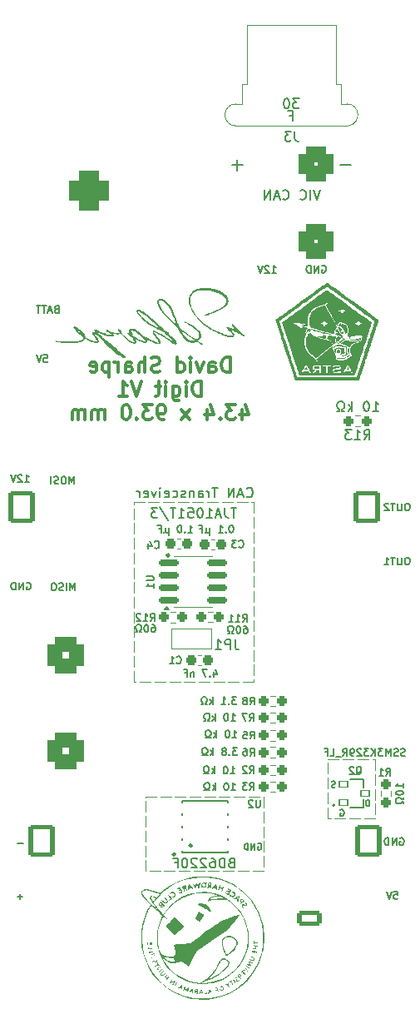
<source format=gbo>
G04 #@! TF.GenerationSoftware,KiCad,Pcbnew,8.0.7*
G04 #@! TF.CreationDate,2025-01-20T10:56:57-06:00*
G04 #@! TF.ProjectId,Digit,44696769-742e-46b6-9963-61645f706362,1.2*
G04 #@! TF.SameCoordinates,Original*
G04 #@! TF.FileFunction,Legend,Bot*
G04 #@! TF.FilePolarity,Positive*
%FSLAX46Y46*%
G04 Gerber Fmt 4.6, Leading zero omitted, Abs format (unit mm)*
G04 Created by KiCad (PCBNEW 8.0.7) date 2025-01-20 10:56:57*
%MOMM*%
%LPD*%
G01*
G04 APERTURE LIST*
G04 Aperture macros list*
%AMRoundRect*
0 Rectangle with rounded corners*
0 $1 Rounding radius*
0 $2 $3 $4 $5 $6 $7 $8 $9 X,Y pos of 4 corners*
0 Add a 4 corners polygon primitive as box body*
4,1,4,$2,$3,$4,$5,$6,$7,$8,$9,$2,$3,0*
0 Add four circle primitives for the rounded corners*
1,1,$1+$1,$2,$3*
1,1,$1+$1,$4,$5*
1,1,$1+$1,$6,$7*
1,1,$1+$1,$8,$9*
0 Add four rect primitives between the rounded corners*
20,1,$1+$1,$2,$3,$4,$5,0*
20,1,$1+$1,$4,$5,$6,$7,0*
20,1,$1+$1,$6,$7,$8,$9,0*
20,1,$1+$1,$8,$9,$2,$3,0*%
G04 Aperture macros list end*
%ADD10C,0.150000*%
%ADD11C,0.100000*%
%ADD12C,0.250000*%
%ADD13C,0.300000*%
%ADD14C,0.120000*%
%ADD15C,0.127000*%
%ADD16C,0.200000*%
%ADD17C,0.152400*%
%ADD18C,0.000000*%
%ADD19R,1.000000X1.500000*%
%ADD20C,1.700000*%
%ADD21RoundRect,0.250000X1.050000X0.550000X-1.050000X0.550000X-1.050000X-0.550000X1.050000X-0.550000X0*%
%ADD22O,2.600000X1.600000*%
%ADD23RoundRect,0.760000X1.140000X1.140000X-1.140000X1.140000X-1.140000X-1.140000X1.140000X-1.140000X0*%
%ADD24C,4.000000*%
%ADD25R,0.900000X2.000000*%
%ADD26RoundRect,1.025000X-1.025000X-1.025000X1.025000X-1.025000X1.025000X1.025000X-1.025000X1.025000X0*%
%ADD27C,4.100000*%
%ADD28RoundRect,0.250001X-1.099999X-1.399999X1.099999X-1.399999X1.099999X1.399999X-1.099999X1.399999X0*%
%ADD29O,2.700000X3.300000*%
%ADD30R,1.700000X1.700000*%
%ADD31O,1.700000X1.700000*%
%ADD32C,1.524000*%
%ADD33C,1.400000*%
%ADD34RoundRect,0.770000X-0.980000X-0.980000X0.980000X-0.980000X0.980000X0.980000X-0.980000X0.980000X0*%
%ADD35C,3.500000*%
%ADD36RoundRect,0.052080X-0.429920X-0.319920X0.429920X-0.319920X0.429920X0.319920X-0.429920X0.319920X0*%
%ADD37R,1.016000X0.482600*%
%ADD38RoundRect,0.237500X-0.250000X-0.237500X0.250000X-0.237500X0.250000X0.237500X-0.250000X0.237500X0*%
%ADD39RoundRect,0.237500X0.300000X0.237500X-0.300000X0.237500X-0.300000X-0.237500X0.300000X-0.237500X0*%
%ADD40RoundRect,0.237500X-0.300000X-0.237500X0.300000X-0.237500X0.300000X0.237500X-0.300000X0.237500X0*%
%ADD41RoundRect,0.237500X0.250000X0.237500X-0.250000X0.237500X-0.250000X-0.237500X0.250000X-0.237500X0*%
%ADD42RoundRect,0.770000X0.980000X0.980000X-0.980000X0.980000X-0.980000X-0.980000X0.980000X-0.980000X0*%
%ADD43RoundRect,0.237500X-0.237500X0.250000X-0.237500X-0.250000X0.237500X-0.250000X0.237500X0.250000X0*%
%ADD44RoundRect,0.150000X-0.825000X-0.150000X0.825000X-0.150000X0.825000X0.150000X-0.825000X0.150000X0*%
G04 APERTURE END LIST*
D10*
X56239523Y-35424819D02*
X55620476Y-35424819D01*
X55620476Y-35424819D02*
X55953809Y-35805771D01*
X55953809Y-35805771D02*
X55810952Y-35805771D01*
X55810952Y-35805771D02*
X55715714Y-35853390D01*
X55715714Y-35853390D02*
X55668095Y-35901009D01*
X55668095Y-35901009D02*
X55620476Y-35996247D01*
X55620476Y-35996247D02*
X55620476Y-36234342D01*
X55620476Y-36234342D02*
X55668095Y-36329580D01*
X55668095Y-36329580D02*
X55715714Y-36377200D01*
X55715714Y-36377200D02*
X55810952Y-36424819D01*
X55810952Y-36424819D02*
X56096666Y-36424819D01*
X56096666Y-36424819D02*
X56191904Y-36377200D01*
X56191904Y-36377200D02*
X56239523Y-36329580D01*
X55001428Y-35424819D02*
X54906190Y-35424819D01*
X54906190Y-35424819D02*
X54810952Y-35472438D01*
X54810952Y-35472438D02*
X54763333Y-35520057D01*
X54763333Y-35520057D02*
X54715714Y-35615295D01*
X54715714Y-35615295D02*
X54668095Y-35805771D01*
X54668095Y-35805771D02*
X54668095Y-36043866D01*
X54668095Y-36043866D02*
X54715714Y-36234342D01*
X54715714Y-36234342D02*
X54763333Y-36329580D01*
X54763333Y-36329580D02*
X54810952Y-36377200D01*
X54810952Y-36377200D02*
X54906190Y-36424819D01*
X54906190Y-36424819D02*
X55001428Y-36424819D01*
X55001428Y-36424819D02*
X55096666Y-36377200D01*
X55096666Y-36377200D02*
X55144285Y-36329580D01*
X55144285Y-36329580D02*
X55191904Y-36234342D01*
X55191904Y-36234342D02*
X55239523Y-36043866D01*
X55239523Y-36043866D02*
X55239523Y-35805771D01*
X55239523Y-35805771D02*
X55191904Y-35615295D01*
X55191904Y-35615295D02*
X55144285Y-35520057D01*
X55144285Y-35520057D02*
X55096666Y-35472438D01*
X55096666Y-35472438D02*
X55001428Y-35424819D01*
D11*
X39400000Y-76500000D02*
X40500000Y-76500000D01*
X40900000Y-76500000D02*
X42000000Y-76500000D01*
X42400000Y-76500000D02*
X43500000Y-76500000D01*
X43900000Y-76500000D02*
X45000000Y-76500000D01*
X45400000Y-76500000D02*
X46500000Y-76500000D01*
X46900000Y-76500000D02*
X48000000Y-76500000D01*
X48400000Y-76500000D02*
X49500000Y-76500000D01*
X49900000Y-76500000D02*
X51000000Y-76500000D01*
X51400000Y-76500000D02*
X51640000Y-76500000D01*
X51640000Y-76500000D02*
X51640000Y-77600000D01*
X51640000Y-78000000D02*
X51640000Y-79100000D01*
X51640000Y-79500000D02*
X51640000Y-80600000D01*
X51640000Y-81000000D02*
X51640000Y-82100000D01*
X51640000Y-82500000D02*
X51640000Y-83600000D01*
X51640000Y-84000000D02*
X51640000Y-85100000D01*
X51640000Y-85500000D02*
X51640000Y-86600000D01*
X51640000Y-87000000D02*
X51640000Y-88100000D01*
X51640000Y-88500000D02*
X51640000Y-89600000D01*
X51640000Y-90000000D02*
X51640000Y-91100000D01*
X51640000Y-91500000D02*
X51640000Y-92600000D01*
X51640000Y-93000000D02*
X51640000Y-94100000D01*
X51640000Y-94500000D02*
X51640000Y-94710000D01*
X51640000Y-94710000D02*
X50540000Y-94710000D01*
X50140000Y-94710000D02*
X49040000Y-94710000D01*
X48640000Y-94710000D02*
X47540000Y-94710000D01*
X47140000Y-94710000D02*
X46040000Y-94710000D01*
X45640000Y-94710000D02*
X44540000Y-94710000D01*
X44140000Y-94710000D02*
X43040000Y-94710000D01*
X42640000Y-94710000D02*
X41540000Y-94710000D01*
X41140000Y-94710000D02*
X40040000Y-94710000D01*
X39640000Y-94710000D02*
X39400000Y-94710000D01*
X39400000Y-94710000D02*
X39400000Y-93610000D01*
X39400000Y-93210000D02*
X39400000Y-92110000D01*
X39400000Y-91710000D02*
X39400000Y-90610000D01*
X39400000Y-90210000D02*
X39400000Y-89110000D01*
X39400000Y-88710000D02*
X39400000Y-87610000D01*
X39400000Y-87210000D02*
X39400000Y-86110000D01*
X39400000Y-85710000D02*
X39400000Y-84610000D01*
X39400000Y-84210000D02*
X39400000Y-83110000D01*
X39400000Y-82710000D02*
X39400000Y-81610000D01*
X39400000Y-81210000D02*
X39400000Y-80110000D01*
X39400000Y-79710000D02*
X39400000Y-78610000D01*
X39400000Y-78210000D02*
X39400000Y-77110000D01*
X39400000Y-76710000D02*
X39400000Y-76500000D01*
X40610000Y-106440000D02*
X41710000Y-106440000D01*
X42110000Y-106440000D02*
X43210000Y-106440000D01*
X43610000Y-106440000D02*
X44710000Y-106440000D01*
X45110000Y-106440000D02*
X46210000Y-106440000D01*
X46610000Y-106440000D02*
X47710000Y-106440000D01*
X48110000Y-106440000D02*
X49210000Y-106440000D01*
X49610000Y-106440000D02*
X50710000Y-106440000D01*
X51110000Y-106440000D02*
X52210000Y-106440000D01*
X52600000Y-106440000D02*
X52600000Y-107540000D01*
X52600000Y-107940000D02*
X52600000Y-109040000D01*
X52600000Y-109440000D02*
X52600000Y-110540000D01*
X52600000Y-110940000D02*
X52600000Y-112040000D01*
X52600000Y-112440000D02*
X52600000Y-113540000D01*
X52600000Y-113940000D02*
X52600000Y-113990000D01*
X52600000Y-113990000D02*
X51500000Y-113990000D01*
X51100000Y-113990000D02*
X50000000Y-113990000D01*
X49600000Y-113990000D02*
X48500000Y-113990000D01*
X48100000Y-113990000D02*
X47000000Y-113990000D01*
X46600000Y-113990000D02*
X45500000Y-113990000D01*
X45100000Y-113990000D02*
X44000000Y-113990000D01*
X43600000Y-113990000D02*
X42500000Y-113990000D01*
X42100000Y-113990000D02*
X41000000Y-113990000D01*
X40610000Y-113990000D02*
X40610000Y-112890000D01*
X40610000Y-112490000D02*
X40610000Y-111390000D01*
X40610000Y-110990000D02*
X40610000Y-109890000D01*
X40610000Y-109490000D02*
X40610000Y-108390000D01*
X40610000Y-107990000D02*
X40610000Y-106890000D01*
X40610000Y-106490000D02*
X40610000Y-106440000D01*
X59200000Y-102630000D02*
X60300000Y-102630000D01*
X60700000Y-102630000D02*
X61800000Y-102630000D01*
X62200000Y-102630000D02*
X63300000Y-102630000D01*
X63700000Y-102630000D02*
X63960000Y-102630000D01*
X63960000Y-102630000D02*
X63960000Y-103730000D01*
X63960000Y-104130000D02*
X63960000Y-105230000D01*
X63960000Y-105630000D02*
X63960000Y-106730000D01*
X63960000Y-107130000D02*
X63960000Y-108230000D01*
X63960000Y-108600000D02*
X62860000Y-108600000D01*
X62460000Y-108600000D02*
X61360000Y-108600000D01*
X60960000Y-108600000D02*
X59860000Y-108600000D01*
X59460000Y-108600000D02*
X59200000Y-108600000D01*
X59200000Y-108600000D02*
X59200000Y-107500000D01*
X59200000Y-107100000D02*
X59200000Y-106000000D01*
X59200000Y-105600000D02*
X59200000Y-104500000D01*
X59200000Y-104100000D02*
X59200000Y-103000000D01*
D12*
X43025000Y-81900000D02*
G75*
G02*
X42775000Y-81900000I-125000J0D01*
G01*
X42775000Y-81900000D02*
G75*
G02*
X43025000Y-81900000I125000J0D01*
G01*
X43625000Y-112300000D02*
G75*
G02*
X43375000Y-112300000I-125000J0D01*
G01*
X43375000Y-112300000D02*
G75*
G02*
X43625000Y-112300000I125000J0D01*
G01*
D13*
X49217142Y-63255828D02*
X49217142Y-61755828D01*
X49217142Y-61755828D02*
X48859999Y-61755828D01*
X48859999Y-61755828D02*
X48645713Y-61827257D01*
X48645713Y-61827257D02*
X48502856Y-61970114D01*
X48502856Y-61970114D02*
X48431427Y-62112971D01*
X48431427Y-62112971D02*
X48359999Y-62398685D01*
X48359999Y-62398685D02*
X48359999Y-62612971D01*
X48359999Y-62612971D02*
X48431427Y-62898685D01*
X48431427Y-62898685D02*
X48502856Y-63041542D01*
X48502856Y-63041542D02*
X48645713Y-63184400D01*
X48645713Y-63184400D02*
X48859999Y-63255828D01*
X48859999Y-63255828D02*
X49217142Y-63255828D01*
X47074285Y-63255828D02*
X47074285Y-62470114D01*
X47074285Y-62470114D02*
X47145713Y-62327257D01*
X47145713Y-62327257D02*
X47288570Y-62255828D01*
X47288570Y-62255828D02*
X47574285Y-62255828D01*
X47574285Y-62255828D02*
X47717142Y-62327257D01*
X47074285Y-63184400D02*
X47217142Y-63255828D01*
X47217142Y-63255828D02*
X47574285Y-63255828D01*
X47574285Y-63255828D02*
X47717142Y-63184400D01*
X47717142Y-63184400D02*
X47788570Y-63041542D01*
X47788570Y-63041542D02*
X47788570Y-62898685D01*
X47788570Y-62898685D02*
X47717142Y-62755828D01*
X47717142Y-62755828D02*
X47574285Y-62684400D01*
X47574285Y-62684400D02*
X47217142Y-62684400D01*
X47217142Y-62684400D02*
X47074285Y-62612971D01*
X46502856Y-62255828D02*
X46145713Y-63255828D01*
X46145713Y-63255828D02*
X45788570Y-62255828D01*
X45217142Y-63255828D02*
X45217142Y-62255828D01*
X45217142Y-61755828D02*
X45288570Y-61827257D01*
X45288570Y-61827257D02*
X45217142Y-61898685D01*
X45217142Y-61898685D02*
X45145713Y-61827257D01*
X45145713Y-61827257D02*
X45217142Y-61755828D01*
X45217142Y-61755828D02*
X45217142Y-61898685D01*
X43859999Y-63255828D02*
X43859999Y-61755828D01*
X43859999Y-63184400D02*
X44002856Y-63255828D01*
X44002856Y-63255828D02*
X44288570Y-63255828D01*
X44288570Y-63255828D02*
X44431427Y-63184400D01*
X44431427Y-63184400D02*
X44502856Y-63112971D01*
X44502856Y-63112971D02*
X44574284Y-62970114D01*
X44574284Y-62970114D02*
X44574284Y-62541542D01*
X44574284Y-62541542D02*
X44502856Y-62398685D01*
X44502856Y-62398685D02*
X44431427Y-62327257D01*
X44431427Y-62327257D02*
X44288570Y-62255828D01*
X44288570Y-62255828D02*
X44002856Y-62255828D01*
X44002856Y-62255828D02*
X43859999Y-62327257D01*
X42074284Y-63184400D02*
X41859999Y-63255828D01*
X41859999Y-63255828D02*
X41502856Y-63255828D01*
X41502856Y-63255828D02*
X41359999Y-63184400D01*
X41359999Y-63184400D02*
X41288570Y-63112971D01*
X41288570Y-63112971D02*
X41217141Y-62970114D01*
X41217141Y-62970114D02*
X41217141Y-62827257D01*
X41217141Y-62827257D02*
X41288570Y-62684400D01*
X41288570Y-62684400D02*
X41359999Y-62612971D01*
X41359999Y-62612971D02*
X41502856Y-62541542D01*
X41502856Y-62541542D02*
X41788570Y-62470114D01*
X41788570Y-62470114D02*
X41931427Y-62398685D01*
X41931427Y-62398685D02*
X42002856Y-62327257D01*
X42002856Y-62327257D02*
X42074284Y-62184400D01*
X42074284Y-62184400D02*
X42074284Y-62041542D01*
X42074284Y-62041542D02*
X42002856Y-61898685D01*
X42002856Y-61898685D02*
X41931427Y-61827257D01*
X41931427Y-61827257D02*
X41788570Y-61755828D01*
X41788570Y-61755828D02*
X41431427Y-61755828D01*
X41431427Y-61755828D02*
X41217141Y-61827257D01*
X40574285Y-63255828D02*
X40574285Y-61755828D01*
X39931428Y-63255828D02*
X39931428Y-62470114D01*
X39931428Y-62470114D02*
X40002856Y-62327257D01*
X40002856Y-62327257D02*
X40145713Y-62255828D01*
X40145713Y-62255828D02*
X40359999Y-62255828D01*
X40359999Y-62255828D02*
X40502856Y-62327257D01*
X40502856Y-62327257D02*
X40574285Y-62398685D01*
X38574285Y-63255828D02*
X38574285Y-62470114D01*
X38574285Y-62470114D02*
X38645713Y-62327257D01*
X38645713Y-62327257D02*
X38788570Y-62255828D01*
X38788570Y-62255828D02*
X39074285Y-62255828D01*
X39074285Y-62255828D02*
X39217142Y-62327257D01*
X38574285Y-63184400D02*
X38717142Y-63255828D01*
X38717142Y-63255828D02*
X39074285Y-63255828D01*
X39074285Y-63255828D02*
X39217142Y-63184400D01*
X39217142Y-63184400D02*
X39288570Y-63041542D01*
X39288570Y-63041542D02*
X39288570Y-62898685D01*
X39288570Y-62898685D02*
X39217142Y-62755828D01*
X39217142Y-62755828D02*
X39074285Y-62684400D01*
X39074285Y-62684400D02*
X38717142Y-62684400D01*
X38717142Y-62684400D02*
X38574285Y-62612971D01*
X37859999Y-63255828D02*
X37859999Y-62255828D01*
X37859999Y-62541542D02*
X37788570Y-62398685D01*
X37788570Y-62398685D02*
X37717142Y-62327257D01*
X37717142Y-62327257D02*
X37574284Y-62255828D01*
X37574284Y-62255828D02*
X37431427Y-62255828D01*
X36931428Y-62255828D02*
X36931428Y-63755828D01*
X36931428Y-62327257D02*
X36788571Y-62255828D01*
X36788571Y-62255828D02*
X36502856Y-62255828D01*
X36502856Y-62255828D02*
X36359999Y-62327257D01*
X36359999Y-62327257D02*
X36288571Y-62398685D01*
X36288571Y-62398685D02*
X36217142Y-62541542D01*
X36217142Y-62541542D02*
X36217142Y-62970114D01*
X36217142Y-62970114D02*
X36288571Y-63112971D01*
X36288571Y-63112971D02*
X36359999Y-63184400D01*
X36359999Y-63184400D02*
X36502856Y-63255828D01*
X36502856Y-63255828D02*
X36788571Y-63255828D01*
X36788571Y-63255828D02*
X36931428Y-63184400D01*
X35002856Y-63184400D02*
X35145713Y-63255828D01*
X35145713Y-63255828D02*
X35431428Y-63255828D01*
X35431428Y-63255828D02*
X35574285Y-63184400D01*
X35574285Y-63184400D02*
X35645713Y-63041542D01*
X35645713Y-63041542D02*
X35645713Y-62470114D01*
X35645713Y-62470114D02*
X35574285Y-62327257D01*
X35574285Y-62327257D02*
X35431428Y-62255828D01*
X35431428Y-62255828D02*
X35145713Y-62255828D01*
X35145713Y-62255828D02*
X35002856Y-62327257D01*
X35002856Y-62327257D02*
X34931428Y-62470114D01*
X34931428Y-62470114D02*
X34931428Y-62612971D01*
X34931428Y-62612971D02*
X35645713Y-62755828D01*
X46252857Y-65670744D02*
X46252857Y-64170744D01*
X46252857Y-64170744D02*
X45895714Y-64170744D01*
X45895714Y-64170744D02*
X45681428Y-64242173D01*
X45681428Y-64242173D02*
X45538571Y-64385030D01*
X45538571Y-64385030D02*
X45467142Y-64527887D01*
X45467142Y-64527887D02*
X45395714Y-64813601D01*
X45395714Y-64813601D02*
X45395714Y-65027887D01*
X45395714Y-65027887D02*
X45467142Y-65313601D01*
X45467142Y-65313601D02*
X45538571Y-65456458D01*
X45538571Y-65456458D02*
X45681428Y-65599316D01*
X45681428Y-65599316D02*
X45895714Y-65670744D01*
X45895714Y-65670744D02*
X46252857Y-65670744D01*
X44752857Y-65670744D02*
X44752857Y-64670744D01*
X44752857Y-64170744D02*
X44824285Y-64242173D01*
X44824285Y-64242173D02*
X44752857Y-64313601D01*
X44752857Y-64313601D02*
X44681428Y-64242173D01*
X44681428Y-64242173D02*
X44752857Y-64170744D01*
X44752857Y-64170744D02*
X44752857Y-64313601D01*
X43395714Y-64670744D02*
X43395714Y-65885030D01*
X43395714Y-65885030D02*
X43467142Y-66027887D01*
X43467142Y-66027887D02*
X43538571Y-66099316D01*
X43538571Y-66099316D02*
X43681428Y-66170744D01*
X43681428Y-66170744D02*
X43895714Y-66170744D01*
X43895714Y-66170744D02*
X44038571Y-66099316D01*
X43395714Y-65599316D02*
X43538571Y-65670744D01*
X43538571Y-65670744D02*
X43824285Y-65670744D01*
X43824285Y-65670744D02*
X43967142Y-65599316D01*
X43967142Y-65599316D02*
X44038571Y-65527887D01*
X44038571Y-65527887D02*
X44109999Y-65385030D01*
X44109999Y-65385030D02*
X44109999Y-64956458D01*
X44109999Y-64956458D02*
X44038571Y-64813601D01*
X44038571Y-64813601D02*
X43967142Y-64742173D01*
X43967142Y-64742173D02*
X43824285Y-64670744D01*
X43824285Y-64670744D02*
X43538571Y-64670744D01*
X43538571Y-64670744D02*
X43395714Y-64742173D01*
X42681428Y-65670744D02*
X42681428Y-64670744D01*
X42681428Y-64170744D02*
X42752856Y-64242173D01*
X42752856Y-64242173D02*
X42681428Y-64313601D01*
X42681428Y-64313601D02*
X42609999Y-64242173D01*
X42609999Y-64242173D02*
X42681428Y-64170744D01*
X42681428Y-64170744D02*
X42681428Y-64313601D01*
X42181427Y-64670744D02*
X41609999Y-64670744D01*
X41967142Y-64170744D02*
X41967142Y-65456458D01*
X41967142Y-65456458D02*
X41895713Y-65599316D01*
X41895713Y-65599316D02*
X41752856Y-65670744D01*
X41752856Y-65670744D02*
X41609999Y-65670744D01*
X40181427Y-64170744D02*
X39681427Y-65670744D01*
X39681427Y-65670744D02*
X39181427Y-64170744D01*
X37895713Y-65670744D02*
X38752856Y-65670744D01*
X38324285Y-65670744D02*
X38324285Y-64170744D01*
X38324285Y-64170744D02*
X38467142Y-64385030D01*
X38467142Y-64385030D02*
X38609999Y-64527887D01*
X38609999Y-64527887D02*
X38752856Y-64599316D01*
X50431427Y-67085660D02*
X50431427Y-68085660D01*
X50788569Y-66514232D02*
X51145712Y-67585660D01*
X51145712Y-67585660D02*
X50217141Y-67585660D01*
X49788570Y-66585660D02*
X48859998Y-66585660D01*
X48859998Y-66585660D02*
X49359998Y-67157089D01*
X49359998Y-67157089D02*
X49145713Y-67157089D01*
X49145713Y-67157089D02*
X49002856Y-67228517D01*
X49002856Y-67228517D02*
X48931427Y-67299946D01*
X48931427Y-67299946D02*
X48859998Y-67442803D01*
X48859998Y-67442803D02*
X48859998Y-67799946D01*
X48859998Y-67799946D02*
X48931427Y-67942803D01*
X48931427Y-67942803D02*
X49002856Y-68014232D01*
X49002856Y-68014232D02*
X49145713Y-68085660D01*
X49145713Y-68085660D02*
X49574284Y-68085660D01*
X49574284Y-68085660D02*
X49717141Y-68014232D01*
X49717141Y-68014232D02*
X49788570Y-67942803D01*
X48217142Y-67942803D02*
X48145713Y-68014232D01*
X48145713Y-68014232D02*
X48217142Y-68085660D01*
X48217142Y-68085660D02*
X48288570Y-68014232D01*
X48288570Y-68014232D02*
X48217142Y-67942803D01*
X48217142Y-67942803D02*
X48217142Y-68085660D01*
X46859999Y-67085660D02*
X46859999Y-68085660D01*
X47217141Y-66514232D02*
X47574284Y-67585660D01*
X47574284Y-67585660D02*
X46645713Y-67585660D01*
X45074285Y-68085660D02*
X44288571Y-67085660D01*
X45074285Y-67085660D02*
X44288571Y-68085660D01*
X42502856Y-68085660D02*
X42217142Y-68085660D01*
X42217142Y-68085660D02*
X42074285Y-68014232D01*
X42074285Y-68014232D02*
X42002856Y-67942803D01*
X42002856Y-67942803D02*
X41859999Y-67728517D01*
X41859999Y-67728517D02*
X41788570Y-67442803D01*
X41788570Y-67442803D02*
X41788570Y-66871374D01*
X41788570Y-66871374D02*
X41859999Y-66728517D01*
X41859999Y-66728517D02*
X41931428Y-66657089D01*
X41931428Y-66657089D02*
X42074285Y-66585660D01*
X42074285Y-66585660D02*
X42359999Y-66585660D01*
X42359999Y-66585660D02*
X42502856Y-66657089D01*
X42502856Y-66657089D02*
X42574285Y-66728517D01*
X42574285Y-66728517D02*
X42645713Y-66871374D01*
X42645713Y-66871374D02*
X42645713Y-67228517D01*
X42645713Y-67228517D02*
X42574285Y-67371374D01*
X42574285Y-67371374D02*
X42502856Y-67442803D01*
X42502856Y-67442803D02*
X42359999Y-67514232D01*
X42359999Y-67514232D02*
X42074285Y-67514232D01*
X42074285Y-67514232D02*
X41931428Y-67442803D01*
X41931428Y-67442803D02*
X41859999Y-67371374D01*
X41859999Y-67371374D02*
X41788570Y-67228517D01*
X41288571Y-66585660D02*
X40359999Y-66585660D01*
X40359999Y-66585660D02*
X40859999Y-67157089D01*
X40859999Y-67157089D02*
X40645714Y-67157089D01*
X40645714Y-67157089D02*
X40502857Y-67228517D01*
X40502857Y-67228517D02*
X40431428Y-67299946D01*
X40431428Y-67299946D02*
X40359999Y-67442803D01*
X40359999Y-67442803D02*
X40359999Y-67799946D01*
X40359999Y-67799946D02*
X40431428Y-67942803D01*
X40431428Y-67942803D02*
X40502857Y-68014232D01*
X40502857Y-68014232D02*
X40645714Y-68085660D01*
X40645714Y-68085660D02*
X41074285Y-68085660D01*
X41074285Y-68085660D02*
X41217142Y-68014232D01*
X41217142Y-68014232D02*
X41288571Y-67942803D01*
X39717143Y-67942803D02*
X39645714Y-68014232D01*
X39645714Y-68014232D02*
X39717143Y-68085660D01*
X39717143Y-68085660D02*
X39788571Y-68014232D01*
X39788571Y-68014232D02*
X39717143Y-67942803D01*
X39717143Y-67942803D02*
X39717143Y-68085660D01*
X38717142Y-66585660D02*
X38574285Y-66585660D01*
X38574285Y-66585660D02*
X38431428Y-66657089D01*
X38431428Y-66657089D02*
X38360000Y-66728517D01*
X38360000Y-66728517D02*
X38288571Y-66871374D01*
X38288571Y-66871374D02*
X38217142Y-67157089D01*
X38217142Y-67157089D02*
X38217142Y-67514232D01*
X38217142Y-67514232D02*
X38288571Y-67799946D01*
X38288571Y-67799946D02*
X38360000Y-67942803D01*
X38360000Y-67942803D02*
X38431428Y-68014232D01*
X38431428Y-68014232D02*
X38574285Y-68085660D01*
X38574285Y-68085660D02*
X38717142Y-68085660D01*
X38717142Y-68085660D02*
X38860000Y-68014232D01*
X38860000Y-68014232D02*
X38931428Y-67942803D01*
X38931428Y-67942803D02*
X39002857Y-67799946D01*
X39002857Y-67799946D02*
X39074285Y-67514232D01*
X39074285Y-67514232D02*
X39074285Y-67157089D01*
X39074285Y-67157089D02*
X39002857Y-66871374D01*
X39002857Y-66871374D02*
X38931428Y-66728517D01*
X38931428Y-66728517D02*
X38860000Y-66657089D01*
X38860000Y-66657089D02*
X38717142Y-66585660D01*
X36431429Y-68085660D02*
X36431429Y-67085660D01*
X36431429Y-67228517D02*
X36360000Y-67157089D01*
X36360000Y-67157089D02*
X36217143Y-67085660D01*
X36217143Y-67085660D02*
X36002857Y-67085660D01*
X36002857Y-67085660D02*
X35860000Y-67157089D01*
X35860000Y-67157089D02*
X35788572Y-67299946D01*
X35788572Y-67299946D02*
X35788572Y-68085660D01*
X35788572Y-67299946D02*
X35717143Y-67157089D01*
X35717143Y-67157089D02*
X35574286Y-67085660D01*
X35574286Y-67085660D02*
X35360000Y-67085660D01*
X35360000Y-67085660D02*
X35217143Y-67157089D01*
X35217143Y-67157089D02*
X35145714Y-67299946D01*
X35145714Y-67299946D02*
X35145714Y-68085660D01*
X34431429Y-68085660D02*
X34431429Y-67085660D01*
X34431429Y-67228517D02*
X34360000Y-67157089D01*
X34360000Y-67157089D02*
X34217143Y-67085660D01*
X34217143Y-67085660D02*
X34002857Y-67085660D01*
X34002857Y-67085660D02*
X33860000Y-67157089D01*
X33860000Y-67157089D02*
X33788572Y-67299946D01*
X33788572Y-67299946D02*
X33788572Y-68085660D01*
X33788572Y-67299946D02*
X33717143Y-67157089D01*
X33717143Y-67157089D02*
X33574286Y-67085660D01*
X33574286Y-67085660D02*
X33360000Y-67085660D01*
X33360000Y-67085660D02*
X33217143Y-67157089D01*
X33217143Y-67157089D02*
X33145714Y-67299946D01*
X33145714Y-67299946D02*
X33145714Y-68085660D01*
D10*
X33348571Y-74609164D02*
X33348571Y-73859164D01*
X33348571Y-73859164D02*
X33098571Y-74394878D01*
X33098571Y-74394878D02*
X32848571Y-73859164D01*
X32848571Y-73859164D02*
X32848571Y-74609164D01*
X32348571Y-73859164D02*
X32205714Y-73859164D01*
X32205714Y-73859164D02*
X32134285Y-73894878D01*
X32134285Y-73894878D02*
X32062857Y-73966307D01*
X32062857Y-73966307D02*
X32027142Y-74109164D01*
X32027142Y-74109164D02*
X32027142Y-74359164D01*
X32027142Y-74359164D02*
X32062857Y-74502021D01*
X32062857Y-74502021D02*
X32134285Y-74573450D01*
X32134285Y-74573450D02*
X32205714Y-74609164D01*
X32205714Y-74609164D02*
X32348571Y-74609164D01*
X32348571Y-74609164D02*
X32420000Y-74573450D01*
X32420000Y-74573450D02*
X32491428Y-74502021D01*
X32491428Y-74502021D02*
X32527142Y-74359164D01*
X32527142Y-74359164D02*
X32527142Y-74109164D01*
X32527142Y-74109164D02*
X32491428Y-73966307D01*
X32491428Y-73966307D02*
X32420000Y-73894878D01*
X32420000Y-73894878D02*
X32348571Y-73859164D01*
X31741428Y-74573450D02*
X31634286Y-74609164D01*
X31634286Y-74609164D02*
X31455714Y-74609164D01*
X31455714Y-74609164D02*
X31384286Y-74573450D01*
X31384286Y-74573450D02*
X31348571Y-74537735D01*
X31348571Y-74537735D02*
X31312857Y-74466307D01*
X31312857Y-74466307D02*
X31312857Y-74394878D01*
X31312857Y-74394878D02*
X31348571Y-74323450D01*
X31348571Y-74323450D02*
X31384286Y-74287735D01*
X31384286Y-74287735D02*
X31455714Y-74252021D01*
X31455714Y-74252021D02*
X31598571Y-74216307D01*
X31598571Y-74216307D02*
X31670000Y-74180592D01*
X31670000Y-74180592D02*
X31705714Y-74144878D01*
X31705714Y-74144878D02*
X31741428Y-74073450D01*
X31741428Y-74073450D02*
X31741428Y-74002021D01*
X31741428Y-74002021D02*
X31705714Y-73930592D01*
X31705714Y-73930592D02*
X31670000Y-73894878D01*
X31670000Y-73894878D02*
X31598571Y-73859164D01*
X31598571Y-73859164D02*
X31420000Y-73859164D01*
X31420000Y-73859164D02*
X31312857Y-73894878D01*
X30991428Y-74609164D02*
X30991428Y-73859164D01*
X33418571Y-85459164D02*
X33418571Y-84709164D01*
X33418571Y-84709164D02*
X33168571Y-85244878D01*
X33168571Y-85244878D02*
X32918571Y-84709164D01*
X32918571Y-84709164D02*
X32918571Y-85459164D01*
X32561428Y-85459164D02*
X32561428Y-84709164D01*
X32239999Y-85423450D02*
X32132857Y-85459164D01*
X32132857Y-85459164D02*
X31954285Y-85459164D01*
X31954285Y-85459164D02*
X31882857Y-85423450D01*
X31882857Y-85423450D02*
X31847142Y-85387735D01*
X31847142Y-85387735D02*
X31811428Y-85316307D01*
X31811428Y-85316307D02*
X31811428Y-85244878D01*
X31811428Y-85244878D02*
X31847142Y-85173450D01*
X31847142Y-85173450D02*
X31882857Y-85137735D01*
X31882857Y-85137735D02*
X31954285Y-85102021D01*
X31954285Y-85102021D02*
X32097142Y-85066307D01*
X32097142Y-85066307D02*
X32168571Y-85030592D01*
X32168571Y-85030592D02*
X32204285Y-84994878D01*
X32204285Y-84994878D02*
X32239999Y-84923450D01*
X32239999Y-84923450D02*
X32239999Y-84852021D01*
X32239999Y-84852021D02*
X32204285Y-84780592D01*
X32204285Y-84780592D02*
X32168571Y-84744878D01*
X32168571Y-84744878D02*
X32097142Y-84709164D01*
X32097142Y-84709164D02*
X31918571Y-84709164D01*
X31918571Y-84709164D02*
X31811428Y-84744878D01*
X31347142Y-84709164D02*
X31204285Y-84709164D01*
X31204285Y-84709164D02*
X31132856Y-84744878D01*
X31132856Y-84744878D02*
X31061428Y-84816307D01*
X31061428Y-84816307D02*
X31025713Y-84959164D01*
X31025713Y-84959164D02*
X31025713Y-85209164D01*
X31025713Y-85209164D02*
X31061428Y-85352021D01*
X31061428Y-85352021D02*
X31132856Y-85423450D01*
X31132856Y-85423450D02*
X31204285Y-85459164D01*
X31204285Y-85459164D02*
X31347142Y-85459164D01*
X31347142Y-85459164D02*
X31418571Y-85423450D01*
X31418571Y-85423450D02*
X31489999Y-85352021D01*
X31489999Y-85352021D02*
X31525713Y-85209164D01*
X31525713Y-85209164D02*
X31525713Y-84959164D01*
X31525713Y-84959164D02*
X31489999Y-84816307D01*
X31489999Y-84816307D02*
X31418571Y-84744878D01*
X31418571Y-84744878D02*
X31347142Y-84709164D01*
X63377619Y-107398276D02*
X63377619Y-106758276D01*
X63377619Y-106758276D02*
X63225238Y-106758276D01*
X63225238Y-106758276D02*
X63133809Y-106788752D01*
X63133809Y-106788752D02*
X63072857Y-106849704D01*
X63072857Y-106849704D02*
X63042380Y-106910657D01*
X63042380Y-106910657D02*
X63011904Y-107032561D01*
X63011904Y-107032561D02*
X63011904Y-107123990D01*
X63011904Y-107123990D02*
X63042380Y-107245895D01*
X63042380Y-107245895D02*
X63072857Y-107306847D01*
X63072857Y-107306847D02*
X63133809Y-107367800D01*
X63133809Y-107367800D02*
X63225238Y-107398276D01*
X63225238Y-107398276D02*
X63377619Y-107398276D01*
X28145713Y-111173450D02*
X27574285Y-111173450D01*
X52041540Y-111213152D02*
X52102493Y-111182676D01*
X52102493Y-111182676D02*
X52193921Y-111182676D01*
X52193921Y-111182676D02*
X52285350Y-111213152D01*
X52285350Y-111213152D02*
X52346302Y-111274104D01*
X52346302Y-111274104D02*
X52376779Y-111335057D01*
X52376779Y-111335057D02*
X52407255Y-111456961D01*
X52407255Y-111456961D02*
X52407255Y-111548390D01*
X52407255Y-111548390D02*
X52376779Y-111670295D01*
X52376779Y-111670295D02*
X52346302Y-111731247D01*
X52346302Y-111731247D02*
X52285350Y-111792200D01*
X52285350Y-111792200D02*
X52193921Y-111822676D01*
X52193921Y-111822676D02*
X52132969Y-111822676D01*
X52132969Y-111822676D02*
X52041540Y-111792200D01*
X52041540Y-111792200D02*
X52011064Y-111761723D01*
X52011064Y-111761723D02*
X52011064Y-111548390D01*
X52011064Y-111548390D02*
X52132969Y-111548390D01*
X51736779Y-111822676D02*
X51736779Y-111182676D01*
X51736779Y-111182676D02*
X51371064Y-111822676D01*
X51371064Y-111822676D02*
X51371064Y-111182676D01*
X51066303Y-111822676D02*
X51066303Y-111182676D01*
X51066303Y-111182676D02*
X50913922Y-111182676D01*
X50913922Y-111182676D02*
X50822493Y-111213152D01*
X50822493Y-111213152D02*
X50761541Y-111274104D01*
X50761541Y-111274104D02*
X50731064Y-111335057D01*
X50731064Y-111335057D02*
X50700588Y-111456961D01*
X50700588Y-111456961D02*
X50700588Y-111548390D01*
X50700588Y-111548390D02*
X50731064Y-111670295D01*
X50731064Y-111670295D02*
X50761541Y-111731247D01*
X50761541Y-111731247D02*
X50822493Y-111792200D01*
X50822493Y-111792200D02*
X50913922Y-111822676D01*
X50913922Y-111822676D02*
X51066303Y-111822676D01*
X58571428Y-52424878D02*
X58642857Y-52389164D01*
X58642857Y-52389164D02*
X58749999Y-52389164D01*
X58749999Y-52389164D02*
X58857142Y-52424878D01*
X58857142Y-52424878D02*
X58928571Y-52496307D01*
X58928571Y-52496307D02*
X58964285Y-52567735D01*
X58964285Y-52567735D02*
X58999999Y-52710592D01*
X58999999Y-52710592D02*
X58999999Y-52817735D01*
X58999999Y-52817735D02*
X58964285Y-52960592D01*
X58964285Y-52960592D02*
X58928571Y-53032021D01*
X58928571Y-53032021D02*
X58857142Y-53103450D01*
X58857142Y-53103450D02*
X58749999Y-53139164D01*
X58749999Y-53139164D02*
X58678571Y-53139164D01*
X58678571Y-53139164D02*
X58571428Y-53103450D01*
X58571428Y-53103450D02*
X58535714Y-53067735D01*
X58535714Y-53067735D02*
X58535714Y-52817735D01*
X58535714Y-52817735D02*
X58678571Y-52817735D01*
X58214285Y-53139164D02*
X58214285Y-52389164D01*
X58214285Y-52389164D02*
X57785714Y-53139164D01*
X57785714Y-53139164D02*
X57785714Y-52389164D01*
X57428571Y-53139164D02*
X57428571Y-52389164D01*
X57428571Y-52389164D02*
X57250000Y-52389164D01*
X57250000Y-52389164D02*
X57142857Y-52424878D01*
X57142857Y-52424878D02*
X57071428Y-52496307D01*
X57071428Y-52496307D02*
X57035714Y-52567735D01*
X57035714Y-52567735D02*
X57000000Y-52710592D01*
X57000000Y-52710592D02*
X57000000Y-52817735D01*
X57000000Y-52817735D02*
X57035714Y-52960592D01*
X57035714Y-52960592D02*
X57071428Y-53032021D01*
X57071428Y-53032021D02*
X57142857Y-53103450D01*
X57142857Y-53103450D02*
X57250000Y-53139164D01*
X57250000Y-53139164D02*
X57428571Y-53139164D01*
X28324285Y-74439164D02*
X28752856Y-74439164D01*
X28538571Y-74439164D02*
X28538571Y-73689164D01*
X28538571Y-73689164D02*
X28609999Y-73796307D01*
X28609999Y-73796307D02*
X28681428Y-73867735D01*
X28681428Y-73867735D02*
X28752856Y-73903450D01*
X28038570Y-73760592D02*
X28002856Y-73724878D01*
X28002856Y-73724878D02*
X27931428Y-73689164D01*
X27931428Y-73689164D02*
X27752856Y-73689164D01*
X27752856Y-73689164D02*
X27681428Y-73724878D01*
X27681428Y-73724878D02*
X27645713Y-73760592D01*
X27645713Y-73760592D02*
X27609999Y-73832021D01*
X27609999Y-73832021D02*
X27609999Y-73903450D01*
X27609999Y-73903450D02*
X27645713Y-74010592D01*
X27645713Y-74010592D02*
X28074285Y-74439164D01*
X28074285Y-74439164D02*
X27609999Y-74439164D01*
X27395713Y-73689164D02*
X27145713Y-74439164D01*
X27145713Y-74439164D02*
X26895713Y-73689164D01*
X67334398Y-76589164D02*
X67191541Y-76589164D01*
X67191541Y-76589164D02*
X67120112Y-76624878D01*
X67120112Y-76624878D02*
X67048684Y-76696307D01*
X67048684Y-76696307D02*
X67012969Y-76839164D01*
X67012969Y-76839164D02*
X67012969Y-77089164D01*
X67012969Y-77089164D02*
X67048684Y-77232021D01*
X67048684Y-77232021D02*
X67120112Y-77303450D01*
X67120112Y-77303450D02*
X67191541Y-77339164D01*
X67191541Y-77339164D02*
X67334398Y-77339164D01*
X67334398Y-77339164D02*
X67405827Y-77303450D01*
X67405827Y-77303450D02*
X67477255Y-77232021D01*
X67477255Y-77232021D02*
X67512969Y-77089164D01*
X67512969Y-77089164D02*
X67512969Y-76839164D01*
X67512969Y-76839164D02*
X67477255Y-76696307D01*
X67477255Y-76696307D02*
X67405827Y-76624878D01*
X67405827Y-76624878D02*
X67334398Y-76589164D01*
X66691541Y-76589164D02*
X66691541Y-77196307D01*
X66691541Y-77196307D02*
X66655827Y-77267735D01*
X66655827Y-77267735D02*
X66620113Y-77303450D01*
X66620113Y-77303450D02*
X66548684Y-77339164D01*
X66548684Y-77339164D02*
X66405827Y-77339164D01*
X66405827Y-77339164D02*
X66334398Y-77303450D01*
X66334398Y-77303450D02*
X66298684Y-77267735D01*
X66298684Y-77267735D02*
X66262970Y-77196307D01*
X66262970Y-77196307D02*
X66262970Y-76589164D01*
X66012970Y-76589164D02*
X65584399Y-76589164D01*
X65798684Y-77339164D02*
X65798684Y-76589164D01*
X65370112Y-76660592D02*
X65334398Y-76624878D01*
X65334398Y-76624878D02*
X65262970Y-76589164D01*
X65262970Y-76589164D02*
X65084398Y-76589164D01*
X65084398Y-76589164D02*
X65012970Y-76624878D01*
X65012970Y-76624878D02*
X64977255Y-76660592D01*
X64977255Y-76660592D02*
X64941541Y-76732021D01*
X64941541Y-76732021D02*
X64941541Y-76803450D01*
X64941541Y-76803450D02*
X64977255Y-76910592D01*
X64977255Y-76910592D02*
X65405827Y-77339164D01*
X65405827Y-77339164D02*
X64941541Y-77339164D01*
X28511428Y-84674878D02*
X28582857Y-84639164D01*
X28582857Y-84639164D02*
X28689999Y-84639164D01*
X28689999Y-84639164D02*
X28797142Y-84674878D01*
X28797142Y-84674878D02*
X28868571Y-84746307D01*
X28868571Y-84746307D02*
X28904285Y-84817735D01*
X28904285Y-84817735D02*
X28939999Y-84960592D01*
X28939999Y-84960592D02*
X28939999Y-85067735D01*
X28939999Y-85067735D02*
X28904285Y-85210592D01*
X28904285Y-85210592D02*
X28868571Y-85282021D01*
X28868571Y-85282021D02*
X28797142Y-85353450D01*
X28797142Y-85353450D02*
X28689999Y-85389164D01*
X28689999Y-85389164D02*
X28618571Y-85389164D01*
X28618571Y-85389164D02*
X28511428Y-85353450D01*
X28511428Y-85353450D02*
X28475714Y-85317735D01*
X28475714Y-85317735D02*
X28475714Y-85067735D01*
X28475714Y-85067735D02*
X28618571Y-85067735D01*
X28154285Y-85389164D02*
X28154285Y-84639164D01*
X28154285Y-84639164D02*
X27725714Y-85389164D01*
X27725714Y-85389164D02*
X27725714Y-84639164D01*
X27368571Y-85389164D02*
X27368571Y-84639164D01*
X27368571Y-84639164D02*
X27190000Y-84639164D01*
X27190000Y-84639164D02*
X27082857Y-84674878D01*
X27082857Y-84674878D02*
X27011428Y-84746307D01*
X27011428Y-84746307D02*
X26975714Y-84817735D01*
X26975714Y-84817735D02*
X26940000Y-84960592D01*
X26940000Y-84960592D02*
X26940000Y-85067735D01*
X26940000Y-85067735D02*
X26975714Y-85210592D01*
X26975714Y-85210592D02*
X27011428Y-85282021D01*
X27011428Y-85282021D02*
X27082857Y-85353450D01*
X27082857Y-85353450D02*
X27190000Y-85389164D01*
X27190000Y-85389164D02*
X27368571Y-85389164D01*
X59567142Y-104872200D02*
X59658571Y-104841723D01*
X59658571Y-104841723D02*
X59810952Y-104841723D01*
X59810952Y-104841723D02*
X59871904Y-104872200D01*
X59871904Y-104872200D02*
X59902380Y-104902676D01*
X59902380Y-104902676D02*
X59932857Y-104963628D01*
X59932857Y-104963628D02*
X59932857Y-105024580D01*
X59932857Y-105024580D02*
X59902380Y-105085533D01*
X59902380Y-105085533D02*
X59871904Y-105116009D01*
X59871904Y-105116009D02*
X59810952Y-105146485D01*
X59810952Y-105146485D02*
X59689047Y-105176961D01*
X59689047Y-105176961D02*
X59628095Y-105207438D01*
X59628095Y-105207438D02*
X59597618Y-105237914D01*
X59597618Y-105237914D02*
X59567142Y-105298866D01*
X59567142Y-105298866D02*
X59567142Y-105359819D01*
X59567142Y-105359819D02*
X59597618Y-105420771D01*
X59597618Y-105420771D02*
X59628095Y-105451247D01*
X59628095Y-105451247D02*
X59689047Y-105481723D01*
X59689047Y-105481723D02*
X59841428Y-105481723D01*
X59841428Y-105481723D02*
X59932857Y-105451247D01*
X55257142Y-37131009D02*
X55590475Y-37131009D01*
X55590475Y-37654819D02*
X55590475Y-36654819D01*
X55590475Y-36654819D02*
X55114285Y-36654819D01*
X28125713Y-116593450D02*
X27554285Y-116593450D01*
X27839999Y-116879164D02*
X27839999Y-116307735D01*
X50908096Y-75894580D02*
X50955715Y-75942200D01*
X50955715Y-75942200D02*
X51098572Y-75989819D01*
X51098572Y-75989819D02*
X51193810Y-75989819D01*
X51193810Y-75989819D02*
X51336667Y-75942200D01*
X51336667Y-75942200D02*
X51431905Y-75846961D01*
X51431905Y-75846961D02*
X51479524Y-75751723D01*
X51479524Y-75751723D02*
X51527143Y-75561247D01*
X51527143Y-75561247D02*
X51527143Y-75418390D01*
X51527143Y-75418390D02*
X51479524Y-75227914D01*
X51479524Y-75227914D02*
X51431905Y-75132676D01*
X51431905Y-75132676D02*
X51336667Y-75037438D01*
X51336667Y-75037438D02*
X51193810Y-74989819D01*
X51193810Y-74989819D02*
X51098572Y-74989819D01*
X51098572Y-74989819D02*
X50955715Y-75037438D01*
X50955715Y-75037438D02*
X50908096Y-75085057D01*
X50527143Y-75704104D02*
X50050953Y-75704104D01*
X50622381Y-75989819D02*
X50289048Y-74989819D01*
X50289048Y-74989819D02*
X49955715Y-75989819D01*
X49622381Y-75989819D02*
X49622381Y-74989819D01*
X49622381Y-74989819D02*
X49050953Y-75989819D01*
X49050953Y-75989819D02*
X49050953Y-74989819D01*
X47955714Y-74989819D02*
X47384286Y-74989819D01*
X47670000Y-75989819D02*
X47670000Y-74989819D01*
X47050952Y-75989819D02*
X47050952Y-75323152D01*
X47050952Y-75513628D02*
X47003333Y-75418390D01*
X47003333Y-75418390D02*
X46955714Y-75370771D01*
X46955714Y-75370771D02*
X46860476Y-75323152D01*
X46860476Y-75323152D02*
X46765238Y-75323152D01*
X46003333Y-75989819D02*
X46003333Y-75466009D01*
X46003333Y-75466009D02*
X46050952Y-75370771D01*
X46050952Y-75370771D02*
X46146190Y-75323152D01*
X46146190Y-75323152D02*
X46336666Y-75323152D01*
X46336666Y-75323152D02*
X46431904Y-75370771D01*
X46003333Y-75942200D02*
X46098571Y-75989819D01*
X46098571Y-75989819D02*
X46336666Y-75989819D01*
X46336666Y-75989819D02*
X46431904Y-75942200D01*
X46431904Y-75942200D02*
X46479523Y-75846961D01*
X46479523Y-75846961D02*
X46479523Y-75751723D01*
X46479523Y-75751723D02*
X46431904Y-75656485D01*
X46431904Y-75656485D02*
X46336666Y-75608866D01*
X46336666Y-75608866D02*
X46098571Y-75608866D01*
X46098571Y-75608866D02*
X46003333Y-75561247D01*
X45527142Y-75323152D02*
X45527142Y-75989819D01*
X45527142Y-75418390D02*
X45479523Y-75370771D01*
X45479523Y-75370771D02*
X45384285Y-75323152D01*
X45384285Y-75323152D02*
X45241428Y-75323152D01*
X45241428Y-75323152D02*
X45146190Y-75370771D01*
X45146190Y-75370771D02*
X45098571Y-75466009D01*
X45098571Y-75466009D02*
X45098571Y-75989819D01*
X44669999Y-75942200D02*
X44574761Y-75989819D01*
X44574761Y-75989819D02*
X44384285Y-75989819D01*
X44384285Y-75989819D02*
X44289047Y-75942200D01*
X44289047Y-75942200D02*
X44241428Y-75846961D01*
X44241428Y-75846961D02*
X44241428Y-75799342D01*
X44241428Y-75799342D02*
X44289047Y-75704104D01*
X44289047Y-75704104D02*
X44384285Y-75656485D01*
X44384285Y-75656485D02*
X44527142Y-75656485D01*
X44527142Y-75656485D02*
X44622380Y-75608866D01*
X44622380Y-75608866D02*
X44669999Y-75513628D01*
X44669999Y-75513628D02*
X44669999Y-75466009D01*
X44669999Y-75466009D02*
X44622380Y-75370771D01*
X44622380Y-75370771D02*
X44527142Y-75323152D01*
X44527142Y-75323152D02*
X44384285Y-75323152D01*
X44384285Y-75323152D02*
X44289047Y-75370771D01*
X43384285Y-75942200D02*
X43479523Y-75989819D01*
X43479523Y-75989819D02*
X43669999Y-75989819D01*
X43669999Y-75989819D02*
X43765237Y-75942200D01*
X43765237Y-75942200D02*
X43812856Y-75894580D01*
X43812856Y-75894580D02*
X43860475Y-75799342D01*
X43860475Y-75799342D02*
X43860475Y-75513628D01*
X43860475Y-75513628D02*
X43812856Y-75418390D01*
X43812856Y-75418390D02*
X43765237Y-75370771D01*
X43765237Y-75370771D02*
X43669999Y-75323152D01*
X43669999Y-75323152D02*
X43479523Y-75323152D01*
X43479523Y-75323152D02*
X43384285Y-75370771D01*
X42574761Y-75942200D02*
X42669999Y-75989819D01*
X42669999Y-75989819D02*
X42860475Y-75989819D01*
X42860475Y-75989819D02*
X42955713Y-75942200D01*
X42955713Y-75942200D02*
X43003332Y-75846961D01*
X43003332Y-75846961D02*
X43003332Y-75466009D01*
X43003332Y-75466009D02*
X42955713Y-75370771D01*
X42955713Y-75370771D02*
X42860475Y-75323152D01*
X42860475Y-75323152D02*
X42669999Y-75323152D01*
X42669999Y-75323152D02*
X42574761Y-75370771D01*
X42574761Y-75370771D02*
X42527142Y-75466009D01*
X42527142Y-75466009D02*
X42527142Y-75561247D01*
X42527142Y-75561247D02*
X43003332Y-75656485D01*
X42098570Y-75989819D02*
X42098570Y-75323152D01*
X42098570Y-74989819D02*
X42146189Y-75037438D01*
X42146189Y-75037438D02*
X42098570Y-75085057D01*
X42098570Y-75085057D02*
X42050951Y-75037438D01*
X42050951Y-75037438D02*
X42098570Y-74989819D01*
X42098570Y-74989819D02*
X42098570Y-75085057D01*
X41717618Y-75323152D02*
X41479523Y-75989819D01*
X41479523Y-75989819D02*
X41241428Y-75323152D01*
X40479523Y-75942200D02*
X40574761Y-75989819D01*
X40574761Y-75989819D02*
X40765237Y-75989819D01*
X40765237Y-75989819D02*
X40860475Y-75942200D01*
X40860475Y-75942200D02*
X40908094Y-75846961D01*
X40908094Y-75846961D02*
X40908094Y-75466009D01*
X40908094Y-75466009D02*
X40860475Y-75370771D01*
X40860475Y-75370771D02*
X40765237Y-75323152D01*
X40765237Y-75323152D02*
X40574761Y-75323152D01*
X40574761Y-75323152D02*
X40479523Y-75370771D01*
X40479523Y-75370771D02*
X40431904Y-75466009D01*
X40431904Y-75466009D02*
X40431904Y-75561247D01*
X40431904Y-75561247D02*
X40908094Y-75656485D01*
X40003332Y-75989819D02*
X40003332Y-75323152D01*
X40003332Y-75513628D02*
X39955713Y-75418390D01*
X39955713Y-75418390D02*
X39908094Y-75370771D01*
X39908094Y-75370771D02*
X39812856Y-75323152D01*
X39812856Y-75323152D02*
X39717618Y-75323152D01*
X60462380Y-107758752D02*
X60523333Y-107728276D01*
X60523333Y-107728276D02*
X60614761Y-107728276D01*
X60614761Y-107728276D02*
X60706190Y-107758752D01*
X60706190Y-107758752D02*
X60767142Y-107819704D01*
X60767142Y-107819704D02*
X60797619Y-107880657D01*
X60797619Y-107880657D02*
X60828095Y-108002561D01*
X60828095Y-108002561D02*
X60828095Y-108093990D01*
X60828095Y-108093990D02*
X60797619Y-108215895D01*
X60797619Y-108215895D02*
X60767142Y-108276847D01*
X60767142Y-108276847D02*
X60706190Y-108337800D01*
X60706190Y-108337800D02*
X60614761Y-108368276D01*
X60614761Y-108368276D02*
X60553809Y-108368276D01*
X60553809Y-108368276D02*
X60462380Y-108337800D01*
X60462380Y-108337800D02*
X60431904Y-108307323D01*
X60431904Y-108307323D02*
X60431904Y-108093990D01*
X60431904Y-108093990D02*
X60553809Y-108093990D01*
X30242856Y-61489164D02*
X30599999Y-61489164D01*
X30599999Y-61489164D02*
X30635713Y-61846307D01*
X30635713Y-61846307D02*
X30599999Y-61810592D01*
X30599999Y-61810592D02*
X30528571Y-61774878D01*
X30528571Y-61774878D02*
X30349999Y-61774878D01*
X30349999Y-61774878D02*
X30278571Y-61810592D01*
X30278571Y-61810592D02*
X30242856Y-61846307D01*
X30242856Y-61846307D02*
X30207142Y-61917735D01*
X30207142Y-61917735D02*
X30207142Y-62096307D01*
X30207142Y-62096307D02*
X30242856Y-62167735D01*
X30242856Y-62167735D02*
X30278571Y-62203450D01*
X30278571Y-62203450D02*
X30349999Y-62239164D01*
X30349999Y-62239164D02*
X30528571Y-62239164D01*
X30528571Y-62239164D02*
X30599999Y-62203450D01*
X30599999Y-62203450D02*
X30635713Y-62167735D01*
X29992856Y-61489164D02*
X29742856Y-62239164D01*
X29742856Y-62239164D02*
X29492856Y-61489164D01*
X66512969Y-110624878D02*
X66584398Y-110589164D01*
X66584398Y-110589164D02*
X66691540Y-110589164D01*
X66691540Y-110589164D02*
X66798683Y-110624878D01*
X66798683Y-110624878D02*
X66870112Y-110696307D01*
X66870112Y-110696307D02*
X66905826Y-110767735D01*
X66905826Y-110767735D02*
X66941540Y-110910592D01*
X66941540Y-110910592D02*
X66941540Y-111017735D01*
X66941540Y-111017735D02*
X66905826Y-111160592D01*
X66905826Y-111160592D02*
X66870112Y-111232021D01*
X66870112Y-111232021D02*
X66798683Y-111303450D01*
X66798683Y-111303450D02*
X66691540Y-111339164D01*
X66691540Y-111339164D02*
X66620112Y-111339164D01*
X66620112Y-111339164D02*
X66512969Y-111303450D01*
X66512969Y-111303450D02*
X66477255Y-111267735D01*
X66477255Y-111267735D02*
X66477255Y-111017735D01*
X66477255Y-111017735D02*
X66620112Y-111017735D01*
X66155826Y-111339164D02*
X66155826Y-110589164D01*
X66155826Y-110589164D02*
X65727255Y-111339164D01*
X65727255Y-111339164D02*
X65727255Y-110589164D01*
X65370112Y-111339164D02*
X65370112Y-110589164D01*
X65370112Y-110589164D02*
X65191541Y-110589164D01*
X65191541Y-110589164D02*
X65084398Y-110624878D01*
X65084398Y-110624878D02*
X65012969Y-110696307D01*
X65012969Y-110696307D02*
X64977255Y-110767735D01*
X64977255Y-110767735D02*
X64941541Y-110910592D01*
X64941541Y-110910592D02*
X64941541Y-111017735D01*
X64941541Y-111017735D02*
X64977255Y-111160592D01*
X64977255Y-111160592D02*
X65012969Y-111232021D01*
X65012969Y-111232021D02*
X65084398Y-111303450D01*
X65084398Y-111303450D02*
X65191541Y-111339164D01*
X65191541Y-111339164D02*
X65370112Y-111339164D01*
X31539285Y-56846307D02*
X31432142Y-56882021D01*
X31432142Y-56882021D02*
X31396428Y-56917735D01*
X31396428Y-56917735D02*
X31360714Y-56989164D01*
X31360714Y-56989164D02*
X31360714Y-57096307D01*
X31360714Y-57096307D02*
X31396428Y-57167735D01*
X31396428Y-57167735D02*
X31432142Y-57203450D01*
X31432142Y-57203450D02*
X31503571Y-57239164D01*
X31503571Y-57239164D02*
X31789285Y-57239164D01*
X31789285Y-57239164D02*
X31789285Y-56489164D01*
X31789285Y-56489164D02*
X31539285Y-56489164D01*
X31539285Y-56489164D02*
X31467857Y-56524878D01*
X31467857Y-56524878D02*
X31432142Y-56560592D01*
X31432142Y-56560592D02*
X31396428Y-56632021D01*
X31396428Y-56632021D02*
X31396428Y-56703450D01*
X31396428Y-56703450D02*
X31432142Y-56774878D01*
X31432142Y-56774878D02*
X31467857Y-56810592D01*
X31467857Y-56810592D02*
X31539285Y-56846307D01*
X31539285Y-56846307D02*
X31789285Y-56846307D01*
X31074999Y-57024878D02*
X30717857Y-57024878D01*
X31146428Y-57239164D02*
X30896428Y-56489164D01*
X30896428Y-56489164D02*
X30646428Y-57239164D01*
X30503571Y-56489164D02*
X30075000Y-56489164D01*
X30289285Y-57239164D02*
X30289285Y-56489164D01*
X29932142Y-56489164D02*
X29503571Y-56489164D01*
X29717856Y-57239164D02*
X29717856Y-56489164D01*
X65890112Y-116079164D02*
X66247255Y-116079164D01*
X66247255Y-116079164D02*
X66282969Y-116436307D01*
X66282969Y-116436307D02*
X66247255Y-116400592D01*
X66247255Y-116400592D02*
X66175827Y-116364878D01*
X66175827Y-116364878D02*
X65997255Y-116364878D01*
X65997255Y-116364878D02*
X65925827Y-116400592D01*
X65925827Y-116400592D02*
X65890112Y-116436307D01*
X65890112Y-116436307D02*
X65854398Y-116507735D01*
X65854398Y-116507735D02*
X65854398Y-116686307D01*
X65854398Y-116686307D02*
X65890112Y-116757735D01*
X65890112Y-116757735D02*
X65925827Y-116793450D01*
X65925827Y-116793450D02*
X65997255Y-116829164D01*
X65997255Y-116829164D02*
X66175827Y-116829164D01*
X66175827Y-116829164D02*
X66247255Y-116793450D01*
X66247255Y-116793450D02*
X66282969Y-116757735D01*
X65640112Y-116079164D02*
X65390112Y-116829164D01*
X65390112Y-116829164D02*
X65140112Y-116079164D01*
X67334398Y-82089164D02*
X67191541Y-82089164D01*
X67191541Y-82089164D02*
X67120112Y-82124878D01*
X67120112Y-82124878D02*
X67048684Y-82196307D01*
X67048684Y-82196307D02*
X67012969Y-82339164D01*
X67012969Y-82339164D02*
X67012969Y-82589164D01*
X67012969Y-82589164D02*
X67048684Y-82732021D01*
X67048684Y-82732021D02*
X67120112Y-82803450D01*
X67120112Y-82803450D02*
X67191541Y-82839164D01*
X67191541Y-82839164D02*
X67334398Y-82839164D01*
X67334398Y-82839164D02*
X67405827Y-82803450D01*
X67405827Y-82803450D02*
X67477255Y-82732021D01*
X67477255Y-82732021D02*
X67512969Y-82589164D01*
X67512969Y-82589164D02*
X67512969Y-82339164D01*
X67512969Y-82339164D02*
X67477255Y-82196307D01*
X67477255Y-82196307D02*
X67405827Y-82124878D01*
X67405827Y-82124878D02*
X67334398Y-82089164D01*
X66691541Y-82089164D02*
X66691541Y-82696307D01*
X66691541Y-82696307D02*
X66655827Y-82767735D01*
X66655827Y-82767735D02*
X66620113Y-82803450D01*
X66620113Y-82803450D02*
X66548684Y-82839164D01*
X66548684Y-82839164D02*
X66405827Y-82839164D01*
X66405827Y-82839164D02*
X66334398Y-82803450D01*
X66334398Y-82803450D02*
X66298684Y-82767735D01*
X66298684Y-82767735D02*
X66262970Y-82696307D01*
X66262970Y-82696307D02*
X66262970Y-82089164D01*
X66012970Y-82089164D02*
X65584399Y-82089164D01*
X65798684Y-82839164D02*
X65798684Y-82089164D01*
X64941541Y-82839164D02*
X65370112Y-82839164D01*
X65155827Y-82839164D02*
X65155827Y-82089164D01*
X65155827Y-82089164D02*
X65227255Y-82196307D01*
X65227255Y-82196307D02*
X65298684Y-82267735D01*
X65298684Y-82267735D02*
X65370112Y-82303450D01*
X53464285Y-53139164D02*
X53892856Y-53139164D01*
X53678571Y-53139164D02*
X53678571Y-52389164D01*
X53678571Y-52389164D02*
X53749999Y-52496307D01*
X53749999Y-52496307D02*
X53821428Y-52567735D01*
X53821428Y-52567735D02*
X53892856Y-52603450D01*
X53178570Y-52460592D02*
X53142856Y-52424878D01*
X53142856Y-52424878D02*
X53071428Y-52389164D01*
X53071428Y-52389164D02*
X52892856Y-52389164D01*
X52892856Y-52389164D02*
X52821428Y-52424878D01*
X52821428Y-52424878D02*
X52785713Y-52460592D01*
X52785713Y-52460592D02*
X52749999Y-52532021D01*
X52749999Y-52532021D02*
X52749999Y-52603450D01*
X52749999Y-52603450D02*
X52785713Y-52710592D01*
X52785713Y-52710592D02*
X53214285Y-53139164D01*
X53214285Y-53139164D02*
X52749999Y-53139164D01*
X52535713Y-52389164D02*
X52285713Y-53139164D01*
X52285713Y-53139164D02*
X52035713Y-52389164D01*
X49733333Y-90454819D02*
X49733333Y-91169104D01*
X49733333Y-91169104D02*
X49780952Y-91311961D01*
X49780952Y-91311961D02*
X49876190Y-91407200D01*
X49876190Y-91407200D02*
X50019047Y-91454819D01*
X50019047Y-91454819D02*
X50114285Y-91454819D01*
X49257142Y-91454819D02*
X49257142Y-90454819D01*
X49257142Y-90454819D02*
X48876190Y-90454819D01*
X48876190Y-90454819D02*
X48780952Y-90502438D01*
X48780952Y-90502438D02*
X48733333Y-90550057D01*
X48733333Y-90550057D02*
X48685714Y-90645295D01*
X48685714Y-90645295D02*
X48685714Y-90788152D01*
X48685714Y-90788152D02*
X48733333Y-90883390D01*
X48733333Y-90883390D02*
X48780952Y-90931009D01*
X48780952Y-90931009D02*
X48876190Y-90978628D01*
X48876190Y-90978628D02*
X49257142Y-90978628D01*
X47733333Y-91454819D02*
X48304761Y-91454819D01*
X48019047Y-91454819D02*
X48019047Y-90454819D01*
X48019047Y-90454819D02*
X48114285Y-90597676D01*
X48114285Y-90597676D02*
X48209523Y-90692914D01*
X48209523Y-90692914D02*
X48304761Y-90740533D01*
X62051428Y-104180592D02*
X62122857Y-104144878D01*
X62122857Y-104144878D02*
X62194285Y-104073450D01*
X62194285Y-104073450D02*
X62301428Y-103966307D01*
X62301428Y-103966307D02*
X62372857Y-103930592D01*
X62372857Y-103930592D02*
X62444285Y-103930592D01*
X62408571Y-104109164D02*
X62480000Y-104073450D01*
X62480000Y-104073450D02*
X62551428Y-104002021D01*
X62551428Y-104002021D02*
X62587142Y-103859164D01*
X62587142Y-103859164D02*
X62587142Y-103609164D01*
X62587142Y-103609164D02*
X62551428Y-103466307D01*
X62551428Y-103466307D02*
X62480000Y-103394878D01*
X62480000Y-103394878D02*
X62408571Y-103359164D01*
X62408571Y-103359164D02*
X62265714Y-103359164D01*
X62265714Y-103359164D02*
X62194285Y-103394878D01*
X62194285Y-103394878D02*
X62122857Y-103466307D01*
X62122857Y-103466307D02*
X62087142Y-103609164D01*
X62087142Y-103609164D02*
X62087142Y-103859164D01*
X62087142Y-103859164D02*
X62122857Y-104002021D01*
X62122857Y-104002021D02*
X62194285Y-104073450D01*
X62194285Y-104073450D02*
X62265714Y-104109164D01*
X62265714Y-104109164D02*
X62408571Y-104109164D01*
X61801428Y-103430592D02*
X61765714Y-103394878D01*
X61765714Y-103394878D02*
X61694286Y-103359164D01*
X61694286Y-103359164D02*
X61515714Y-103359164D01*
X61515714Y-103359164D02*
X61444286Y-103394878D01*
X61444286Y-103394878D02*
X61408571Y-103430592D01*
X61408571Y-103430592D02*
X61372857Y-103502021D01*
X61372857Y-103502021D02*
X61372857Y-103573450D01*
X61372857Y-103573450D02*
X61408571Y-103680592D01*
X61408571Y-103680592D02*
X61837143Y-104109164D01*
X61837143Y-104109164D02*
X61372857Y-104109164D01*
X67039286Y-102243450D02*
X66932144Y-102279164D01*
X66932144Y-102279164D02*
X66753572Y-102279164D01*
X66753572Y-102279164D02*
X66682144Y-102243450D01*
X66682144Y-102243450D02*
X66646429Y-102207735D01*
X66646429Y-102207735D02*
X66610715Y-102136307D01*
X66610715Y-102136307D02*
X66610715Y-102064878D01*
X66610715Y-102064878D02*
X66646429Y-101993450D01*
X66646429Y-101993450D02*
X66682144Y-101957735D01*
X66682144Y-101957735D02*
X66753572Y-101922021D01*
X66753572Y-101922021D02*
X66896429Y-101886307D01*
X66896429Y-101886307D02*
X66967858Y-101850592D01*
X66967858Y-101850592D02*
X67003572Y-101814878D01*
X67003572Y-101814878D02*
X67039286Y-101743450D01*
X67039286Y-101743450D02*
X67039286Y-101672021D01*
X67039286Y-101672021D02*
X67003572Y-101600592D01*
X67003572Y-101600592D02*
X66967858Y-101564878D01*
X66967858Y-101564878D02*
X66896429Y-101529164D01*
X66896429Y-101529164D02*
X66717858Y-101529164D01*
X66717858Y-101529164D02*
X66610715Y-101564878D01*
X66325000Y-102243450D02*
X66217858Y-102279164D01*
X66217858Y-102279164D02*
X66039286Y-102279164D01*
X66039286Y-102279164D02*
X65967858Y-102243450D01*
X65967858Y-102243450D02*
X65932143Y-102207735D01*
X65932143Y-102207735D02*
X65896429Y-102136307D01*
X65896429Y-102136307D02*
X65896429Y-102064878D01*
X65896429Y-102064878D02*
X65932143Y-101993450D01*
X65932143Y-101993450D02*
X65967858Y-101957735D01*
X65967858Y-101957735D02*
X66039286Y-101922021D01*
X66039286Y-101922021D02*
X66182143Y-101886307D01*
X66182143Y-101886307D02*
X66253572Y-101850592D01*
X66253572Y-101850592D02*
X66289286Y-101814878D01*
X66289286Y-101814878D02*
X66325000Y-101743450D01*
X66325000Y-101743450D02*
X66325000Y-101672021D01*
X66325000Y-101672021D02*
X66289286Y-101600592D01*
X66289286Y-101600592D02*
X66253572Y-101564878D01*
X66253572Y-101564878D02*
X66182143Y-101529164D01*
X66182143Y-101529164D02*
X66003572Y-101529164D01*
X66003572Y-101529164D02*
X65896429Y-101564878D01*
X65575000Y-102279164D02*
X65575000Y-101529164D01*
X65575000Y-101529164D02*
X65325000Y-102064878D01*
X65325000Y-102064878D02*
X65075000Y-101529164D01*
X65075000Y-101529164D02*
X65075000Y-102279164D01*
X64789286Y-101529164D02*
X64325000Y-101529164D01*
X64325000Y-101529164D02*
X64575000Y-101814878D01*
X64575000Y-101814878D02*
X64467857Y-101814878D01*
X64467857Y-101814878D02*
X64396429Y-101850592D01*
X64396429Y-101850592D02*
X64360714Y-101886307D01*
X64360714Y-101886307D02*
X64325000Y-101957735D01*
X64325000Y-101957735D02*
X64325000Y-102136307D01*
X64325000Y-102136307D02*
X64360714Y-102207735D01*
X64360714Y-102207735D02*
X64396429Y-102243450D01*
X64396429Y-102243450D02*
X64467857Y-102279164D01*
X64467857Y-102279164D02*
X64682143Y-102279164D01*
X64682143Y-102279164D02*
X64753571Y-102243450D01*
X64753571Y-102243450D02*
X64789286Y-102207735D01*
X64003571Y-102279164D02*
X64003571Y-101529164D01*
X63575000Y-102279164D02*
X63896428Y-101850592D01*
X63575000Y-101529164D02*
X64003571Y-101957735D01*
X63325000Y-101529164D02*
X62860714Y-101529164D01*
X62860714Y-101529164D02*
X63110714Y-101814878D01*
X63110714Y-101814878D02*
X63003571Y-101814878D01*
X63003571Y-101814878D02*
X62932143Y-101850592D01*
X62932143Y-101850592D02*
X62896428Y-101886307D01*
X62896428Y-101886307D02*
X62860714Y-101957735D01*
X62860714Y-101957735D02*
X62860714Y-102136307D01*
X62860714Y-102136307D02*
X62896428Y-102207735D01*
X62896428Y-102207735D02*
X62932143Y-102243450D01*
X62932143Y-102243450D02*
X63003571Y-102279164D01*
X63003571Y-102279164D02*
X63217857Y-102279164D01*
X63217857Y-102279164D02*
X63289285Y-102243450D01*
X63289285Y-102243450D02*
X63325000Y-102207735D01*
X62574999Y-101600592D02*
X62539285Y-101564878D01*
X62539285Y-101564878D02*
X62467857Y-101529164D01*
X62467857Y-101529164D02*
X62289285Y-101529164D01*
X62289285Y-101529164D02*
X62217857Y-101564878D01*
X62217857Y-101564878D02*
X62182142Y-101600592D01*
X62182142Y-101600592D02*
X62146428Y-101672021D01*
X62146428Y-101672021D02*
X62146428Y-101743450D01*
X62146428Y-101743450D02*
X62182142Y-101850592D01*
X62182142Y-101850592D02*
X62610714Y-102279164D01*
X62610714Y-102279164D02*
X62146428Y-102279164D01*
X61789285Y-102279164D02*
X61646428Y-102279164D01*
X61646428Y-102279164D02*
X61574999Y-102243450D01*
X61574999Y-102243450D02*
X61539285Y-102207735D01*
X61539285Y-102207735D02*
X61467856Y-102100592D01*
X61467856Y-102100592D02*
X61432142Y-101957735D01*
X61432142Y-101957735D02*
X61432142Y-101672021D01*
X61432142Y-101672021D02*
X61467856Y-101600592D01*
X61467856Y-101600592D02*
X61503571Y-101564878D01*
X61503571Y-101564878D02*
X61574999Y-101529164D01*
X61574999Y-101529164D02*
X61717856Y-101529164D01*
X61717856Y-101529164D02*
X61789285Y-101564878D01*
X61789285Y-101564878D02*
X61824999Y-101600592D01*
X61824999Y-101600592D02*
X61860713Y-101672021D01*
X61860713Y-101672021D02*
X61860713Y-101850592D01*
X61860713Y-101850592D02*
X61824999Y-101922021D01*
X61824999Y-101922021D02*
X61789285Y-101957735D01*
X61789285Y-101957735D02*
X61717856Y-101993450D01*
X61717856Y-101993450D02*
X61574999Y-101993450D01*
X61574999Y-101993450D02*
X61503571Y-101957735D01*
X61503571Y-101957735D02*
X61467856Y-101922021D01*
X61467856Y-101922021D02*
X61432142Y-101850592D01*
X60682142Y-102279164D02*
X60932142Y-101922021D01*
X61110713Y-102279164D02*
X61110713Y-101529164D01*
X61110713Y-101529164D02*
X60824999Y-101529164D01*
X60824999Y-101529164D02*
X60753570Y-101564878D01*
X60753570Y-101564878D02*
X60717856Y-101600592D01*
X60717856Y-101600592D02*
X60682142Y-101672021D01*
X60682142Y-101672021D02*
X60682142Y-101779164D01*
X60682142Y-101779164D02*
X60717856Y-101850592D01*
X60717856Y-101850592D02*
X60753570Y-101886307D01*
X60753570Y-101886307D02*
X60824999Y-101922021D01*
X60824999Y-101922021D02*
X61110713Y-101922021D01*
X60539285Y-102350592D02*
X59967856Y-102350592D01*
X59432141Y-102279164D02*
X59789284Y-102279164D01*
X59789284Y-102279164D02*
X59789284Y-101529164D01*
X58932141Y-101886307D02*
X59182141Y-101886307D01*
X59182141Y-102279164D02*
X59182141Y-101529164D01*
X59182141Y-101529164D02*
X58824998Y-101529164D01*
X52281428Y-106749164D02*
X52281428Y-107356307D01*
X52281428Y-107356307D02*
X52245714Y-107427735D01*
X52245714Y-107427735D02*
X52210000Y-107463450D01*
X52210000Y-107463450D02*
X52138571Y-107499164D01*
X52138571Y-107499164D02*
X51995714Y-107499164D01*
X51995714Y-107499164D02*
X51924285Y-107463450D01*
X51924285Y-107463450D02*
X51888571Y-107427735D01*
X51888571Y-107427735D02*
X51852857Y-107356307D01*
X51852857Y-107356307D02*
X51852857Y-106749164D01*
X51531428Y-106820592D02*
X51495714Y-106784878D01*
X51495714Y-106784878D02*
X51424286Y-106749164D01*
X51424286Y-106749164D02*
X51245714Y-106749164D01*
X51245714Y-106749164D02*
X51174286Y-106784878D01*
X51174286Y-106784878D02*
X51138571Y-106820592D01*
X51138571Y-106820592D02*
X51102857Y-106892021D01*
X51102857Y-106892021D02*
X51102857Y-106963450D01*
X51102857Y-106963450D02*
X51138571Y-107070592D01*
X51138571Y-107070592D02*
X51567143Y-107499164D01*
X51567143Y-107499164D02*
X51102857Y-107499164D01*
X49361904Y-113131009D02*
X49219047Y-113178628D01*
X49219047Y-113178628D02*
X49171428Y-113226247D01*
X49171428Y-113226247D02*
X49123809Y-113321485D01*
X49123809Y-113321485D02*
X49123809Y-113464342D01*
X49123809Y-113464342D02*
X49171428Y-113559580D01*
X49171428Y-113559580D02*
X49219047Y-113607200D01*
X49219047Y-113607200D02*
X49314285Y-113654819D01*
X49314285Y-113654819D02*
X49695237Y-113654819D01*
X49695237Y-113654819D02*
X49695237Y-112654819D01*
X49695237Y-112654819D02*
X49361904Y-112654819D01*
X49361904Y-112654819D02*
X49266666Y-112702438D01*
X49266666Y-112702438D02*
X49219047Y-112750057D01*
X49219047Y-112750057D02*
X49171428Y-112845295D01*
X49171428Y-112845295D02*
X49171428Y-112940533D01*
X49171428Y-112940533D02*
X49219047Y-113035771D01*
X49219047Y-113035771D02*
X49266666Y-113083390D01*
X49266666Y-113083390D02*
X49361904Y-113131009D01*
X49361904Y-113131009D02*
X49695237Y-113131009D01*
X48695237Y-113654819D02*
X48695237Y-112654819D01*
X48695237Y-112654819D02*
X48457142Y-112654819D01*
X48457142Y-112654819D02*
X48314285Y-112702438D01*
X48314285Y-112702438D02*
X48219047Y-112797676D01*
X48219047Y-112797676D02*
X48171428Y-112892914D01*
X48171428Y-112892914D02*
X48123809Y-113083390D01*
X48123809Y-113083390D02*
X48123809Y-113226247D01*
X48123809Y-113226247D02*
X48171428Y-113416723D01*
X48171428Y-113416723D02*
X48219047Y-113511961D01*
X48219047Y-113511961D02*
X48314285Y-113607200D01*
X48314285Y-113607200D02*
X48457142Y-113654819D01*
X48457142Y-113654819D02*
X48695237Y-113654819D01*
X47266666Y-112654819D02*
X47457142Y-112654819D01*
X47457142Y-112654819D02*
X47552380Y-112702438D01*
X47552380Y-112702438D02*
X47599999Y-112750057D01*
X47599999Y-112750057D02*
X47695237Y-112892914D01*
X47695237Y-112892914D02*
X47742856Y-113083390D01*
X47742856Y-113083390D02*
X47742856Y-113464342D01*
X47742856Y-113464342D02*
X47695237Y-113559580D01*
X47695237Y-113559580D02*
X47647618Y-113607200D01*
X47647618Y-113607200D02*
X47552380Y-113654819D01*
X47552380Y-113654819D02*
X47361904Y-113654819D01*
X47361904Y-113654819D02*
X47266666Y-113607200D01*
X47266666Y-113607200D02*
X47219047Y-113559580D01*
X47219047Y-113559580D02*
X47171428Y-113464342D01*
X47171428Y-113464342D02*
X47171428Y-113226247D01*
X47171428Y-113226247D02*
X47219047Y-113131009D01*
X47219047Y-113131009D02*
X47266666Y-113083390D01*
X47266666Y-113083390D02*
X47361904Y-113035771D01*
X47361904Y-113035771D02*
X47552380Y-113035771D01*
X47552380Y-113035771D02*
X47647618Y-113083390D01*
X47647618Y-113083390D02*
X47695237Y-113131009D01*
X47695237Y-113131009D02*
X47742856Y-113226247D01*
X46790475Y-112750057D02*
X46742856Y-112702438D01*
X46742856Y-112702438D02*
X46647618Y-112654819D01*
X46647618Y-112654819D02*
X46409523Y-112654819D01*
X46409523Y-112654819D02*
X46314285Y-112702438D01*
X46314285Y-112702438D02*
X46266666Y-112750057D01*
X46266666Y-112750057D02*
X46219047Y-112845295D01*
X46219047Y-112845295D02*
X46219047Y-112940533D01*
X46219047Y-112940533D02*
X46266666Y-113083390D01*
X46266666Y-113083390D02*
X46838094Y-113654819D01*
X46838094Y-113654819D02*
X46219047Y-113654819D01*
X45838094Y-112750057D02*
X45790475Y-112702438D01*
X45790475Y-112702438D02*
X45695237Y-112654819D01*
X45695237Y-112654819D02*
X45457142Y-112654819D01*
X45457142Y-112654819D02*
X45361904Y-112702438D01*
X45361904Y-112702438D02*
X45314285Y-112750057D01*
X45314285Y-112750057D02*
X45266666Y-112845295D01*
X45266666Y-112845295D02*
X45266666Y-112940533D01*
X45266666Y-112940533D02*
X45314285Y-113083390D01*
X45314285Y-113083390D02*
X45885713Y-113654819D01*
X45885713Y-113654819D02*
X45266666Y-113654819D01*
X44647618Y-112654819D02*
X44552380Y-112654819D01*
X44552380Y-112654819D02*
X44457142Y-112702438D01*
X44457142Y-112702438D02*
X44409523Y-112750057D01*
X44409523Y-112750057D02*
X44361904Y-112845295D01*
X44361904Y-112845295D02*
X44314285Y-113035771D01*
X44314285Y-113035771D02*
X44314285Y-113273866D01*
X44314285Y-113273866D02*
X44361904Y-113464342D01*
X44361904Y-113464342D02*
X44409523Y-113559580D01*
X44409523Y-113559580D02*
X44457142Y-113607200D01*
X44457142Y-113607200D02*
X44552380Y-113654819D01*
X44552380Y-113654819D02*
X44647618Y-113654819D01*
X44647618Y-113654819D02*
X44742856Y-113607200D01*
X44742856Y-113607200D02*
X44790475Y-113559580D01*
X44790475Y-113559580D02*
X44838094Y-113464342D01*
X44838094Y-113464342D02*
X44885713Y-113273866D01*
X44885713Y-113273866D02*
X44885713Y-113035771D01*
X44885713Y-113035771D02*
X44838094Y-112845295D01*
X44838094Y-112845295D02*
X44790475Y-112750057D01*
X44790475Y-112750057D02*
X44742856Y-112702438D01*
X44742856Y-112702438D02*
X44647618Y-112654819D01*
X43552380Y-113131009D02*
X43885713Y-113131009D01*
X43885713Y-113654819D02*
X43885713Y-112654819D01*
X43885713Y-112654819D02*
X43409523Y-112654819D01*
X50512143Y-88629164D02*
X50762143Y-88272021D01*
X50940714Y-88629164D02*
X50940714Y-87879164D01*
X50940714Y-87879164D02*
X50655000Y-87879164D01*
X50655000Y-87879164D02*
X50583571Y-87914878D01*
X50583571Y-87914878D02*
X50547857Y-87950592D01*
X50547857Y-87950592D02*
X50512143Y-88022021D01*
X50512143Y-88022021D02*
X50512143Y-88129164D01*
X50512143Y-88129164D02*
X50547857Y-88200592D01*
X50547857Y-88200592D02*
X50583571Y-88236307D01*
X50583571Y-88236307D02*
X50655000Y-88272021D01*
X50655000Y-88272021D02*
X50940714Y-88272021D01*
X49797857Y-88629164D02*
X50226428Y-88629164D01*
X50012143Y-88629164D02*
X50012143Y-87879164D01*
X50012143Y-87879164D02*
X50083571Y-87986307D01*
X50083571Y-87986307D02*
X50155000Y-88057735D01*
X50155000Y-88057735D02*
X50226428Y-88093450D01*
X49083571Y-88629164D02*
X49512142Y-88629164D01*
X49297857Y-88629164D02*
X49297857Y-87879164D01*
X49297857Y-87879164D02*
X49369285Y-87986307D01*
X49369285Y-87986307D02*
X49440714Y-88057735D01*
X49440714Y-88057735D02*
X49512142Y-88093450D01*
X50642857Y-89049164D02*
X50785714Y-89049164D01*
X50785714Y-89049164D02*
X50857142Y-89084878D01*
X50857142Y-89084878D02*
X50892857Y-89120592D01*
X50892857Y-89120592D02*
X50964285Y-89227735D01*
X50964285Y-89227735D02*
X50999999Y-89370592D01*
X50999999Y-89370592D02*
X50999999Y-89656307D01*
X50999999Y-89656307D02*
X50964285Y-89727735D01*
X50964285Y-89727735D02*
X50928571Y-89763450D01*
X50928571Y-89763450D02*
X50857142Y-89799164D01*
X50857142Y-89799164D02*
X50714285Y-89799164D01*
X50714285Y-89799164D02*
X50642857Y-89763450D01*
X50642857Y-89763450D02*
X50607142Y-89727735D01*
X50607142Y-89727735D02*
X50571428Y-89656307D01*
X50571428Y-89656307D02*
X50571428Y-89477735D01*
X50571428Y-89477735D02*
X50607142Y-89406307D01*
X50607142Y-89406307D02*
X50642857Y-89370592D01*
X50642857Y-89370592D02*
X50714285Y-89334878D01*
X50714285Y-89334878D02*
X50857142Y-89334878D01*
X50857142Y-89334878D02*
X50928571Y-89370592D01*
X50928571Y-89370592D02*
X50964285Y-89406307D01*
X50964285Y-89406307D02*
X50999999Y-89477735D01*
X50107142Y-89049164D02*
X50035713Y-89049164D01*
X50035713Y-89049164D02*
X49964285Y-89084878D01*
X49964285Y-89084878D02*
X49928571Y-89120592D01*
X49928571Y-89120592D02*
X49892856Y-89192021D01*
X49892856Y-89192021D02*
X49857142Y-89334878D01*
X49857142Y-89334878D02*
X49857142Y-89513450D01*
X49857142Y-89513450D02*
X49892856Y-89656307D01*
X49892856Y-89656307D02*
X49928571Y-89727735D01*
X49928571Y-89727735D02*
X49964285Y-89763450D01*
X49964285Y-89763450D02*
X50035713Y-89799164D01*
X50035713Y-89799164D02*
X50107142Y-89799164D01*
X50107142Y-89799164D02*
X50178571Y-89763450D01*
X50178571Y-89763450D02*
X50214285Y-89727735D01*
X50214285Y-89727735D02*
X50249999Y-89656307D01*
X50249999Y-89656307D02*
X50285713Y-89513450D01*
X50285713Y-89513450D02*
X50285713Y-89334878D01*
X50285713Y-89334878D02*
X50249999Y-89192021D01*
X50249999Y-89192021D02*
X50214285Y-89120592D01*
X50214285Y-89120592D02*
X50178571Y-89084878D01*
X50178571Y-89084878D02*
X50107142Y-89049164D01*
X49571427Y-89799164D02*
X49392856Y-89799164D01*
X49392856Y-89799164D02*
X49392856Y-89656307D01*
X49392856Y-89656307D02*
X49464285Y-89620592D01*
X49464285Y-89620592D02*
X49535713Y-89549164D01*
X49535713Y-89549164D02*
X49571427Y-89442021D01*
X49571427Y-89442021D02*
X49571427Y-89263450D01*
X49571427Y-89263450D02*
X49535713Y-89156307D01*
X49535713Y-89156307D02*
X49464285Y-89084878D01*
X49464285Y-89084878D02*
X49357142Y-89049164D01*
X49357142Y-89049164D02*
X49214285Y-89049164D01*
X49214285Y-89049164D02*
X49107142Y-89084878D01*
X49107142Y-89084878D02*
X49035713Y-89156307D01*
X49035713Y-89156307D02*
X48999999Y-89263450D01*
X48999999Y-89263450D02*
X48999999Y-89442021D01*
X48999999Y-89442021D02*
X49035713Y-89549164D01*
X49035713Y-89549164D02*
X49107142Y-89620592D01*
X49107142Y-89620592D02*
X49178570Y-89656307D01*
X49178570Y-89656307D02*
X49178570Y-89799164D01*
X49178570Y-89799164D02*
X48999999Y-89799164D01*
X43785000Y-92807735D02*
X43820714Y-92843450D01*
X43820714Y-92843450D02*
X43927857Y-92879164D01*
X43927857Y-92879164D02*
X43999285Y-92879164D01*
X43999285Y-92879164D02*
X44106428Y-92843450D01*
X44106428Y-92843450D02*
X44177857Y-92772021D01*
X44177857Y-92772021D02*
X44213571Y-92700592D01*
X44213571Y-92700592D02*
X44249285Y-92557735D01*
X44249285Y-92557735D02*
X44249285Y-92450592D01*
X44249285Y-92450592D02*
X44213571Y-92307735D01*
X44213571Y-92307735D02*
X44177857Y-92236307D01*
X44177857Y-92236307D02*
X44106428Y-92164878D01*
X44106428Y-92164878D02*
X43999285Y-92129164D01*
X43999285Y-92129164D02*
X43927857Y-92129164D01*
X43927857Y-92129164D02*
X43820714Y-92164878D01*
X43820714Y-92164878D02*
X43785000Y-92200592D01*
X43070714Y-92879164D02*
X43499285Y-92879164D01*
X43285000Y-92879164D02*
X43285000Y-92129164D01*
X43285000Y-92129164D02*
X43356428Y-92236307D01*
X43356428Y-92236307D02*
X43427857Y-92307735D01*
X43427857Y-92307735D02*
X43499285Y-92343450D01*
X47569286Y-93739164D02*
X47569286Y-94239164D01*
X47747857Y-93453450D02*
X47926428Y-93989164D01*
X47926428Y-93989164D02*
X47462143Y-93989164D01*
X47176428Y-94167735D02*
X47140714Y-94203450D01*
X47140714Y-94203450D02*
X47176428Y-94239164D01*
X47176428Y-94239164D02*
X47212142Y-94203450D01*
X47212142Y-94203450D02*
X47176428Y-94167735D01*
X47176428Y-94167735D02*
X47176428Y-94239164D01*
X46890714Y-93489164D02*
X46390714Y-93489164D01*
X46390714Y-93489164D02*
X46712142Y-94239164D01*
X45533570Y-93739164D02*
X45533570Y-94239164D01*
X45533570Y-93810592D02*
X45497856Y-93774878D01*
X45497856Y-93774878D02*
X45426427Y-93739164D01*
X45426427Y-93739164D02*
X45319284Y-93739164D01*
X45319284Y-93739164D02*
X45247856Y-93774878D01*
X45247856Y-93774878D02*
X45212142Y-93846307D01*
X45212142Y-93846307D02*
X45212142Y-94239164D01*
X44604999Y-93846307D02*
X44854999Y-93846307D01*
X44854999Y-94239164D02*
X44854999Y-93489164D01*
X44854999Y-93489164D02*
X44497856Y-93489164D01*
X51225000Y-104039164D02*
X51475000Y-103682021D01*
X51653571Y-104039164D02*
X51653571Y-103289164D01*
X51653571Y-103289164D02*
X51367857Y-103289164D01*
X51367857Y-103289164D02*
X51296428Y-103324878D01*
X51296428Y-103324878D02*
X51260714Y-103360592D01*
X51260714Y-103360592D02*
X51225000Y-103432021D01*
X51225000Y-103432021D02*
X51225000Y-103539164D01*
X51225000Y-103539164D02*
X51260714Y-103610592D01*
X51260714Y-103610592D02*
X51296428Y-103646307D01*
X51296428Y-103646307D02*
X51367857Y-103682021D01*
X51367857Y-103682021D02*
X51653571Y-103682021D01*
X50939285Y-103360592D02*
X50903571Y-103324878D01*
X50903571Y-103324878D02*
X50832143Y-103289164D01*
X50832143Y-103289164D02*
X50653571Y-103289164D01*
X50653571Y-103289164D02*
X50582143Y-103324878D01*
X50582143Y-103324878D02*
X50546428Y-103360592D01*
X50546428Y-103360592D02*
X50510714Y-103432021D01*
X50510714Y-103432021D02*
X50510714Y-103503450D01*
X50510714Y-103503450D02*
X50546428Y-103610592D01*
X50546428Y-103610592D02*
X50975000Y-104039164D01*
X50975000Y-104039164D02*
X50510714Y-104039164D01*
X49260714Y-104089164D02*
X49689285Y-104089164D01*
X49475000Y-104089164D02*
X49475000Y-103339164D01*
X49475000Y-103339164D02*
X49546428Y-103446307D01*
X49546428Y-103446307D02*
X49617857Y-103517735D01*
X49617857Y-103517735D02*
X49689285Y-103553450D01*
X48796428Y-103339164D02*
X48724999Y-103339164D01*
X48724999Y-103339164D02*
X48653571Y-103374878D01*
X48653571Y-103374878D02*
X48617857Y-103410592D01*
X48617857Y-103410592D02*
X48582142Y-103482021D01*
X48582142Y-103482021D02*
X48546428Y-103624878D01*
X48546428Y-103624878D02*
X48546428Y-103803450D01*
X48546428Y-103803450D02*
X48582142Y-103946307D01*
X48582142Y-103946307D02*
X48617857Y-104017735D01*
X48617857Y-104017735D02*
X48653571Y-104053450D01*
X48653571Y-104053450D02*
X48724999Y-104089164D01*
X48724999Y-104089164D02*
X48796428Y-104089164D01*
X48796428Y-104089164D02*
X48867857Y-104053450D01*
X48867857Y-104053450D02*
X48903571Y-104017735D01*
X48903571Y-104017735D02*
X48939285Y-103946307D01*
X48939285Y-103946307D02*
X48974999Y-103803450D01*
X48974999Y-103803450D02*
X48974999Y-103624878D01*
X48974999Y-103624878D02*
X48939285Y-103482021D01*
X48939285Y-103482021D02*
X48903571Y-103410592D01*
X48903571Y-103410592D02*
X48867857Y-103374878D01*
X48867857Y-103374878D02*
X48796428Y-103339164D01*
X47653570Y-104089164D02*
X47653570Y-103339164D01*
X47582142Y-103803450D02*
X47367856Y-104089164D01*
X47367856Y-103589164D02*
X47653570Y-103874878D01*
X47082141Y-104089164D02*
X46903570Y-104089164D01*
X46903570Y-104089164D02*
X46903570Y-103946307D01*
X46903570Y-103946307D02*
X46974999Y-103910592D01*
X46974999Y-103910592D02*
X47046427Y-103839164D01*
X47046427Y-103839164D02*
X47082141Y-103732021D01*
X47082141Y-103732021D02*
X47082141Y-103553450D01*
X47082141Y-103553450D02*
X47046427Y-103446307D01*
X47046427Y-103446307D02*
X46974999Y-103374878D01*
X46974999Y-103374878D02*
X46867856Y-103339164D01*
X46867856Y-103339164D02*
X46724999Y-103339164D01*
X46724999Y-103339164D02*
X46617856Y-103374878D01*
X46617856Y-103374878D02*
X46546427Y-103446307D01*
X46546427Y-103446307D02*
X46510713Y-103553450D01*
X46510713Y-103553450D02*
X46510713Y-103732021D01*
X46510713Y-103732021D02*
X46546427Y-103839164D01*
X46546427Y-103839164D02*
X46617856Y-103910592D01*
X46617856Y-103910592D02*
X46689284Y-103946307D01*
X46689284Y-103946307D02*
X46689284Y-104089164D01*
X46689284Y-104089164D02*
X46510713Y-104089164D01*
X50125000Y-81027735D02*
X50160714Y-81063450D01*
X50160714Y-81063450D02*
X50267857Y-81099164D01*
X50267857Y-81099164D02*
X50339285Y-81099164D01*
X50339285Y-81099164D02*
X50446428Y-81063450D01*
X50446428Y-81063450D02*
X50517857Y-80992021D01*
X50517857Y-80992021D02*
X50553571Y-80920592D01*
X50553571Y-80920592D02*
X50589285Y-80777735D01*
X50589285Y-80777735D02*
X50589285Y-80670592D01*
X50589285Y-80670592D02*
X50553571Y-80527735D01*
X50553571Y-80527735D02*
X50517857Y-80456307D01*
X50517857Y-80456307D02*
X50446428Y-80384878D01*
X50446428Y-80384878D02*
X50339285Y-80349164D01*
X50339285Y-80349164D02*
X50267857Y-80349164D01*
X50267857Y-80349164D02*
X50160714Y-80384878D01*
X50160714Y-80384878D02*
X50125000Y-80420592D01*
X49875000Y-80349164D02*
X49410714Y-80349164D01*
X49410714Y-80349164D02*
X49660714Y-80634878D01*
X49660714Y-80634878D02*
X49553571Y-80634878D01*
X49553571Y-80634878D02*
X49482143Y-80670592D01*
X49482143Y-80670592D02*
X49446428Y-80706307D01*
X49446428Y-80706307D02*
X49410714Y-80777735D01*
X49410714Y-80777735D02*
X49410714Y-80956307D01*
X49410714Y-80956307D02*
X49446428Y-81027735D01*
X49446428Y-81027735D02*
X49482143Y-81063450D01*
X49482143Y-81063450D02*
X49553571Y-81099164D01*
X49553571Y-81099164D02*
X49767857Y-81099164D01*
X49767857Y-81099164D02*
X49839285Y-81063450D01*
X49839285Y-81063450D02*
X49875000Y-81027735D01*
X49371428Y-78829164D02*
X49299999Y-78829164D01*
X49299999Y-78829164D02*
X49228571Y-78864878D01*
X49228571Y-78864878D02*
X49192857Y-78900592D01*
X49192857Y-78900592D02*
X49157142Y-78972021D01*
X49157142Y-78972021D02*
X49121428Y-79114878D01*
X49121428Y-79114878D02*
X49121428Y-79293450D01*
X49121428Y-79293450D02*
X49157142Y-79436307D01*
X49157142Y-79436307D02*
X49192857Y-79507735D01*
X49192857Y-79507735D02*
X49228571Y-79543450D01*
X49228571Y-79543450D02*
X49299999Y-79579164D01*
X49299999Y-79579164D02*
X49371428Y-79579164D01*
X49371428Y-79579164D02*
X49442857Y-79543450D01*
X49442857Y-79543450D02*
X49478571Y-79507735D01*
X49478571Y-79507735D02*
X49514285Y-79436307D01*
X49514285Y-79436307D02*
X49549999Y-79293450D01*
X49549999Y-79293450D02*
X49549999Y-79114878D01*
X49549999Y-79114878D02*
X49514285Y-78972021D01*
X49514285Y-78972021D02*
X49478571Y-78900592D01*
X49478571Y-78900592D02*
X49442857Y-78864878D01*
X49442857Y-78864878D02*
X49371428Y-78829164D01*
X48799999Y-79507735D02*
X48764285Y-79543450D01*
X48764285Y-79543450D02*
X48799999Y-79579164D01*
X48799999Y-79579164D02*
X48835713Y-79543450D01*
X48835713Y-79543450D02*
X48799999Y-79507735D01*
X48799999Y-79507735D02*
X48799999Y-79579164D01*
X48049999Y-79579164D02*
X48478570Y-79579164D01*
X48264285Y-79579164D02*
X48264285Y-78829164D01*
X48264285Y-78829164D02*
X48335713Y-78936307D01*
X48335713Y-78936307D02*
X48407142Y-79007735D01*
X48407142Y-79007735D02*
X48478570Y-79043450D01*
X47157141Y-79079164D02*
X47157141Y-79829164D01*
X46799998Y-79472021D02*
X46764284Y-79543450D01*
X46764284Y-79543450D02*
X46692855Y-79579164D01*
X47157141Y-79472021D02*
X47121427Y-79543450D01*
X47121427Y-79543450D02*
X47049998Y-79579164D01*
X47049998Y-79579164D02*
X46907141Y-79579164D01*
X46907141Y-79579164D02*
X46835713Y-79543450D01*
X46835713Y-79543450D02*
X46799998Y-79472021D01*
X46799998Y-79472021D02*
X46799998Y-79079164D01*
X46121427Y-79186307D02*
X46371427Y-79186307D01*
X46371427Y-79579164D02*
X46371427Y-78829164D01*
X46371427Y-78829164D02*
X46014284Y-78829164D01*
X62862857Y-70089819D02*
X63196190Y-69613628D01*
X63434285Y-70089819D02*
X63434285Y-69089819D01*
X63434285Y-69089819D02*
X63053333Y-69089819D01*
X63053333Y-69089819D02*
X62958095Y-69137438D01*
X62958095Y-69137438D02*
X62910476Y-69185057D01*
X62910476Y-69185057D02*
X62862857Y-69280295D01*
X62862857Y-69280295D02*
X62862857Y-69423152D01*
X62862857Y-69423152D02*
X62910476Y-69518390D01*
X62910476Y-69518390D02*
X62958095Y-69566009D01*
X62958095Y-69566009D02*
X63053333Y-69613628D01*
X63053333Y-69613628D02*
X63434285Y-69613628D01*
X61910476Y-70089819D02*
X62481904Y-70089819D01*
X62196190Y-70089819D02*
X62196190Y-69089819D01*
X62196190Y-69089819D02*
X62291428Y-69232676D01*
X62291428Y-69232676D02*
X62386666Y-69327914D01*
X62386666Y-69327914D02*
X62481904Y-69375533D01*
X61577142Y-69089819D02*
X60958095Y-69089819D01*
X60958095Y-69089819D02*
X61291428Y-69470771D01*
X61291428Y-69470771D02*
X61148571Y-69470771D01*
X61148571Y-69470771D02*
X61053333Y-69518390D01*
X61053333Y-69518390D02*
X61005714Y-69566009D01*
X61005714Y-69566009D02*
X60958095Y-69661247D01*
X60958095Y-69661247D02*
X60958095Y-69899342D01*
X60958095Y-69899342D02*
X61005714Y-69994580D01*
X61005714Y-69994580D02*
X61053333Y-70042200D01*
X61053333Y-70042200D02*
X61148571Y-70089819D01*
X61148571Y-70089819D02*
X61434285Y-70089819D01*
X61434285Y-70089819D02*
X61529523Y-70042200D01*
X61529523Y-70042200D02*
X61577142Y-69994580D01*
X63767619Y-67229819D02*
X64339047Y-67229819D01*
X64053333Y-67229819D02*
X64053333Y-66229819D01*
X64053333Y-66229819D02*
X64148571Y-66372676D01*
X64148571Y-66372676D02*
X64243809Y-66467914D01*
X64243809Y-66467914D02*
X64339047Y-66515533D01*
X63148571Y-66229819D02*
X63053333Y-66229819D01*
X63053333Y-66229819D02*
X62958095Y-66277438D01*
X62958095Y-66277438D02*
X62910476Y-66325057D01*
X62910476Y-66325057D02*
X62862857Y-66420295D01*
X62862857Y-66420295D02*
X62815238Y-66610771D01*
X62815238Y-66610771D02*
X62815238Y-66848866D01*
X62815238Y-66848866D02*
X62862857Y-67039342D01*
X62862857Y-67039342D02*
X62910476Y-67134580D01*
X62910476Y-67134580D02*
X62958095Y-67182200D01*
X62958095Y-67182200D02*
X63053333Y-67229819D01*
X63053333Y-67229819D02*
X63148571Y-67229819D01*
X63148571Y-67229819D02*
X63243809Y-67182200D01*
X63243809Y-67182200D02*
X63291428Y-67134580D01*
X63291428Y-67134580D02*
X63339047Y-67039342D01*
X63339047Y-67039342D02*
X63386666Y-66848866D01*
X63386666Y-66848866D02*
X63386666Y-66610771D01*
X63386666Y-66610771D02*
X63339047Y-66420295D01*
X63339047Y-66420295D02*
X63291428Y-66325057D01*
X63291428Y-66325057D02*
X63243809Y-66277438D01*
X63243809Y-66277438D02*
X63148571Y-66229819D01*
X61624761Y-67229819D02*
X61624761Y-66229819D01*
X61529523Y-66848866D02*
X61243809Y-67229819D01*
X61243809Y-66563152D02*
X61624761Y-66944104D01*
X60862856Y-67229819D02*
X60624761Y-67229819D01*
X60624761Y-67229819D02*
X60624761Y-67039342D01*
X60624761Y-67039342D02*
X60719999Y-66991723D01*
X60719999Y-66991723D02*
X60815237Y-66896485D01*
X60815237Y-66896485D02*
X60862856Y-66753628D01*
X60862856Y-66753628D02*
X60862856Y-66515533D01*
X60862856Y-66515533D02*
X60815237Y-66372676D01*
X60815237Y-66372676D02*
X60719999Y-66277438D01*
X60719999Y-66277438D02*
X60577142Y-66229819D01*
X60577142Y-66229819D02*
X60386666Y-66229819D01*
X60386666Y-66229819D02*
X60243809Y-66277438D01*
X60243809Y-66277438D02*
X60148571Y-66372676D01*
X60148571Y-66372676D02*
X60100952Y-66515533D01*
X60100952Y-66515533D02*
X60100952Y-66753628D01*
X60100952Y-66753628D02*
X60148571Y-66896485D01*
X60148571Y-66896485D02*
X60243809Y-66991723D01*
X60243809Y-66991723D02*
X60339047Y-67039342D01*
X60339047Y-67039342D02*
X60339047Y-67229819D01*
X60339047Y-67229819D02*
X60100952Y-67229819D01*
X51245000Y-97069164D02*
X51495000Y-96712021D01*
X51673571Y-97069164D02*
X51673571Y-96319164D01*
X51673571Y-96319164D02*
X51387857Y-96319164D01*
X51387857Y-96319164D02*
X51316428Y-96354878D01*
X51316428Y-96354878D02*
X51280714Y-96390592D01*
X51280714Y-96390592D02*
X51245000Y-96462021D01*
X51245000Y-96462021D02*
X51245000Y-96569164D01*
X51245000Y-96569164D02*
X51280714Y-96640592D01*
X51280714Y-96640592D02*
X51316428Y-96676307D01*
X51316428Y-96676307D02*
X51387857Y-96712021D01*
X51387857Y-96712021D02*
X51673571Y-96712021D01*
X50816428Y-96640592D02*
X50887857Y-96604878D01*
X50887857Y-96604878D02*
X50923571Y-96569164D01*
X50923571Y-96569164D02*
X50959285Y-96497735D01*
X50959285Y-96497735D02*
X50959285Y-96462021D01*
X50959285Y-96462021D02*
X50923571Y-96390592D01*
X50923571Y-96390592D02*
X50887857Y-96354878D01*
X50887857Y-96354878D02*
X50816428Y-96319164D01*
X50816428Y-96319164D02*
X50673571Y-96319164D01*
X50673571Y-96319164D02*
X50602143Y-96354878D01*
X50602143Y-96354878D02*
X50566428Y-96390592D01*
X50566428Y-96390592D02*
X50530714Y-96462021D01*
X50530714Y-96462021D02*
X50530714Y-96497735D01*
X50530714Y-96497735D02*
X50566428Y-96569164D01*
X50566428Y-96569164D02*
X50602143Y-96604878D01*
X50602143Y-96604878D02*
X50673571Y-96640592D01*
X50673571Y-96640592D02*
X50816428Y-96640592D01*
X50816428Y-96640592D02*
X50887857Y-96676307D01*
X50887857Y-96676307D02*
X50923571Y-96712021D01*
X50923571Y-96712021D02*
X50959285Y-96783450D01*
X50959285Y-96783450D02*
X50959285Y-96926307D01*
X50959285Y-96926307D02*
X50923571Y-96997735D01*
X50923571Y-96997735D02*
X50887857Y-97033450D01*
X50887857Y-97033450D02*
X50816428Y-97069164D01*
X50816428Y-97069164D02*
X50673571Y-97069164D01*
X50673571Y-97069164D02*
X50602143Y-97033450D01*
X50602143Y-97033450D02*
X50566428Y-96997735D01*
X50566428Y-96997735D02*
X50530714Y-96926307D01*
X50530714Y-96926307D02*
X50530714Y-96783450D01*
X50530714Y-96783450D02*
X50566428Y-96712021D01*
X50566428Y-96712021D02*
X50602143Y-96676307D01*
X50602143Y-96676307D02*
X50673571Y-96640592D01*
X49873572Y-96289164D02*
X49409286Y-96289164D01*
X49409286Y-96289164D02*
X49659286Y-96574878D01*
X49659286Y-96574878D02*
X49552143Y-96574878D01*
X49552143Y-96574878D02*
X49480715Y-96610592D01*
X49480715Y-96610592D02*
X49445000Y-96646307D01*
X49445000Y-96646307D02*
X49409286Y-96717735D01*
X49409286Y-96717735D02*
X49409286Y-96896307D01*
X49409286Y-96896307D02*
X49445000Y-96967735D01*
X49445000Y-96967735D02*
X49480715Y-97003450D01*
X49480715Y-97003450D02*
X49552143Y-97039164D01*
X49552143Y-97039164D02*
X49766429Y-97039164D01*
X49766429Y-97039164D02*
X49837857Y-97003450D01*
X49837857Y-97003450D02*
X49873572Y-96967735D01*
X49087857Y-96967735D02*
X49052143Y-97003450D01*
X49052143Y-97003450D02*
X49087857Y-97039164D01*
X49087857Y-97039164D02*
X49123571Y-97003450D01*
X49123571Y-97003450D02*
X49087857Y-96967735D01*
X49087857Y-96967735D02*
X49087857Y-97039164D01*
X48337857Y-97039164D02*
X48766428Y-97039164D01*
X48552143Y-97039164D02*
X48552143Y-96289164D01*
X48552143Y-96289164D02*
X48623571Y-96396307D01*
X48623571Y-96396307D02*
X48695000Y-96467735D01*
X48695000Y-96467735D02*
X48766428Y-96503450D01*
X47444999Y-97039164D02*
X47444999Y-96289164D01*
X47373571Y-96753450D02*
X47159285Y-97039164D01*
X47159285Y-96539164D02*
X47444999Y-96824878D01*
X46873570Y-97039164D02*
X46694999Y-97039164D01*
X46694999Y-97039164D02*
X46694999Y-96896307D01*
X46694999Y-96896307D02*
X46766428Y-96860592D01*
X46766428Y-96860592D02*
X46837856Y-96789164D01*
X46837856Y-96789164D02*
X46873570Y-96682021D01*
X46873570Y-96682021D02*
X46873570Y-96503450D01*
X46873570Y-96503450D02*
X46837856Y-96396307D01*
X46837856Y-96396307D02*
X46766428Y-96324878D01*
X46766428Y-96324878D02*
X46659285Y-96289164D01*
X46659285Y-96289164D02*
X46516428Y-96289164D01*
X46516428Y-96289164D02*
X46409285Y-96324878D01*
X46409285Y-96324878D02*
X46337856Y-96396307D01*
X46337856Y-96396307D02*
X46302142Y-96503450D01*
X46302142Y-96503450D02*
X46302142Y-96682021D01*
X46302142Y-96682021D02*
X46337856Y-96789164D01*
X46337856Y-96789164D02*
X46409285Y-96860592D01*
X46409285Y-96860592D02*
X46480713Y-96896307D01*
X46480713Y-96896307D02*
X46480713Y-97039164D01*
X46480713Y-97039164D02*
X46302142Y-97039164D01*
X55803333Y-38759819D02*
X55803333Y-39474104D01*
X55803333Y-39474104D02*
X55850952Y-39616961D01*
X55850952Y-39616961D02*
X55946190Y-39712200D01*
X55946190Y-39712200D02*
X56089047Y-39759819D01*
X56089047Y-39759819D02*
X56184285Y-39759819D01*
X55422380Y-38759819D02*
X54803333Y-38759819D01*
X54803333Y-38759819D02*
X55136666Y-39140771D01*
X55136666Y-39140771D02*
X54993809Y-39140771D01*
X54993809Y-39140771D02*
X54898571Y-39188390D01*
X54898571Y-39188390D02*
X54850952Y-39236009D01*
X54850952Y-39236009D02*
X54803333Y-39331247D01*
X54803333Y-39331247D02*
X54803333Y-39569342D01*
X54803333Y-39569342D02*
X54850952Y-39664580D01*
X54850952Y-39664580D02*
X54898571Y-39712200D01*
X54898571Y-39712200D02*
X54993809Y-39759819D01*
X54993809Y-39759819D02*
X55279523Y-39759819D01*
X55279523Y-39759819D02*
X55374761Y-39712200D01*
X55374761Y-39712200D02*
X55422380Y-39664580D01*
X58404761Y-44704819D02*
X58071428Y-45704819D01*
X58071428Y-45704819D02*
X57738095Y-44704819D01*
X57404761Y-45704819D02*
X57404761Y-44704819D01*
X56357143Y-45609580D02*
X56404762Y-45657200D01*
X56404762Y-45657200D02*
X56547619Y-45704819D01*
X56547619Y-45704819D02*
X56642857Y-45704819D01*
X56642857Y-45704819D02*
X56785714Y-45657200D01*
X56785714Y-45657200D02*
X56880952Y-45561961D01*
X56880952Y-45561961D02*
X56928571Y-45466723D01*
X56928571Y-45466723D02*
X56976190Y-45276247D01*
X56976190Y-45276247D02*
X56976190Y-45133390D01*
X56976190Y-45133390D02*
X56928571Y-44942914D01*
X56928571Y-44942914D02*
X56880952Y-44847676D01*
X56880952Y-44847676D02*
X56785714Y-44752438D01*
X56785714Y-44752438D02*
X56642857Y-44704819D01*
X56642857Y-44704819D02*
X56547619Y-44704819D01*
X56547619Y-44704819D02*
X56404762Y-44752438D01*
X56404762Y-44752438D02*
X56357143Y-44800057D01*
X54595238Y-45609580D02*
X54642857Y-45657200D01*
X54642857Y-45657200D02*
X54785714Y-45704819D01*
X54785714Y-45704819D02*
X54880952Y-45704819D01*
X54880952Y-45704819D02*
X55023809Y-45657200D01*
X55023809Y-45657200D02*
X55119047Y-45561961D01*
X55119047Y-45561961D02*
X55166666Y-45466723D01*
X55166666Y-45466723D02*
X55214285Y-45276247D01*
X55214285Y-45276247D02*
X55214285Y-45133390D01*
X55214285Y-45133390D02*
X55166666Y-44942914D01*
X55166666Y-44942914D02*
X55119047Y-44847676D01*
X55119047Y-44847676D02*
X55023809Y-44752438D01*
X55023809Y-44752438D02*
X54880952Y-44704819D01*
X54880952Y-44704819D02*
X54785714Y-44704819D01*
X54785714Y-44704819D02*
X54642857Y-44752438D01*
X54642857Y-44752438D02*
X54595238Y-44800057D01*
X54214285Y-45419104D02*
X53738095Y-45419104D01*
X54309523Y-45704819D02*
X53976190Y-44704819D01*
X53976190Y-44704819D02*
X53642857Y-45704819D01*
X53309523Y-45704819D02*
X53309523Y-44704819D01*
X53309523Y-44704819D02*
X52738095Y-45704819D01*
X52738095Y-45704819D02*
X52738095Y-44704819D01*
X61541428Y-42204700D02*
X60398571Y-42204700D01*
X50541428Y-42204700D02*
X49398571Y-42204700D01*
X49969999Y-42776128D02*
X49969999Y-41633271D01*
X65105000Y-104279164D02*
X65355000Y-103922021D01*
X65533571Y-104279164D02*
X65533571Y-103529164D01*
X65533571Y-103529164D02*
X65247857Y-103529164D01*
X65247857Y-103529164D02*
X65176428Y-103564878D01*
X65176428Y-103564878D02*
X65140714Y-103600592D01*
X65140714Y-103600592D02*
X65105000Y-103672021D01*
X65105000Y-103672021D02*
X65105000Y-103779164D01*
X65105000Y-103779164D02*
X65140714Y-103850592D01*
X65140714Y-103850592D02*
X65176428Y-103886307D01*
X65176428Y-103886307D02*
X65247857Y-103922021D01*
X65247857Y-103922021D02*
X65533571Y-103922021D01*
X64390714Y-104279164D02*
X64819285Y-104279164D01*
X64605000Y-104279164D02*
X64605000Y-103529164D01*
X64605000Y-103529164D02*
X64676428Y-103636307D01*
X64676428Y-103636307D02*
X64747857Y-103707735D01*
X64747857Y-103707735D02*
X64819285Y-103743450D01*
X66839164Y-105533571D02*
X66839164Y-105105000D01*
X66839164Y-105319285D02*
X66089164Y-105319285D01*
X66089164Y-105319285D02*
X66196307Y-105247857D01*
X66196307Y-105247857D02*
X66267735Y-105176428D01*
X66267735Y-105176428D02*
X66303450Y-105105000D01*
X66089164Y-105997857D02*
X66089164Y-106069286D01*
X66089164Y-106069286D02*
X66124878Y-106140714D01*
X66124878Y-106140714D02*
X66160592Y-106176429D01*
X66160592Y-106176429D02*
X66232021Y-106212143D01*
X66232021Y-106212143D02*
X66374878Y-106247857D01*
X66374878Y-106247857D02*
X66553450Y-106247857D01*
X66553450Y-106247857D02*
X66696307Y-106212143D01*
X66696307Y-106212143D02*
X66767735Y-106176429D01*
X66767735Y-106176429D02*
X66803450Y-106140714D01*
X66803450Y-106140714D02*
X66839164Y-106069286D01*
X66839164Y-106069286D02*
X66839164Y-105997857D01*
X66839164Y-105997857D02*
X66803450Y-105926429D01*
X66803450Y-105926429D02*
X66767735Y-105890714D01*
X66767735Y-105890714D02*
X66696307Y-105855000D01*
X66696307Y-105855000D02*
X66553450Y-105819286D01*
X66553450Y-105819286D02*
X66374878Y-105819286D01*
X66374878Y-105819286D02*
X66232021Y-105855000D01*
X66232021Y-105855000D02*
X66160592Y-105890714D01*
X66160592Y-105890714D02*
X66124878Y-105926429D01*
X66124878Y-105926429D02*
X66089164Y-105997857D01*
X66839164Y-106533572D02*
X66839164Y-106712143D01*
X66839164Y-106712143D02*
X66696307Y-106712143D01*
X66696307Y-106712143D02*
X66660592Y-106640715D01*
X66660592Y-106640715D02*
X66589164Y-106569286D01*
X66589164Y-106569286D02*
X66482021Y-106533572D01*
X66482021Y-106533572D02*
X66303450Y-106533572D01*
X66303450Y-106533572D02*
X66196307Y-106569286D01*
X66196307Y-106569286D02*
X66124878Y-106640715D01*
X66124878Y-106640715D02*
X66089164Y-106747857D01*
X66089164Y-106747857D02*
X66089164Y-106890715D01*
X66089164Y-106890715D02*
X66124878Y-106997857D01*
X66124878Y-106997857D02*
X66196307Y-107069286D01*
X66196307Y-107069286D02*
X66303450Y-107105000D01*
X66303450Y-107105000D02*
X66482021Y-107105000D01*
X66482021Y-107105000D02*
X66589164Y-107069286D01*
X66589164Y-107069286D02*
X66660592Y-106997857D01*
X66660592Y-106997857D02*
X66696307Y-106926429D01*
X66696307Y-106926429D02*
X66839164Y-106926429D01*
X66839164Y-106926429D02*
X66839164Y-107105000D01*
X41102143Y-88559164D02*
X41352143Y-88202021D01*
X41530714Y-88559164D02*
X41530714Y-87809164D01*
X41530714Y-87809164D02*
X41245000Y-87809164D01*
X41245000Y-87809164D02*
X41173571Y-87844878D01*
X41173571Y-87844878D02*
X41137857Y-87880592D01*
X41137857Y-87880592D02*
X41102143Y-87952021D01*
X41102143Y-87952021D02*
X41102143Y-88059164D01*
X41102143Y-88059164D02*
X41137857Y-88130592D01*
X41137857Y-88130592D02*
X41173571Y-88166307D01*
X41173571Y-88166307D02*
X41245000Y-88202021D01*
X41245000Y-88202021D02*
X41530714Y-88202021D01*
X40387857Y-88559164D02*
X40816428Y-88559164D01*
X40602143Y-88559164D02*
X40602143Y-87809164D01*
X40602143Y-87809164D02*
X40673571Y-87916307D01*
X40673571Y-87916307D02*
X40745000Y-87987735D01*
X40745000Y-87987735D02*
X40816428Y-88023450D01*
X40102142Y-87880592D02*
X40066428Y-87844878D01*
X40066428Y-87844878D02*
X39995000Y-87809164D01*
X39995000Y-87809164D02*
X39816428Y-87809164D01*
X39816428Y-87809164D02*
X39745000Y-87844878D01*
X39745000Y-87844878D02*
X39709285Y-87880592D01*
X39709285Y-87880592D02*
X39673571Y-87952021D01*
X39673571Y-87952021D02*
X39673571Y-88023450D01*
X39673571Y-88023450D02*
X39709285Y-88130592D01*
X39709285Y-88130592D02*
X40137857Y-88559164D01*
X40137857Y-88559164D02*
X39673571Y-88559164D01*
X41262857Y-88919164D02*
X41405714Y-88919164D01*
X41405714Y-88919164D02*
X41477142Y-88954878D01*
X41477142Y-88954878D02*
X41512857Y-88990592D01*
X41512857Y-88990592D02*
X41584285Y-89097735D01*
X41584285Y-89097735D02*
X41619999Y-89240592D01*
X41619999Y-89240592D02*
X41619999Y-89526307D01*
X41619999Y-89526307D02*
X41584285Y-89597735D01*
X41584285Y-89597735D02*
X41548571Y-89633450D01*
X41548571Y-89633450D02*
X41477142Y-89669164D01*
X41477142Y-89669164D02*
X41334285Y-89669164D01*
X41334285Y-89669164D02*
X41262857Y-89633450D01*
X41262857Y-89633450D02*
X41227142Y-89597735D01*
X41227142Y-89597735D02*
X41191428Y-89526307D01*
X41191428Y-89526307D02*
X41191428Y-89347735D01*
X41191428Y-89347735D02*
X41227142Y-89276307D01*
X41227142Y-89276307D02*
X41262857Y-89240592D01*
X41262857Y-89240592D02*
X41334285Y-89204878D01*
X41334285Y-89204878D02*
X41477142Y-89204878D01*
X41477142Y-89204878D02*
X41548571Y-89240592D01*
X41548571Y-89240592D02*
X41584285Y-89276307D01*
X41584285Y-89276307D02*
X41619999Y-89347735D01*
X40727142Y-88919164D02*
X40655713Y-88919164D01*
X40655713Y-88919164D02*
X40584285Y-88954878D01*
X40584285Y-88954878D02*
X40548571Y-88990592D01*
X40548571Y-88990592D02*
X40512856Y-89062021D01*
X40512856Y-89062021D02*
X40477142Y-89204878D01*
X40477142Y-89204878D02*
X40477142Y-89383450D01*
X40477142Y-89383450D02*
X40512856Y-89526307D01*
X40512856Y-89526307D02*
X40548571Y-89597735D01*
X40548571Y-89597735D02*
X40584285Y-89633450D01*
X40584285Y-89633450D02*
X40655713Y-89669164D01*
X40655713Y-89669164D02*
X40727142Y-89669164D01*
X40727142Y-89669164D02*
X40798571Y-89633450D01*
X40798571Y-89633450D02*
X40834285Y-89597735D01*
X40834285Y-89597735D02*
X40869999Y-89526307D01*
X40869999Y-89526307D02*
X40905713Y-89383450D01*
X40905713Y-89383450D02*
X40905713Y-89204878D01*
X40905713Y-89204878D02*
X40869999Y-89062021D01*
X40869999Y-89062021D02*
X40834285Y-88990592D01*
X40834285Y-88990592D02*
X40798571Y-88954878D01*
X40798571Y-88954878D02*
X40727142Y-88919164D01*
X40191427Y-89669164D02*
X40012856Y-89669164D01*
X40012856Y-89669164D02*
X40012856Y-89526307D01*
X40012856Y-89526307D02*
X40084285Y-89490592D01*
X40084285Y-89490592D02*
X40155713Y-89419164D01*
X40155713Y-89419164D02*
X40191427Y-89312021D01*
X40191427Y-89312021D02*
X40191427Y-89133450D01*
X40191427Y-89133450D02*
X40155713Y-89026307D01*
X40155713Y-89026307D02*
X40084285Y-88954878D01*
X40084285Y-88954878D02*
X39977142Y-88919164D01*
X39977142Y-88919164D02*
X39834285Y-88919164D01*
X39834285Y-88919164D02*
X39727142Y-88954878D01*
X39727142Y-88954878D02*
X39655713Y-89026307D01*
X39655713Y-89026307D02*
X39619999Y-89133450D01*
X39619999Y-89133450D02*
X39619999Y-89312021D01*
X39619999Y-89312021D02*
X39655713Y-89419164D01*
X39655713Y-89419164D02*
X39727142Y-89490592D01*
X39727142Y-89490592D02*
X39798570Y-89526307D01*
X39798570Y-89526307D02*
X39798570Y-89669164D01*
X39798570Y-89669164D02*
X39619999Y-89669164D01*
X51245000Y-102269164D02*
X51495000Y-101912021D01*
X51673571Y-102269164D02*
X51673571Y-101519164D01*
X51673571Y-101519164D02*
X51387857Y-101519164D01*
X51387857Y-101519164D02*
X51316428Y-101554878D01*
X51316428Y-101554878D02*
X51280714Y-101590592D01*
X51280714Y-101590592D02*
X51245000Y-101662021D01*
X51245000Y-101662021D02*
X51245000Y-101769164D01*
X51245000Y-101769164D02*
X51280714Y-101840592D01*
X51280714Y-101840592D02*
X51316428Y-101876307D01*
X51316428Y-101876307D02*
X51387857Y-101912021D01*
X51387857Y-101912021D02*
X51673571Y-101912021D01*
X50602143Y-101519164D02*
X50745000Y-101519164D01*
X50745000Y-101519164D02*
X50816428Y-101554878D01*
X50816428Y-101554878D02*
X50852143Y-101590592D01*
X50852143Y-101590592D02*
X50923571Y-101697735D01*
X50923571Y-101697735D02*
X50959285Y-101840592D01*
X50959285Y-101840592D02*
X50959285Y-102126307D01*
X50959285Y-102126307D02*
X50923571Y-102197735D01*
X50923571Y-102197735D02*
X50887857Y-102233450D01*
X50887857Y-102233450D02*
X50816428Y-102269164D01*
X50816428Y-102269164D02*
X50673571Y-102269164D01*
X50673571Y-102269164D02*
X50602143Y-102233450D01*
X50602143Y-102233450D02*
X50566428Y-102197735D01*
X50566428Y-102197735D02*
X50530714Y-102126307D01*
X50530714Y-102126307D02*
X50530714Y-101947735D01*
X50530714Y-101947735D02*
X50566428Y-101876307D01*
X50566428Y-101876307D02*
X50602143Y-101840592D01*
X50602143Y-101840592D02*
X50673571Y-101804878D01*
X50673571Y-101804878D02*
X50816428Y-101804878D01*
X50816428Y-101804878D02*
X50887857Y-101840592D01*
X50887857Y-101840592D02*
X50923571Y-101876307D01*
X50923571Y-101876307D02*
X50959285Y-101947735D01*
X49933572Y-101469164D02*
X49469286Y-101469164D01*
X49469286Y-101469164D02*
X49719286Y-101754878D01*
X49719286Y-101754878D02*
X49612143Y-101754878D01*
X49612143Y-101754878D02*
X49540715Y-101790592D01*
X49540715Y-101790592D02*
X49505000Y-101826307D01*
X49505000Y-101826307D02*
X49469286Y-101897735D01*
X49469286Y-101897735D02*
X49469286Y-102076307D01*
X49469286Y-102076307D02*
X49505000Y-102147735D01*
X49505000Y-102147735D02*
X49540715Y-102183450D01*
X49540715Y-102183450D02*
X49612143Y-102219164D01*
X49612143Y-102219164D02*
X49826429Y-102219164D01*
X49826429Y-102219164D02*
X49897857Y-102183450D01*
X49897857Y-102183450D02*
X49933572Y-102147735D01*
X49147857Y-102147735D02*
X49112143Y-102183450D01*
X49112143Y-102183450D02*
X49147857Y-102219164D01*
X49147857Y-102219164D02*
X49183571Y-102183450D01*
X49183571Y-102183450D02*
X49147857Y-102147735D01*
X49147857Y-102147735D02*
X49147857Y-102219164D01*
X48683571Y-101790592D02*
X48755000Y-101754878D01*
X48755000Y-101754878D02*
X48790714Y-101719164D01*
X48790714Y-101719164D02*
X48826428Y-101647735D01*
X48826428Y-101647735D02*
X48826428Y-101612021D01*
X48826428Y-101612021D02*
X48790714Y-101540592D01*
X48790714Y-101540592D02*
X48755000Y-101504878D01*
X48755000Y-101504878D02*
X48683571Y-101469164D01*
X48683571Y-101469164D02*
X48540714Y-101469164D01*
X48540714Y-101469164D02*
X48469286Y-101504878D01*
X48469286Y-101504878D02*
X48433571Y-101540592D01*
X48433571Y-101540592D02*
X48397857Y-101612021D01*
X48397857Y-101612021D02*
X48397857Y-101647735D01*
X48397857Y-101647735D02*
X48433571Y-101719164D01*
X48433571Y-101719164D02*
X48469286Y-101754878D01*
X48469286Y-101754878D02*
X48540714Y-101790592D01*
X48540714Y-101790592D02*
X48683571Y-101790592D01*
X48683571Y-101790592D02*
X48755000Y-101826307D01*
X48755000Y-101826307D02*
X48790714Y-101862021D01*
X48790714Y-101862021D02*
X48826428Y-101933450D01*
X48826428Y-101933450D02*
X48826428Y-102076307D01*
X48826428Y-102076307D02*
X48790714Y-102147735D01*
X48790714Y-102147735D02*
X48755000Y-102183450D01*
X48755000Y-102183450D02*
X48683571Y-102219164D01*
X48683571Y-102219164D02*
X48540714Y-102219164D01*
X48540714Y-102219164D02*
X48469286Y-102183450D01*
X48469286Y-102183450D02*
X48433571Y-102147735D01*
X48433571Y-102147735D02*
X48397857Y-102076307D01*
X48397857Y-102076307D02*
X48397857Y-101933450D01*
X48397857Y-101933450D02*
X48433571Y-101862021D01*
X48433571Y-101862021D02*
X48469286Y-101826307D01*
X48469286Y-101826307D02*
X48540714Y-101790592D01*
X47504999Y-102219164D02*
X47504999Y-101469164D01*
X47433571Y-101933450D02*
X47219285Y-102219164D01*
X47219285Y-101719164D02*
X47504999Y-102004878D01*
X46933570Y-102219164D02*
X46754999Y-102219164D01*
X46754999Y-102219164D02*
X46754999Y-102076307D01*
X46754999Y-102076307D02*
X46826428Y-102040592D01*
X46826428Y-102040592D02*
X46897856Y-101969164D01*
X46897856Y-101969164D02*
X46933570Y-101862021D01*
X46933570Y-101862021D02*
X46933570Y-101683450D01*
X46933570Y-101683450D02*
X46897856Y-101576307D01*
X46897856Y-101576307D02*
X46826428Y-101504878D01*
X46826428Y-101504878D02*
X46719285Y-101469164D01*
X46719285Y-101469164D02*
X46576428Y-101469164D01*
X46576428Y-101469164D02*
X46469285Y-101504878D01*
X46469285Y-101504878D02*
X46397856Y-101576307D01*
X46397856Y-101576307D02*
X46362142Y-101683450D01*
X46362142Y-101683450D02*
X46362142Y-101862021D01*
X46362142Y-101862021D02*
X46397856Y-101969164D01*
X46397856Y-101969164D02*
X46469285Y-102040592D01*
X46469285Y-102040592D02*
X46540713Y-102076307D01*
X46540713Y-102076307D02*
X46540713Y-102219164D01*
X46540713Y-102219164D02*
X46362142Y-102219164D01*
X51195000Y-98739164D02*
X51445000Y-98382021D01*
X51623571Y-98739164D02*
X51623571Y-97989164D01*
X51623571Y-97989164D02*
X51337857Y-97989164D01*
X51337857Y-97989164D02*
X51266428Y-98024878D01*
X51266428Y-98024878D02*
X51230714Y-98060592D01*
X51230714Y-98060592D02*
X51195000Y-98132021D01*
X51195000Y-98132021D02*
X51195000Y-98239164D01*
X51195000Y-98239164D02*
X51230714Y-98310592D01*
X51230714Y-98310592D02*
X51266428Y-98346307D01*
X51266428Y-98346307D02*
X51337857Y-98382021D01*
X51337857Y-98382021D02*
X51623571Y-98382021D01*
X50945000Y-97989164D02*
X50445000Y-97989164D01*
X50445000Y-97989164D02*
X50766428Y-98739164D01*
X49320714Y-98719164D02*
X49749285Y-98719164D01*
X49535000Y-98719164D02*
X49535000Y-97969164D01*
X49535000Y-97969164D02*
X49606428Y-98076307D01*
X49606428Y-98076307D02*
X49677857Y-98147735D01*
X49677857Y-98147735D02*
X49749285Y-98183450D01*
X48856428Y-97969164D02*
X48784999Y-97969164D01*
X48784999Y-97969164D02*
X48713571Y-98004878D01*
X48713571Y-98004878D02*
X48677857Y-98040592D01*
X48677857Y-98040592D02*
X48642142Y-98112021D01*
X48642142Y-98112021D02*
X48606428Y-98254878D01*
X48606428Y-98254878D02*
X48606428Y-98433450D01*
X48606428Y-98433450D02*
X48642142Y-98576307D01*
X48642142Y-98576307D02*
X48677857Y-98647735D01*
X48677857Y-98647735D02*
X48713571Y-98683450D01*
X48713571Y-98683450D02*
X48784999Y-98719164D01*
X48784999Y-98719164D02*
X48856428Y-98719164D01*
X48856428Y-98719164D02*
X48927857Y-98683450D01*
X48927857Y-98683450D02*
X48963571Y-98647735D01*
X48963571Y-98647735D02*
X48999285Y-98576307D01*
X48999285Y-98576307D02*
X49034999Y-98433450D01*
X49034999Y-98433450D02*
X49034999Y-98254878D01*
X49034999Y-98254878D02*
X48999285Y-98112021D01*
X48999285Y-98112021D02*
X48963571Y-98040592D01*
X48963571Y-98040592D02*
X48927857Y-98004878D01*
X48927857Y-98004878D02*
X48856428Y-97969164D01*
X47713570Y-98719164D02*
X47713570Y-97969164D01*
X47642142Y-98433450D02*
X47427856Y-98719164D01*
X47427856Y-98219164D02*
X47713570Y-98504878D01*
X47142141Y-98719164D02*
X46963570Y-98719164D01*
X46963570Y-98719164D02*
X46963570Y-98576307D01*
X46963570Y-98576307D02*
X47034999Y-98540592D01*
X47034999Y-98540592D02*
X47106427Y-98469164D01*
X47106427Y-98469164D02*
X47142141Y-98362021D01*
X47142141Y-98362021D02*
X47142141Y-98183450D01*
X47142141Y-98183450D02*
X47106427Y-98076307D01*
X47106427Y-98076307D02*
X47034999Y-98004878D01*
X47034999Y-98004878D02*
X46927856Y-97969164D01*
X46927856Y-97969164D02*
X46784999Y-97969164D01*
X46784999Y-97969164D02*
X46677856Y-98004878D01*
X46677856Y-98004878D02*
X46606427Y-98076307D01*
X46606427Y-98076307D02*
X46570713Y-98183450D01*
X46570713Y-98183450D02*
X46570713Y-98362021D01*
X46570713Y-98362021D02*
X46606427Y-98469164D01*
X46606427Y-98469164D02*
X46677856Y-98540592D01*
X46677856Y-98540592D02*
X46749284Y-98576307D01*
X46749284Y-98576307D02*
X46749284Y-98719164D01*
X46749284Y-98719164D02*
X46570713Y-98719164D01*
X41545000Y-81117735D02*
X41580714Y-81153450D01*
X41580714Y-81153450D02*
X41687857Y-81189164D01*
X41687857Y-81189164D02*
X41759285Y-81189164D01*
X41759285Y-81189164D02*
X41866428Y-81153450D01*
X41866428Y-81153450D02*
X41937857Y-81082021D01*
X41937857Y-81082021D02*
X41973571Y-81010592D01*
X41973571Y-81010592D02*
X42009285Y-80867735D01*
X42009285Y-80867735D02*
X42009285Y-80760592D01*
X42009285Y-80760592D02*
X41973571Y-80617735D01*
X41973571Y-80617735D02*
X41937857Y-80546307D01*
X41937857Y-80546307D02*
X41866428Y-80474878D01*
X41866428Y-80474878D02*
X41759285Y-80439164D01*
X41759285Y-80439164D02*
X41687857Y-80439164D01*
X41687857Y-80439164D02*
X41580714Y-80474878D01*
X41580714Y-80474878D02*
X41545000Y-80510592D01*
X40902143Y-80689164D02*
X40902143Y-81189164D01*
X41080714Y-80403450D02*
X41259285Y-80939164D01*
X41259285Y-80939164D02*
X40795000Y-80939164D01*
X44941428Y-79579164D02*
X45369999Y-79579164D01*
X45155714Y-79579164D02*
X45155714Y-78829164D01*
X45155714Y-78829164D02*
X45227142Y-78936307D01*
X45227142Y-78936307D02*
X45298571Y-79007735D01*
X45298571Y-79007735D02*
X45369999Y-79043450D01*
X44619999Y-79507735D02*
X44584285Y-79543450D01*
X44584285Y-79543450D02*
X44619999Y-79579164D01*
X44619999Y-79579164D02*
X44655713Y-79543450D01*
X44655713Y-79543450D02*
X44619999Y-79507735D01*
X44619999Y-79507735D02*
X44619999Y-79579164D01*
X44119999Y-78829164D02*
X44048570Y-78829164D01*
X44048570Y-78829164D02*
X43977142Y-78864878D01*
X43977142Y-78864878D02*
X43941428Y-78900592D01*
X43941428Y-78900592D02*
X43905713Y-78972021D01*
X43905713Y-78972021D02*
X43869999Y-79114878D01*
X43869999Y-79114878D02*
X43869999Y-79293450D01*
X43869999Y-79293450D02*
X43905713Y-79436307D01*
X43905713Y-79436307D02*
X43941428Y-79507735D01*
X43941428Y-79507735D02*
X43977142Y-79543450D01*
X43977142Y-79543450D02*
X44048570Y-79579164D01*
X44048570Y-79579164D02*
X44119999Y-79579164D01*
X44119999Y-79579164D02*
X44191428Y-79543450D01*
X44191428Y-79543450D02*
X44227142Y-79507735D01*
X44227142Y-79507735D02*
X44262856Y-79436307D01*
X44262856Y-79436307D02*
X44298570Y-79293450D01*
X44298570Y-79293450D02*
X44298570Y-79114878D01*
X44298570Y-79114878D02*
X44262856Y-78972021D01*
X44262856Y-78972021D02*
X44227142Y-78900592D01*
X44227142Y-78900592D02*
X44191428Y-78864878D01*
X44191428Y-78864878D02*
X44119999Y-78829164D01*
X42977141Y-79079164D02*
X42977141Y-79829164D01*
X42619998Y-79472021D02*
X42584284Y-79543450D01*
X42584284Y-79543450D02*
X42512855Y-79579164D01*
X42977141Y-79472021D02*
X42941427Y-79543450D01*
X42941427Y-79543450D02*
X42869998Y-79579164D01*
X42869998Y-79579164D02*
X42727141Y-79579164D01*
X42727141Y-79579164D02*
X42655713Y-79543450D01*
X42655713Y-79543450D02*
X42619998Y-79472021D01*
X42619998Y-79472021D02*
X42619998Y-79079164D01*
X41941427Y-79186307D02*
X42191427Y-79186307D01*
X42191427Y-79579164D02*
X42191427Y-78829164D01*
X42191427Y-78829164D02*
X41834284Y-78829164D01*
X51245000Y-100539164D02*
X51495000Y-100182021D01*
X51673571Y-100539164D02*
X51673571Y-99789164D01*
X51673571Y-99789164D02*
X51387857Y-99789164D01*
X51387857Y-99789164D02*
X51316428Y-99824878D01*
X51316428Y-99824878D02*
X51280714Y-99860592D01*
X51280714Y-99860592D02*
X51245000Y-99932021D01*
X51245000Y-99932021D02*
X51245000Y-100039164D01*
X51245000Y-100039164D02*
X51280714Y-100110592D01*
X51280714Y-100110592D02*
X51316428Y-100146307D01*
X51316428Y-100146307D02*
X51387857Y-100182021D01*
X51387857Y-100182021D02*
X51673571Y-100182021D01*
X50566428Y-99789164D02*
X50923571Y-99789164D01*
X50923571Y-99789164D02*
X50959285Y-100146307D01*
X50959285Y-100146307D02*
X50923571Y-100110592D01*
X50923571Y-100110592D02*
X50852143Y-100074878D01*
X50852143Y-100074878D02*
X50673571Y-100074878D01*
X50673571Y-100074878D02*
X50602143Y-100110592D01*
X50602143Y-100110592D02*
X50566428Y-100146307D01*
X50566428Y-100146307D02*
X50530714Y-100217735D01*
X50530714Y-100217735D02*
X50530714Y-100396307D01*
X50530714Y-100396307D02*
X50566428Y-100467735D01*
X50566428Y-100467735D02*
X50602143Y-100503450D01*
X50602143Y-100503450D02*
X50673571Y-100539164D01*
X50673571Y-100539164D02*
X50852143Y-100539164D01*
X50852143Y-100539164D02*
X50923571Y-100503450D01*
X50923571Y-100503450D02*
X50959285Y-100467735D01*
X49450714Y-100429164D02*
X49879285Y-100429164D01*
X49665000Y-100429164D02*
X49665000Y-99679164D01*
X49665000Y-99679164D02*
X49736428Y-99786307D01*
X49736428Y-99786307D02*
X49807857Y-99857735D01*
X49807857Y-99857735D02*
X49879285Y-99893450D01*
X48986428Y-99679164D02*
X48914999Y-99679164D01*
X48914999Y-99679164D02*
X48843571Y-99714878D01*
X48843571Y-99714878D02*
X48807857Y-99750592D01*
X48807857Y-99750592D02*
X48772142Y-99822021D01*
X48772142Y-99822021D02*
X48736428Y-99964878D01*
X48736428Y-99964878D02*
X48736428Y-100143450D01*
X48736428Y-100143450D02*
X48772142Y-100286307D01*
X48772142Y-100286307D02*
X48807857Y-100357735D01*
X48807857Y-100357735D02*
X48843571Y-100393450D01*
X48843571Y-100393450D02*
X48914999Y-100429164D01*
X48914999Y-100429164D02*
X48986428Y-100429164D01*
X48986428Y-100429164D02*
X49057857Y-100393450D01*
X49057857Y-100393450D02*
X49093571Y-100357735D01*
X49093571Y-100357735D02*
X49129285Y-100286307D01*
X49129285Y-100286307D02*
X49164999Y-100143450D01*
X49164999Y-100143450D02*
X49164999Y-99964878D01*
X49164999Y-99964878D02*
X49129285Y-99822021D01*
X49129285Y-99822021D02*
X49093571Y-99750592D01*
X49093571Y-99750592D02*
X49057857Y-99714878D01*
X49057857Y-99714878D02*
X48986428Y-99679164D01*
X47843570Y-100429164D02*
X47843570Y-99679164D01*
X47772142Y-100143450D02*
X47557856Y-100429164D01*
X47557856Y-99929164D02*
X47843570Y-100214878D01*
X47272141Y-100429164D02*
X47093570Y-100429164D01*
X47093570Y-100429164D02*
X47093570Y-100286307D01*
X47093570Y-100286307D02*
X47164999Y-100250592D01*
X47164999Y-100250592D02*
X47236427Y-100179164D01*
X47236427Y-100179164D02*
X47272141Y-100072021D01*
X47272141Y-100072021D02*
X47272141Y-99893450D01*
X47272141Y-99893450D02*
X47236427Y-99786307D01*
X47236427Y-99786307D02*
X47164999Y-99714878D01*
X47164999Y-99714878D02*
X47057856Y-99679164D01*
X47057856Y-99679164D02*
X46914999Y-99679164D01*
X46914999Y-99679164D02*
X46807856Y-99714878D01*
X46807856Y-99714878D02*
X46736427Y-99786307D01*
X46736427Y-99786307D02*
X46700713Y-99893450D01*
X46700713Y-99893450D02*
X46700713Y-100072021D01*
X46700713Y-100072021D02*
X46736427Y-100179164D01*
X46736427Y-100179164D02*
X46807856Y-100250592D01*
X46807856Y-100250592D02*
X46879284Y-100286307D01*
X46879284Y-100286307D02*
X46879284Y-100429164D01*
X46879284Y-100429164D02*
X46700713Y-100429164D01*
X40729164Y-84008571D02*
X41336307Y-84008571D01*
X41336307Y-84008571D02*
X41407735Y-84044285D01*
X41407735Y-84044285D02*
X41443450Y-84080000D01*
X41443450Y-84080000D02*
X41479164Y-84151428D01*
X41479164Y-84151428D02*
X41479164Y-84294285D01*
X41479164Y-84294285D02*
X41443450Y-84365714D01*
X41443450Y-84365714D02*
X41407735Y-84401428D01*
X41407735Y-84401428D02*
X41336307Y-84437142D01*
X41336307Y-84437142D02*
X40729164Y-84437142D01*
X41479164Y-85187142D02*
X41479164Y-84758571D01*
X41479164Y-84972856D02*
X40729164Y-84972856D01*
X40729164Y-84972856D02*
X40836307Y-84901428D01*
X40836307Y-84901428D02*
X40907735Y-84829999D01*
X40907735Y-84829999D02*
X40943450Y-84758571D01*
X49880952Y-77054819D02*
X49309524Y-77054819D01*
X49595238Y-78054819D02*
X49595238Y-77054819D01*
X48690476Y-77054819D02*
X48690476Y-77769104D01*
X48690476Y-77769104D02*
X48738095Y-77911961D01*
X48738095Y-77911961D02*
X48833333Y-78007200D01*
X48833333Y-78007200D02*
X48976190Y-78054819D01*
X48976190Y-78054819D02*
X49071428Y-78054819D01*
X48261904Y-77769104D02*
X47785714Y-77769104D01*
X48357142Y-78054819D02*
X48023809Y-77054819D01*
X48023809Y-77054819D02*
X47690476Y-78054819D01*
X46833333Y-78054819D02*
X47404761Y-78054819D01*
X47119047Y-78054819D02*
X47119047Y-77054819D01*
X47119047Y-77054819D02*
X47214285Y-77197676D01*
X47214285Y-77197676D02*
X47309523Y-77292914D01*
X47309523Y-77292914D02*
X47404761Y-77340533D01*
X46214285Y-77054819D02*
X46119047Y-77054819D01*
X46119047Y-77054819D02*
X46023809Y-77102438D01*
X46023809Y-77102438D02*
X45976190Y-77150057D01*
X45976190Y-77150057D02*
X45928571Y-77245295D01*
X45928571Y-77245295D02*
X45880952Y-77435771D01*
X45880952Y-77435771D02*
X45880952Y-77673866D01*
X45880952Y-77673866D02*
X45928571Y-77864342D01*
X45928571Y-77864342D02*
X45976190Y-77959580D01*
X45976190Y-77959580D02*
X46023809Y-78007200D01*
X46023809Y-78007200D02*
X46119047Y-78054819D01*
X46119047Y-78054819D02*
X46214285Y-78054819D01*
X46214285Y-78054819D02*
X46309523Y-78007200D01*
X46309523Y-78007200D02*
X46357142Y-77959580D01*
X46357142Y-77959580D02*
X46404761Y-77864342D01*
X46404761Y-77864342D02*
X46452380Y-77673866D01*
X46452380Y-77673866D02*
X46452380Y-77435771D01*
X46452380Y-77435771D02*
X46404761Y-77245295D01*
X46404761Y-77245295D02*
X46357142Y-77150057D01*
X46357142Y-77150057D02*
X46309523Y-77102438D01*
X46309523Y-77102438D02*
X46214285Y-77054819D01*
X44976190Y-77054819D02*
X45452380Y-77054819D01*
X45452380Y-77054819D02*
X45499999Y-77531009D01*
X45499999Y-77531009D02*
X45452380Y-77483390D01*
X45452380Y-77483390D02*
X45357142Y-77435771D01*
X45357142Y-77435771D02*
X45119047Y-77435771D01*
X45119047Y-77435771D02*
X45023809Y-77483390D01*
X45023809Y-77483390D02*
X44976190Y-77531009D01*
X44976190Y-77531009D02*
X44928571Y-77626247D01*
X44928571Y-77626247D02*
X44928571Y-77864342D01*
X44928571Y-77864342D02*
X44976190Y-77959580D01*
X44976190Y-77959580D02*
X45023809Y-78007200D01*
X45023809Y-78007200D02*
X45119047Y-78054819D01*
X45119047Y-78054819D02*
X45357142Y-78054819D01*
X45357142Y-78054819D02*
X45452380Y-78007200D01*
X45452380Y-78007200D02*
X45499999Y-77959580D01*
X43976190Y-78054819D02*
X44547618Y-78054819D01*
X44261904Y-78054819D02*
X44261904Y-77054819D01*
X44261904Y-77054819D02*
X44357142Y-77197676D01*
X44357142Y-77197676D02*
X44452380Y-77292914D01*
X44452380Y-77292914D02*
X44547618Y-77340533D01*
X43690475Y-77054819D02*
X43119047Y-77054819D01*
X43404761Y-78054819D02*
X43404761Y-77054819D01*
X42071428Y-77007200D02*
X42928570Y-78292914D01*
X41833332Y-77054819D02*
X41214285Y-77054819D01*
X41214285Y-77054819D02*
X41547618Y-77435771D01*
X41547618Y-77435771D02*
X41404761Y-77435771D01*
X41404761Y-77435771D02*
X41309523Y-77483390D01*
X41309523Y-77483390D02*
X41261904Y-77531009D01*
X41261904Y-77531009D02*
X41214285Y-77626247D01*
X41214285Y-77626247D02*
X41214285Y-77864342D01*
X41214285Y-77864342D02*
X41261904Y-77959580D01*
X41261904Y-77959580D02*
X41309523Y-78007200D01*
X41309523Y-78007200D02*
X41404761Y-78054819D01*
X41404761Y-78054819D02*
X41690475Y-78054819D01*
X41690475Y-78054819D02*
X41785713Y-78007200D01*
X41785713Y-78007200D02*
X41833332Y-77959580D01*
X51215000Y-105739164D02*
X51465000Y-105382021D01*
X51643571Y-105739164D02*
X51643571Y-104989164D01*
X51643571Y-104989164D02*
X51357857Y-104989164D01*
X51357857Y-104989164D02*
X51286428Y-105024878D01*
X51286428Y-105024878D02*
X51250714Y-105060592D01*
X51250714Y-105060592D02*
X51215000Y-105132021D01*
X51215000Y-105132021D02*
X51215000Y-105239164D01*
X51215000Y-105239164D02*
X51250714Y-105310592D01*
X51250714Y-105310592D02*
X51286428Y-105346307D01*
X51286428Y-105346307D02*
X51357857Y-105382021D01*
X51357857Y-105382021D02*
X51643571Y-105382021D01*
X50965000Y-104989164D02*
X50500714Y-104989164D01*
X50500714Y-104989164D02*
X50750714Y-105274878D01*
X50750714Y-105274878D02*
X50643571Y-105274878D01*
X50643571Y-105274878D02*
X50572143Y-105310592D01*
X50572143Y-105310592D02*
X50536428Y-105346307D01*
X50536428Y-105346307D02*
X50500714Y-105417735D01*
X50500714Y-105417735D02*
X50500714Y-105596307D01*
X50500714Y-105596307D02*
X50536428Y-105667735D01*
X50536428Y-105667735D02*
X50572143Y-105703450D01*
X50572143Y-105703450D02*
X50643571Y-105739164D01*
X50643571Y-105739164D02*
X50857857Y-105739164D01*
X50857857Y-105739164D02*
X50929285Y-105703450D01*
X50929285Y-105703450D02*
X50965000Y-105667735D01*
X49330714Y-105769164D02*
X49759285Y-105769164D01*
X49545000Y-105769164D02*
X49545000Y-105019164D01*
X49545000Y-105019164D02*
X49616428Y-105126307D01*
X49616428Y-105126307D02*
X49687857Y-105197735D01*
X49687857Y-105197735D02*
X49759285Y-105233450D01*
X48866428Y-105019164D02*
X48794999Y-105019164D01*
X48794999Y-105019164D02*
X48723571Y-105054878D01*
X48723571Y-105054878D02*
X48687857Y-105090592D01*
X48687857Y-105090592D02*
X48652142Y-105162021D01*
X48652142Y-105162021D02*
X48616428Y-105304878D01*
X48616428Y-105304878D02*
X48616428Y-105483450D01*
X48616428Y-105483450D02*
X48652142Y-105626307D01*
X48652142Y-105626307D02*
X48687857Y-105697735D01*
X48687857Y-105697735D02*
X48723571Y-105733450D01*
X48723571Y-105733450D02*
X48794999Y-105769164D01*
X48794999Y-105769164D02*
X48866428Y-105769164D01*
X48866428Y-105769164D02*
X48937857Y-105733450D01*
X48937857Y-105733450D02*
X48973571Y-105697735D01*
X48973571Y-105697735D02*
X49009285Y-105626307D01*
X49009285Y-105626307D02*
X49044999Y-105483450D01*
X49044999Y-105483450D02*
X49044999Y-105304878D01*
X49044999Y-105304878D02*
X49009285Y-105162021D01*
X49009285Y-105162021D02*
X48973571Y-105090592D01*
X48973571Y-105090592D02*
X48937857Y-105054878D01*
X48937857Y-105054878D02*
X48866428Y-105019164D01*
X47723570Y-105769164D02*
X47723570Y-105019164D01*
X47652142Y-105483450D02*
X47437856Y-105769164D01*
X47437856Y-105269164D02*
X47723570Y-105554878D01*
X47152141Y-105769164D02*
X46973570Y-105769164D01*
X46973570Y-105769164D02*
X46973570Y-105626307D01*
X46973570Y-105626307D02*
X47044999Y-105590592D01*
X47044999Y-105590592D02*
X47116427Y-105519164D01*
X47116427Y-105519164D02*
X47152141Y-105412021D01*
X47152141Y-105412021D02*
X47152141Y-105233450D01*
X47152141Y-105233450D02*
X47116427Y-105126307D01*
X47116427Y-105126307D02*
X47044999Y-105054878D01*
X47044999Y-105054878D02*
X46937856Y-105019164D01*
X46937856Y-105019164D02*
X46794999Y-105019164D01*
X46794999Y-105019164D02*
X46687856Y-105054878D01*
X46687856Y-105054878D02*
X46616427Y-105126307D01*
X46616427Y-105126307D02*
X46580713Y-105233450D01*
X46580713Y-105233450D02*
X46580713Y-105412021D01*
X46580713Y-105412021D02*
X46616427Y-105519164D01*
X46616427Y-105519164D02*
X46687856Y-105590592D01*
X46687856Y-105590592D02*
X46759284Y-105626307D01*
X46759284Y-105626307D02*
X46759284Y-105769164D01*
X46759284Y-105769164D02*
X46580713Y-105769164D01*
D14*
X43240000Y-89320000D02*
X47340000Y-89320000D01*
X43240000Y-91320000D02*
X43240000Y-89320000D01*
X47340000Y-89320000D02*
X47340000Y-91320000D01*
X47340000Y-91320000D02*
X43240000Y-91320000D01*
D15*
X61485000Y-107555000D02*
X62770000Y-107555000D01*
X62770000Y-104655000D02*
X61485000Y-104655000D01*
X62770000Y-105515000D02*
X62770000Y-104655000D01*
X62770000Y-107555000D02*
X62770000Y-106695000D01*
D16*
X59870000Y-107305000D02*
G75*
G02*
X59670000Y-107305000I-100000J0D01*
G01*
X59670000Y-107305000D02*
G75*
G02*
X59870000Y-107305000I100000J0D01*
G01*
D17*
X44375900Y-106871100D02*
X44375900Y-107041208D01*
X44375900Y-108148792D02*
X44375900Y-108311208D01*
X44375900Y-109418792D02*
X44375900Y-109581208D01*
X44375900Y-110688792D02*
X44375900Y-110851208D01*
X44375900Y-111958792D02*
X44375900Y-112128900D01*
X44375900Y-112128900D02*
X49024100Y-112128900D01*
X49024100Y-106871100D02*
X44375900Y-106871100D01*
X49024100Y-107041208D02*
X49024100Y-106871100D01*
X49024100Y-108311208D02*
X49024100Y-108148792D01*
X49024100Y-109581208D02*
X49024100Y-109418792D01*
X49024100Y-110851208D02*
X49024100Y-110688792D01*
X49024100Y-112128900D02*
X49024100Y-111958792D01*
D12*
X45325000Y-111400000D02*
G75*
G02*
X45075000Y-111400000I-125000J0D01*
G01*
X45075000Y-111400000D02*
G75*
G02*
X45325000Y-111400000I125000J0D01*
G01*
D14*
X47434724Y-87647500D02*
X46925276Y-87647500D01*
X47434724Y-88692500D02*
X46925276Y-88692500D01*
X45993733Y-92000000D02*
X46286267Y-92000000D01*
X45993733Y-93020000D02*
X46286267Y-93020000D01*
X53824724Y-103182500D02*
X53315276Y-103182500D01*
X53824724Y-104227500D02*
X53315276Y-104227500D01*
D18*
G36*
X43813279Y-125305853D02*
G01*
X43781765Y-125385900D01*
X43712181Y-125510634D01*
X43669685Y-125575024D01*
X43606250Y-125652018D01*
X43561787Y-125682548D01*
X43555828Y-125662390D01*
X43578994Y-125597772D01*
X43624148Y-125507893D01*
X43680251Y-125412701D01*
X43736261Y-125332148D01*
X43781138Y-125286183D01*
X43804689Y-125277113D01*
X43813279Y-125305853D01*
G37*
G36*
X49574988Y-125023739D02*
G01*
X49635285Y-125088573D01*
X49726160Y-125209571D01*
X49776382Y-125284875D01*
X49812937Y-125355135D01*
X49811872Y-125382255D01*
X49778694Y-125361619D01*
X49717271Y-125298974D01*
X49645523Y-125213399D01*
X49578846Y-125124440D01*
X49532634Y-125051645D01*
X49522283Y-125014562D01*
X49536669Y-125006844D01*
X49574988Y-125023739D01*
G37*
G36*
X50935996Y-123647386D02*
G01*
X51032196Y-123695777D01*
X51130458Y-123754155D01*
X51207155Y-123808945D01*
X51238660Y-123846573D01*
X51234422Y-123865912D01*
X51199361Y-123869623D01*
X51121735Y-123834054D01*
X50992853Y-123756002D01*
X50912307Y-123700013D01*
X50854597Y-123648156D01*
X50848773Y-123622563D01*
X50865483Y-123622557D01*
X50935996Y-123647386D01*
G37*
G36*
X41507542Y-122372976D02*
G01*
X41497117Y-122397055D01*
X41425134Y-122436427D01*
X41297647Y-122486976D01*
X41293129Y-122488590D01*
X41169909Y-122531183D01*
X41101140Y-122549354D01*
X41071277Y-122545421D01*
X41064777Y-122521703D01*
X41064991Y-122520007D01*
X41101988Y-122489579D01*
X41185674Y-122449917D01*
X41291710Y-122410210D01*
X41395755Y-122379648D01*
X41473469Y-122367419D01*
X41507542Y-122372976D01*
G37*
G36*
X40896504Y-121669910D02*
G01*
X40920836Y-121736187D01*
X40930483Y-121776617D01*
X40960008Y-121804710D01*
X41026715Y-121814169D01*
X41149570Y-121811215D01*
X41248120Y-121811383D01*
X41334030Y-121823837D01*
X41366746Y-121844657D01*
X41339065Y-121867977D01*
X41243783Y-121887932D01*
X41127173Y-121900851D01*
X40983275Y-121908446D01*
X40901771Y-121897647D01*
X40875836Y-121868086D01*
X40871121Y-121823820D01*
X40852597Y-121736187D01*
X40846722Y-121681748D01*
X40869334Y-121651395D01*
X40896504Y-121669910D01*
G37*
G36*
X41541537Y-122551738D02*
G01*
X41498216Y-122609286D01*
X41419648Y-122686175D01*
X41272047Y-122816507D01*
X41469896Y-122818075D01*
X41546426Y-122821632D01*
X41633748Y-122836003D01*
X41667745Y-122857330D01*
X41638432Y-122875585D01*
X41550793Y-122889690D01*
X41422789Y-122895015D01*
X41298134Y-122891359D01*
X41207276Y-122876143D01*
X41179070Y-122847908D01*
X41200802Y-122806492D01*
X41262598Y-122737626D01*
X41346233Y-122659911D01*
X41433298Y-122589248D01*
X41505383Y-122541536D01*
X41544078Y-122532674D01*
X41541537Y-122551738D01*
G37*
G36*
X40976378Y-122091426D02*
G01*
X41005742Y-122163575D01*
X41036436Y-122230773D01*
X41088493Y-122238864D01*
X41161541Y-122217871D01*
X41258020Y-122199472D01*
X41351565Y-122187681D01*
X41418563Y-122185437D01*
X41435401Y-122195681D01*
X41415965Y-122207920D01*
X41338309Y-122238875D01*
X41228131Y-122272926D01*
X41183502Y-122285168D01*
X41076556Y-122313360D01*
X41018708Y-122324098D01*
X40991882Y-122319447D01*
X40977998Y-122301469D01*
X40957388Y-122252587D01*
X40937616Y-122169101D01*
X40932793Y-122096779D01*
X40946918Y-122065935D01*
X40976378Y-122091426D01*
G37*
G36*
X46822790Y-126014228D02*
G01*
X46831068Y-126082577D01*
X46831093Y-126086228D01*
X46838335Y-126203532D01*
X46854365Y-126330880D01*
X46857071Y-126347528D01*
X46863939Y-126430861D01*
X46839157Y-126468616D01*
X46769158Y-126485397D01*
X46688061Y-126497978D01*
X46635028Y-126507173D01*
X46627598Y-126507440D01*
X46587282Y-126477699D01*
X46602079Y-126449664D01*
X46669851Y-126430592D01*
X46717434Y-126422797D01*
X46755772Y-126398012D01*
X46771247Y-126338552D01*
X46774125Y-126224087D01*
X46776022Y-126152290D01*
X46786254Y-126052402D01*
X46802389Y-126001115D01*
X46803342Y-126000218D01*
X46822790Y-126014228D01*
G37*
G36*
X47979808Y-125996134D02*
G01*
X48000308Y-126068532D01*
X48026389Y-126174348D01*
X48036587Y-126237018D01*
X48026334Y-126283057D01*
X47998236Y-126267061D01*
X47960094Y-126189540D01*
X47939520Y-126144043D01*
X47894226Y-126108891D01*
X47810285Y-126117164D01*
X47750360Y-126127118D01*
X47702210Y-126121341D01*
X47721385Y-126094639D01*
X47808184Y-126055745D01*
X47882255Y-126013498D01*
X47902222Y-125961831D01*
X47861417Y-125923943D01*
X47765759Y-125918922D01*
X47677035Y-125923989D01*
X47643049Y-125907499D01*
X47675371Y-125877257D01*
X47773065Y-125843002D01*
X47923029Y-125804937D01*
X47979808Y-125996134D01*
G37*
G36*
X49467306Y-125119644D02*
G01*
X49413363Y-125169407D01*
X49387085Y-125190207D01*
X49368126Y-125224606D01*
X49386057Y-125275865D01*
X49444378Y-125366193D01*
X49474924Y-125412545D01*
X49524455Y-125495809D01*
X49544006Y-125541745D01*
X49542187Y-125558804D01*
X49515865Y-125569173D01*
X49463705Y-125520467D01*
X49392739Y-125418418D01*
X49331014Y-125329241D01*
X49275645Y-125286691D01*
X49214258Y-125287237D01*
X49160255Y-125297526D01*
X49134965Y-125287182D01*
X49174922Y-125245171D01*
X49280974Y-125170005D01*
X49340769Y-125134564D01*
X49417733Y-125102283D01*
X49464337Y-125097289D01*
X49467306Y-125119644D01*
G37*
G36*
X41896533Y-123323319D02*
G01*
X41962816Y-123426174D01*
X41981875Y-123461429D01*
X42018367Y-123548532D01*
X42026581Y-123602436D01*
X42006828Y-123610797D01*
X41959418Y-123561268D01*
X41943890Y-123541924D01*
X41908719Y-123521724D01*
X41855472Y-123537000D01*
X41761958Y-123591107D01*
X41713198Y-123620639D01*
X41617999Y-123671477D01*
X41568731Y-123682040D01*
X41554688Y-123655664D01*
X41562335Y-123641812D01*
X41617519Y-123595599D01*
X41708480Y-123538482D01*
X41717379Y-123533454D01*
X41807396Y-123474719D01*
X41843331Y-123424048D01*
X41839661Y-123361958D01*
X41830233Y-123291911D01*
X41850451Y-123277580D01*
X41896533Y-123323319D01*
G37*
G36*
X43003633Y-116419522D02*
G01*
X43113591Y-116537164D01*
X43120316Y-116545058D01*
X43205163Y-116649165D01*
X43265347Y-116731117D01*
X43288220Y-116773775D01*
X43287517Y-116778097D01*
X43253639Y-116826053D01*
X43184585Y-116890835D01*
X43172436Y-116900577D01*
X43078035Y-116960654D01*
X43011752Y-116975251D01*
X42986736Y-116941032D01*
X43003169Y-116907545D01*
X43062107Y-116856596D01*
X43066901Y-116853568D01*
X43120131Y-116807709D01*
X43128974Y-116754987D01*
X43090186Y-116680204D01*
X43000520Y-116568162D01*
X42961200Y-116520140D01*
X42900397Y-116423712D01*
X42901263Y-116370459D01*
X42930759Y-116367433D01*
X43003633Y-116419522D01*
G37*
G36*
X44060794Y-119126491D02*
G01*
X44531861Y-119596428D01*
X44070769Y-120058629D01*
X43944846Y-120184100D01*
X43808086Y-120318454D01*
X43697306Y-120425123D01*
X43621505Y-120495463D01*
X43589680Y-120520831D01*
X43563424Y-120502831D01*
X43493398Y-120439710D01*
X43391486Y-120341639D01*
X43268401Y-120219566D01*
X43134858Y-120084445D01*
X43001570Y-119947225D01*
X42879252Y-119818857D01*
X42778617Y-119710294D01*
X42710379Y-119632485D01*
X42685252Y-119596382D01*
X42700214Y-119571854D01*
X42760784Y-119500247D01*
X42859719Y-119392665D01*
X42988221Y-119258618D01*
X43137490Y-119107615D01*
X43589727Y-118656555D01*
X44060794Y-119126491D01*
G37*
G36*
X46310155Y-118249972D02*
G01*
X46337563Y-118264998D01*
X46454082Y-118334495D01*
X46535934Y-118392523D01*
X46566829Y-118427797D01*
X46558588Y-118453300D01*
X46519390Y-118535189D01*
X46455259Y-118655516D01*
X46374377Y-118798520D01*
X46315493Y-118897471D01*
X46240852Y-119014958D01*
X46185033Y-119093166D01*
X46157024Y-119118847D01*
X46102083Y-119092134D01*
X45993333Y-119032900D01*
X45876414Y-118963954D01*
X45769903Y-118896765D01*
X45692374Y-118842797D01*
X45662404Y-118813517D01*
X45671372Y-118788653D01*
X45711466Y-118708422D01*
X45776356Y-118589310D01*
X45857930Y-118446542D01*
X46053456Y-118111322D01*
X46310155Y-118249972D01*
G37*
G36*
X42450232Y-124131779D02*
G01*
X42417776Y-124187048D01*
X42333580Y-124276760D01*
X42257580Y-124363204D01*
X42214446Y-124459116D01*
X42227841Y-124524749D01*
X42287695Y-124550416D01*
X42383940Y-124526431D01*
X42506506Y-124443108D01*
X42548152Y-124408955D01*
X42621905Y-124361700D01*
X42662696Y-124354754D01*
X42662356Y-124372487D01*
X42622478Y-124428766D01*
X42545641Y-124503223D01*
X42483651Y-124552089D01*
X42357652Y-124616452D01*
X42255641Y-124611287D01*
X42174689Y-124536860D01*
X42148419Y-124486245D01*
X42143731Y-124400780D01*
X42196597Y-124308915D01*
X42312280Y-124197679D01*
X42367892Y-124154152D01*
X42432939Y-124118349D01*
X42450232Y-124131779D01*
G37*
G36*
X49084704Y-125370801D02*
G01*
X49091780Y-125476722D01*
X49093076Y-125523620D01*
X49106838Y-125642175D01*
X49130792Y-125723902D01*
X49149582Y-125771762D01*
X49137854Y-125795475D01*
X49096994Y-125773432D01*
X49042506Y-125708363D01*
X48969576Y-125633422D01*
X48868587Y-125571892D01*
X48859705Y-125568116D01*
X48783779Y-125526178D01*
X48752611Y-125490740D01*
X48752697Y-125486296D01*
X48765457Y-125461300D01*
X48810997Y-125470062D01*
X48905225Y-125515122D01*
X48920692Y-125523107D01*
X48987998Y-125552419D01*
X49012839Y-125535107D01*
X49016409Y-125460818D01*
X49027037Y-125376626D01*
X49054095Y-125325727D01*
X49065238Y-125324733D01*
X49084704Y-125370801D01*
G37*
G36*
X51689345Y-121123798D02*
G01*
X51689701Y-121125155D01*
X51717245Y-121185166D01*
X51773604Y-121215791D01*
X51882006Y-121229813D01*
X51927165Y-121234233D01*
X52029364Y-121254125D01*
X52087774Y-121280235D01*
X52090810Y-121297155D01*
X52035653Y-121308741D01*
X51908717Y-121306120D01*
X51858045Y-121303512D01*
X51755046Y-121304059D01*
X51705077Y-121319409D01*
X51692026Y-121353052D01*
X51689296Y-121381450D01*
X51663813Y-121441379D01*
X51658613Y-121444470D01*
X51640345Y-121417229D01*
X51627454Y-121344461D01*
X51621672Y-121249988D01*
X51624729Y-121157634D01*
X51638359Y-121091223D01*
X51647646Y-121071938D01*
X51667980Y-121063694D01*
X51689345Y-121123798D01*
G37*
G36*
X50798114Y-123774885D02*
G01*
X50854853Y-123842252D01*
X50921473Y-123931988D01*
X50985055Y-124026119D01*
X51032679Y-124106670D01*
X51051424Y-124155668D01*
X51050682Y-124160391D01*
X51006843Y-124175416D01*
X50897811Y-124160810D01*
X50726992Y-124116978D01*
X50641206Y-124088258D01*
X50564630Y-124051955D01*
X50543122Y-124024848D01*
X50560589Y-124016874D01*
X50633839Y-124020496D01*
X50739697Y-124045124D01*
X50800600Y-124062651D01*
X50887608Y-124084053D01*
X50926190Y-124088004D01*
X50924836Y-124078487D01*
X50895690Y-124022951D01*
X50840602Y-123936885D01*
X50814564Y-123895869D01*
X50770562Y-123806912D01*
X50760267Y-123750600D01*
X50764177Y-123747862D01*
X50798114Y-123774885D01*
G37*
G36*
X46353274Y-117286805D02*
G01*
X46541819Y-117317685D01*
X46698754Y-117369959D01*
X46699091Y-117370119D01*
X46873885Y-117477445D01*
X47032924Y-117619312D01*
X47162945Y-117779395D01*
X47250684Y-117941369D01*
X47282878Y-118088908D01*
X47280306Y-118113631D01*
X47247122Y-118145193D01*
X47186780Y-118112517D01*
X47148668Y-118085815D01*
X47056796Y-118028726D01*
X46927060Y-117951438D01*
X46774125Y-117862825D01*
X46724794Y-117834607D01*
X46468578Y-117687914D01*
X46270108Y-117573585D01*
X46122823Y-117487269D01*
X46020165Y-117424616D01*
X45955574Y-117381274D01*
X45922490Y-117352894D01*
X45914355Y-117335124D01*
X45924610Y-117323614D01*
X45946693Y-117314014D01*
X45999743Y-117298036D01*
X46162716Y-117279522D01*
X46353274Y-117286805D01*
G37*
G36*
X49573234Y-116051271D02*
G01*
X49668653Y-116120339D01*
X49741262Y-116223860D01*
X49770119Y-116337745D01*
X49754677Y-116425306D01*
X49677618Y-116546728D01*
X49594297Y-116607171D01*
X49475430Y-116639229D01*
X49383613Y-116621021D01*
X49280210Y-116568592D01*
X49199629Y-116498919D01*
X49167151Y-116429223D01*
X49167984Y-116416622D01*
X49197200Y-116378548D01*
X49251752Y-116391081D01*
X49309147Y-116450801D01*
X49356705Y-116496732D01*
X49447420Y-116526172D01*
X49451654Y-116526137D01*
X49560870Y-116495244D01*
X49628875Y-116421259D01*
X49650565Y-116325803D01*
X49620836Y-116230497D01*
X49534585Y-116156961D01*
X49502833Y-116140360D01*
X49441399Y-116089859D01*
X49442326Y-116051494D01*
X49508033Y-116036261D01*
X49573234Y-116051271D01*
G37*
G36*
X43443064Y-116080006D02*
G01*
X43559134Y-116135747D01*
X43637525Y-116233977D01*
X43671043Y-116355234D01*
X43652490Y-116480056D01*
X43574673Y-116588981D01*
X43511941Y-116634229D01*
X43420963Y-116671451D01*
X43352763Y-116667618D01*
X43325905Y-116620386D01*
X43336887Y-116589645D01*
X43393739Y-116563858D01*
X43431182Y-116558459D01*
X43506795Y-116518635D01*
X43515440Y-116508637D01*
X43547475Y-116420052D01*
X43544593Y-116313845D01*
X43506795Y-116232226D01*
X43489984Y-116218645D01*
X43397200Y-116189815D01*
X43291507Y-116198622D01*
X43212849Y-116243531D01*
X43170068Y-116284024D01*
X43119878Y-116294858D01*
X43099792Y-116245668D01*
X43107721Y-116212522D01*
X43168338Y-116145265D01*
X43268573Y-116094209D01*
X43384249Y-116073947D01*
X43443064Y-116080006D01*
G37*
G36*
X49901533Y-124790682D02*
G01*
X49960843Y-124833833D01*
X49972985Y-124925314D01*
X49939256Y-125071350D01*
X49932537Y-125098445D01*
X49944279Y-125150008D01*
X49996797Y-125149010D01*
X50078287Y-125093565D01*
X50121434Y-125060446D01*
X50164139Y-125050442D01*
X50162697Y-125086592D01*
X50110111Y-125155319D01*
X50033539Y-125210320D01*
X49943826Y-125214819D01*
X49868646Y-125146852D01*
X49846989Y-125088672D01*
X49874029Y-125006042D01*
X49902458Y-124952625D01*
X49920860Y-124892856D01*
X49912774Y-124872877D01*
X49863407Y-124855602D01*
X49800180Y-124865903D01*
X49759576Y-124901766D01*
X49749351Y-124919477D01*
X49713380Y-124921519D01*
X49700834Y-124886288D01*
X49733083Y-124836419D01*
X49799934Y-124797479D01*
X49879949Y-124786804D01*
X49901533Y-124790682D01*
G37*
G36*
X51400913Y-122669633D02*
G01*
X51491920Y-122704777D01*
X51586352Y-122753818D01*
X51662434Y-122808079D01*
X51706093Y-122859060D01*
X51724174Y-122952301D01*
X51667394Y-123052211D01*
X51618977Y-123095721D01*
X51565019Y-123121128D01*
X51505240Y-123110042D01*
X51410871Y-123078067D01*
X51311913Y-123035982D01*
X51233850Y-122994733D01*
X51202166Y-122965266D01*
X51204883Y-122944581D01*
X51225674Y-122936014D01*
X51281763Y-122951462D01*
X51390256Y-122993491D01*
X51470992Y-123022450D01*
X51545811Y-123032312D01*
X51598288Y-123007719D01*
X51623822Y-122983412D01*
X51650713Y-122914818D01*
X51604793Y-122848500D01*
X51484807Y-122781959D01*
X51427575Y-122755095D01*
X51346899Y-122706250D01*
X51315223Y-122669736D01*
X51335106Y-122657063D01*
X51400913Y-122669633D01*
G37*
G36*
X42137611Y-123705632D02*
G01*
X42109489Y-123745835D01*
X42035400Y-123802525D01*
X41996580Y-123828968D01*
X41923527Y-123887966D01*
X41894324Y-123926739D01*
X41907218Y-123937548D01*
X41975260Y-123946085D01*
X42082263Y-123941694D01*
X42194046Y-123935948D01*
X42289239Y-123950451D01*
X42313781Y-123991197D01*
X42267678Y-124058207D01*
X42150937Y-124151504D01*
X42036055Y-124225988D01*
X41960197Y-124262345D01*
X41936915Y-124255462D01*
X41970270Y-124206899D01*
X42064325Y-124118217D01*
X42214184Y-123989258D01*
X41992094Y-123997997D01*
X41916164Y-123999214D01*
X41802173Y-123989118D01*
X41754497Y-123962860D01*
X41759712Y-123940022D01*
X41809572Y-123882948D01*
X41892643Y-123815084D01*
X41987858Y-123751372D01*
X42074149Y-123706758D01*
X42130450Y-123696184D01*
X42137611Y-123705632D01*
G37*
G36*
X42623560Y-116688923D02*
G01*
X42706602Y-116755610D01*
X42791142Y-116841311D01*
X42860568Y-116930267D01*
X42898268Y-117006718D01*
X42898356Y-117083110D01*
X42858122Y-117185942D01*
X42800769Y-117247736D01*
X42694271Y-117281402D01*
X42566261Y-117246533D01*
X42421563Y-117143597D01*
X42348661Y-117070216D01*
X42286611Y-116986284D01*
X42266285Y-116926079D01*
X42294762Y-116903027D01*
X42322440Y-116918747D01*
X42391903Y-116973844D01*
X42483566Y-117054893D01*
X42533262Y-117099684D01*
X42614546Y-117162202D01*
X42671743Y-117181647D01*
X42723315Y-117166623D01*
X42766114Y-117135831D01*
X42793530Y-117064101D01*
X42754352Y-116969022D01*
X42647623Y-116846554D01*
X42602265Y-116800155D01*
X42535860Y-116712008D01*
X42534623Y-116661728D01*
X42558628Y-116657011D01*
X42623560Y-116688923D01*
G37*
G36*
X50501053Y-124154913D02*
G01*
X50577876Y-124207496D01*
X50674570Y-124285951D01*
X50844154Y-124433064D01*
X50733845Y-124549255D01*
X50658076Y-124620576D01*
X50611574Y-124645126D01*
X50608423Y-124615018D01*
X50654131Y-124531480D01*
X50694027Y-124443956D01*
X50683716Y-124387486D01*
X50629194Y-124382545D01*
X50543170Y-124439650D01*
X50481670Y-124484278D01*
X50448976Y-124480422D01*
X50457824Y-124433334D01*
X50512908Y-124355993D01*
X50534900Y-124330493D01*
X50555816Y-124284721D01*
X50522912Y-124251125D01*
X50471531Y-124241550D01*
X50390082Y-124291112D01*
X50328712Y-124341440D01*
X50282999Y-124364748D01*
X50282690Y-124364744D01*
X50281861Y-124341262D01*
X50317196Y-124286123D01*
X50371406Y-124220333D01*
X50427204Y-124164898D01*
X50467300Y-124140822D01*
X50501053Y-124154913D01*
G37*
G36*
X50793515Y-117167391D02*
G01*
X50862030Y-117207903D01*
X50916294Y-117293340D01*
X50938368Y-117396812D01*
X50936524Y-117431000D01*
X50900837Y-117512767D01*
X50817793Y-117538090D01*
X50684921Y-117508055D01*
X50580071Y-117483718D01*
X50515054Y-117495930D01*
X50504197Y-117538936D01*
X50557254Y-117605305D01*
X50610552Y-117663393D01*
X50636884Y-117721640D01*
X50619856Y-117763560D01*
X50566103Y-117756760D01*
X50486142Y-117694422D01*
X50442257Y-117632424D01*
X50413060Y-117526206D01*
X50424920Y-117425751D01*
X50478485Y-117359350D01*
X50553949Y-117345265D01*
X50668819Y-117382498D01*
X50761178Y-117413275D01*
X50828062Y-117408005D01*
X50848393Y-117370022D01*
X50808891Y-117306531D01*
X50765535Y-117249207D01*
X50751939Y-117191131D01*
X50784934Y-117166825D01*
X50793515Y-117167391D01*
G37*
G36*
X48584275Y-125993459D02*
G01*
X48502574Y-126095544D01*
X48500544Y-126097129D01*
X48410663Y-126151227D01*
X48332989Y-126173650D01*
X48290598Y-126168242D01*
X48199795Y-126113231D01*
X48138330Y-126016911D01*
X48120717Y-125937525D01*
X48178010Y-125937525D01*
X48235479Y-126051172D01*
X48249607Y-126066096D01*
X48331404Y-126097176D01*
X48423348Y-126080168D01*
X48490692Y-126019398D01*
X48513036Y-125960418D01*
X48510617Y-125859013D01*
X48464616Y-125778535D01*
X48390575Y-125732014D01*
X48304037Y-125732478D01*
X48220546Y-125792956D01*
X48193237Y-125834279D01*
X48178010Y-125937525D01*
X48120717Y-125937525D01*
X48112778Y-125901744D01*
X48129714Y-125790192D01*
X48195715Y-125704719D01*
X48291482Y-125656376D01*
X48399927Y-125661122D01*
X48509369Y-125738554D01*
X48530816Y-125761642D01*
X48593751Y-125878924D01*
X48587009Y-125960418D01*
X48584275Y-125993459D01*
G37*
G36*
X50688788Y-117016205D02*
G01*
X50483830Y-117202861D01*
X50469914Y-117215492D01*
X50369662Y-117303916D01*
X50293470Y-117366797D01*
X50256889Y-117391227D01*
X50217723Y-117380514D01*
X50213639Y-117331823D01*
X50261088Y-117259912D01*
X50273464Y-117246652D01*
X50314259Y-117192198D01*
X50312834Y-117141336D01*
X50270854Y-117059989D01*
X50238754Y-116984087D01*
X50238591Y-116954941D01*
X50335401Y-116954941D01*
X50336028Y-116967611D01*
X50367159Y-117036157D01*
X50425675Y-117064295D01*
X50484387Y-117037042D01*
X50505490Y-117000412D01*
X50506005Y-116942363D01*
X50490265Y-116925197D01*
X50428335Y-116904209D01*
X50364661Y-116915012D01*
X50335401Y-116954941D01*
X50238591Y-116954941D01*
X50238207Y-116886060D01*
X50286396Y-116821336D01*
X50368864Y-116797359D01*
X50471156Y-116821573D01*
X50578816Y-116901419D01*
X50618043Y-116942363D01*
X50688788Y-117016205D01*
G37*
G36*
X42784305Y-124530619D02*
G01*
X42739379Y-124593514D01*
X42693683Y-124650981D01*
X42699385Y-124690050D01*
X42761272Y-124742092D01*
X42818207Y-124781172D01*
X42867658Y-124789591D01*
X42920696Y-124752001D01*
X42969285Y-124719453D01*
X43012881Y-124717500D01*
X43005219Y-124749889D01*
X42955391Y-124820372D01*
X42873679Y-124911187D01*
X42826463Y-124958049D01*
X42742146Y-125032724D01*
X42695785Y-125059694D01*
X42692440Y-125037043D01*
X42737174Y-124962856D01*
X42766048Y-124918112D01*
X42775350Y-124866242D01*
X42735177Y-124809677D01*
X42671281Y-124758246D01*
X42597543Y-124747212D01*
X42548138Y-124798131D01*
X42520429Y-124838215D01*
X42479457Y-124854935D01*
X42459546Y-124826395D01*
X42479056Y-124789454D01*
X42535718Y-124720568D01*
X42612463Y-124639262D01*
X42691974Y-124562918D01*
X42756936Y-124508920D01*
X42790030Y-124494650D01*
X42784305Y-124530619D01*
G37*
G36*
X43339413Y-124977013D02*
G01*
X43324801Y-125031241D01*
X43267020Y-125130021D01*
X43246056Y-125161336D01*
X43205922Y-125232621D01*
X43213500Y-125261914D01*
X43276162Y-125253751D01*
X43401276Y-125212671D01*
X43523882Y-125173620D01*
X43605154Y-125163646D01*
X43628290Y-125195134D01*
X43596383Y-125273392D01*
X43512522Y-125403730D01*
X43465184Y-125468434D01*
X43401525Y-125542033D01*
X43361780Y-125570683D01*
X43345683Y-125569364D01*
X43329239Y-125549451D01*
X43354119Y-125496425D01*
X43424591Y-125398584D01*
X43455848Y-125356537D01*
X43490386Y-125297374D01*
X43476435Y-125275429D01*
X43406741Y-125287395D01*
X43274048Y-125329966D01*
X43210108Y-125349777D01*
X43118485Y-125369779D01*
X43072569Y-125367594D01*
X43066841Y-125355322D01*
X43082563Y-125288533D01*
X43139764Y-125185069D01*
X43231339Y-125058754D01*
X43253872Y-125031646D01*
X43314542Y-124974695D01*
X43339413Y-124977013D01*
G37*
G36*
X44326060Y-125854443D02*
G01*
X44311750Y-125940335D01*
X44288332Y-126018471D01*
X44265266Y-126040036D01*
X44251092Y-126026465D01*
X44230356Y-125962942D01*
X44220918Y-125931481D01*
X44163424Y-125883744D01*
X44082707Y-125862989D01*
X44012754Y-125881877D01*
X43985804Y-125897695D01*
X43939733Y-125895589D01*
X43939207Y-125894962D01*
X43953088Y-125857381D01*
X43994795Y-125801832D01*
X44139255Y-125801832D01*
X44145057Y-125810318D01*
X44197467Y-125838355D01*
X44246419Y-125808893D01*
X44268041Y-125734426D01*
X44266068Y-125674816D01*
X44247629Y-125658220D01*
X44193559Y-125701778D01*
X44148744Y-125755651D01*
X44139255Y-125801832D01*
X43994795Y-125801832D01*
X44005680Y-125787335D01*
X44080678Y-125702349D01*
X44161778Y-125619948D01*
X44232677Y-125557656D01*
X44277071Y-125532997D01*
X44282298Y-125533321D01*
X44323022Y-125574771D01*
X44337802Y-125683072D01*
X44334283Y-125734426D01*
X44326060Y-125854443D01*
G37*
G36*
X46440987Y-126314185D02*
G01*
X46476651Y-126416193D01*
X46489507Y-126485431D01*
X46489506Y-126485456D01*
X46470725Y-126493167D01*
X46428382Y-126446870D01*
X46407007Y-126421386D01*
X46314762Y-126369834D01*
X46213030Y-126371402D01*
X46131286Y-126427968D01*
X46106544Y-126459087D01*
X46071951Y-126482857D01*
X46066426Y-126448750D01*
X46089564Y-126364672D01*
X46135055Y-126253028D01*
X46213221Y-126253028D01*
X46216450Y-126300594D01*
X46227423Y-126308614D01*
X46290495Y-126324392D01*
X46322280Y-126313923D01*
X46338179Y-126259809D01*
X46306530Y-126177980D01*
X46300479Y-126168954D01*
X46269420Y-126152121D01*
X46233062Y-126201289D01*
X46213221Y-126253028D01*
X46135055Y-126253028D01*
X46140961Y-126238533D01*
X46191637Y-126137373D01*
X46244140Y-126054677D01*
X46280208Y-126022961D01*
X46298854Y-126036293D01*
X46341916Y-126101759D01*
X46392684Y-126201882D01*
X46417599Y-126259809D01*
X46440987Y-126314185D01*
G37*
G36*
X46798224Y-115483775D02*
G01*
X46792967Y-115589296D01*
X46792264Y-115623821D01*
X46778264Y-115673499D01*
X46730245Y-115693437D01*
X46627558Y-115697092D01*
X46549673Y-115692791D01*
X46404676Y-115648051D01*
X46317252Y-115555110D01*
X46288555Y-115417203D01*
X46385256Y-115417203D01*
X46425534Y-115518242D01*
X46480725Y-115564221D01*
X46574636Y-115604490D01*
X46615262Y-115612520D01*
X46671368Y-115601119D01*
X46700056Y-115535735D01*
X46712150Y-115451005D01*
X46711118Y-115334212D01*
X46701835Y-115280905D01*
X46667319Y-115238283D01*
X46585978Y-115234370D01*
X46490960Y-115257835D01*
X46410268Y-115324734D01*
X46385256Y-115417203D01*
X46288555Y-115417203D01*
X46287982Y-115414451D01*
X46297618Y-115325466D01*
X46357302Y-115216257D01*
X46474227Y-115152517D01*
X46651523Y-115131810D01*
X46840897Y-115131810D01*
X46816932Y-115306655D01*
X46811372Y-115350172D01*
X46801449Y-115451005D01*
X46798224Y-115483775D01*
G37*
G36*
X51588738Y-122052159D02*
G01*
X51677286Y-122078494D01*
X51791143Y-122108773D01*
X51801623Y-122111404D01*
X51900085Y-122138603D01*
X51943708Y-122170347D01*
X51944935Y-122229557D01*
X51916208Y-122339155D01*
X51885589Y-122433212D01*
X51859334Y-122474899D01*
X51846164Y-122443876D01*
X51849293Y-122340097D01*
X51852117Y-122293115D01*
X51841342Y-122216712D01*
X51800271Y-122187470D01*
X51754684Y-122197721D01*
X51714760Y-122271320D01*
X51700778Y-122316166D01*
X51668236Y-122363943D01*
X51645392Y-122342176D01*
X51646353Y-122254362D01*
X51643307Y-122179024D01*
X51607858Y-122138771D01*
X51558963Y-122156492D01*
X51519125Y-122235519D01*
X51495055Y-122297795D01*
X51461879Y-122329733D01*
X51459139Y-122329680D01*
X51432610Y-122312772D01*
X51436162Y-122255834D01*
X51470456Y-122144621D01*
X51473480Y-122136145D01*
X51517823Y-122056189D01*
X51569521Y-122045463D01*
X51588738Y-122052159D01*
G37*
G36*
X41261270Y-121202616D02*
G01*
X41282412Y-121254085D01*
X41290890Y-121347636D01*
X41290649Y-121385449D01*
X41280706Y-121462690D01*
X41240656Y-121496661D01*
X41149570Y-121511651D01*
X41018970Y-121524295D01*
X40910153Y-121524623D01*
X40848775Y-121501215D01*
X40819766Y-121447188D01*
X40808054Y-121355658D01*
X40805946Y-121317946D01*
X40811285Y-121231295D01*
X40836318Y-121216562D01*
X40863980Y-121264559D01*
X40876350Y-121352135D01*
X40876961Y-121377514D01*
X40896125Y-121444765D01*
X40951721Y-121462968D01*
X40973259Y-121461507D01*
X41015748Y-121431432D01*
X41027092Y-121347687D01*
X41027110Y-121343743D01*
X41038088Y-121270424D01*
X41064777Y-121255698D01*
X41085158Y-121279992D01*
X41102463Y-121352135D01*
X41112731Y-121394046D01*
X41158991Y-121425282D01*
X41198666Y-121401982D01*
X41215519Y-121312226D01*
X41215522Y-121310819D01*
X41226745Y-121231917D01*
X41253205Y-121199169D01*
X41261270Y-121202616D01*
G37*
G36*
X41763278Y-123024086D02*
G01*
X41800609Y-123090561D01*
X41810154Y-123154045D01*
X41808398Y-123161959D01*
X41758108Y-123238397D01*
X41669232Y-123260697D01*
X41559198Y-123224000D01*
X41549985Y-123218603D01*
X41471055Y-123176201D01*
X41426396Y-123158813D01*
X41413291Y-123166786D01*
X41403864Y-123217587D01*
X41414425Y-123283860D01*
X41441632Y-123328398D01*
X41451982Y-123336117D01*
X41479317Y-123385967D01*
X41471242Y-123400424D01*
X41422464Y-123398429D01*
X41411975Y-123393264D01*
X41360567Y-123329050D01*
X41333560Y-123232616D01*
X41342171Y-123140055D01*
X41345117Y-123133340D01*
X41401029Y-123089988D01*
X41481623Y-123092194D01*
X41554688Y-123139971D01*
X41580497Y-123163826D01*
X41650961Y-123192873D01*
X41715107Y-123187831D01*
X41743116Y-123147508D01*
X41738329Y-123120707D01*
X41698521Y-123053922D01*
X41679836Y-123027119D01*
X41682760Y-122980495D01*
X41716826Y-122980047D01*
X41763278Y-123024086D01*
G37*
G36*
X50156714Y-116694122D02*
G01*
X50106985Y-116873073D01*
X50063425Y-117001922D01*
X50019335Y-117092652D01*
X49984508Y-117118138D01*
X49957510Y-117083413D01*
X49950108Y-117005535D01*
X49949164Y-116966169D01*
X49904403Y-116875565D01*
X49817099Y-116818160D01*
X49710774Y-116812888D01*
X49654410Y-116817311D01*
X49603172Y-116794240D01*
X49609333Y-116778026D01*
X49663562Y-116732617D01*
X49674342Y-116725608D01*
X49902305Y-116725608D01*
X49923042Y-116773756D01*
X49964898Y-116814383D01*
X50013009Y-116816241D01*
X50046870Y-116744509D01*
X50059005Y-116670843D01*
X50033958Y-116646481D01*
X49959340Y-116676489D01*
X49944366Y-116684840D01*
X49902305Y-116725608D01*
X49674342Y-116725608D01*
X49756345Y-116672290D01*
X49869334Y-116607378D01*
X49984177Y-116548217D01*
X50082526Y-116505142D01*
X50146032Y-116488487D01*
X50150319Y-116488676D01*
X50177469Y-116510899D01*
X50179905Y-116576389D01*
X50161299Y-116670843D01*
X50156714Y-116694122D01*
G37*
G36*
X45442598Y-126142143D02*
G01*
X45465056Y-126257227D01*
X45473976Y-126345090D01*
X45473952Y-126347822D01*
X45455946Y-126395610D01*
X45419712Y-126386007D01*
X45387686Y-126324392D01*
X45347063Y-126266695D01*
X45254532Y-126249021D01*
X45169938Y-126262690D01*
X45124264Y-126296128D01*
X45113988Y-126313823D01*
X45077725Y-126315539D01*
X45074255Y-126307415D01*
X45089705Y-126250996D01*
X45135306Y-126163098D01*
X45149528Y-126140499D01*
X45262136Y-126140499D01*
X45302226Y-126186447D01*
X45305134Y-126187525D01*
X45348457Y-126182437D01*
X45360920Y-126115939D01*
X45351694Y-126055122D01*
X45323234Y-126022908D01*
X45314718Y-126023317D01*
X45285549Y-126038669D01*
X45283342Y-126051429D01*
X45264540Y-126109177D01*
X45262136Y-126140499D01*
X45149528Y-126140499D01*
X45198058Y-126063383D01*
X45264958Y-125971511D01*
X45323002Y-125907143D01*
X45359190Y-125889940D01*
X45382904Y-125932723D01*
X45413062Y-126025440D01*
X45435966Y-126115939D01*
X45442598Y-126142143D01*
G37*
G36*
X47329552Y-126213824D02*
G01*
X47386941Y-126321340D01*
X47410837Y-126388282D01*
X47399222Y-126406786D01*
X47350084Y-126368986D01*
X47307811Y-126340442D01*
X47215504Y-126323144D01*
X47127348Y-126344123D01*
X47075608Y-126399763D01*
X47073341Y-126406314D01*
X47038880Y-126458625D01*
X46999921Y-126478743D01*
X46981395Y-126452670D01*
X46984438Y-126429072D01*
X47004864Y-126344960D01*
X47037769Y-126231830D01*
X47056422Y-126173650D01*
X47132136Y-126173650D01*
X47142326Y-126217576D01*
X47192697Y-126249021D01*
X47226883Y-126239795D01*
X47230382Y-126189411D01*
X47219231Y-126158338D01*
X47207507Y-126114040D01*
X47206530Y-126110478D01*
X47169822Y-126098279D01*
X47147918Y-126112412D01*
X47132136Y-126173650D01*
X47056422Y-126173650D01*
X47075179Y-126115145D01*
X47109121Y-126020365D01*
X47131621Y-125972952D01*
X47132356Y-125972264D01*
X47166181Y-125988317D01*
X47224906Y-126055174D01*
X47296279Y-126158993D01*
X47314738Y-126189411D01*
X47329552Y-126213824D01*
G37*
G36*
X47868921Y-115574066D02*
G01*
X47896911Y-115720362D01*
X47916289Y-115830698D01*
X47923531Y-115886192D01*
X47916122Y-115906097D01*
X47878773Y-115903783D01*
X47831819Y-115867747D01*
X47800265Y-115812862D01*
X47771488Y-115764415D01*
X47690758Y-115721407D01*
X47591422Y-115717568D01*
X47503669Y-115758437D01*
X47449813Y-115793783D01*
X47397314Y-115788531D01*
X47394170Y-115771529D01*
X47419655Y-115705273D01*
X47475888Y-115609704D01*
X47488460Y-115591573D01*
X47622047Y-115591573D01*
X47636135Y-115609071D01*
X47697418Y-115621721D01*
X47746142Y-115609334D01*
X47772789Y-115546350D01*
X47767154Y-115502606D01*
X47742641Y-115470979D01*
X47705588Y-115485457D01*
X47649194Y-115537168D01*
X47622047Y-115591573D01*
X47488460Y-115591573D01*
X47550167Y-115502581D01*
X47629791Y-115401662D01*
X47702058Y-115324705D01*
X47754266Y-115289470D01*
X47792386Y-115300558D01*
X47826232Y-115364840D01*
X47835845Y-115410693D01*
X47863310Y-115546350D01*
X47868921Y-115574066D01*
G37*
G36*
X51152902Y-123135672D02*
G01*
X51239905Y-123165338D01*
X51341901Y-123211862D01*
X51437438Y-123264573D01*
X51505068Y-123312799D01*
X51523339Y-123345870D01*
X51514902Y-123351938D01*
X51456987Y-123344325D01*
X51369087Y-123302990D01*
X51338074Y-123285570D01*
X51258039Y-123249761D01*
X51216077Y-123245397D01*
X51215942Y-123266560D01*
X51243293Y-123337873D01*
X51295978Y-123437369D01*
X51332085Y-123504709D01*
X51368698Y-123595248D01*
X51373159Y-123646446D01*
X51334938Y-123650263D01*
X51252493Y-123626873D01*
X51148994Y-123585304D01*
X51047060Y-123535647D01*
X50969311Y-123487997D01*
X50938368Y-123452446D01*
X50945421Y-123431076D01*
X50992110Y-123431705D01*
X51089110Y-123479140D01*
X51090548Y-123479961D01*
X51186111Y-123525775D01*
X51229837Y-123521627D01*
X51223856Y-123464130D01*
X51170295Y-123349897D01*
X51131962Y-123270559D01*
X51100537Y-123181513D01*
X51100068Y-123135293D01*
X51102340Y-123133536D01*
X51152902Y-123135672D01*
G37*
G36*
X51789349Y-121552681D02*
G01*
X51803412Y-121554394D01*
X51929869Y-121576003D01*
X52017900Y-121601499D01*
X52058702Y-121625891D01*
X52043474Y-121644187D01*
X51963412Y-121651395D01*
X51877203Y-121663442D01*
X51842819Y-121704841D01*
X51840668Y-121733003D01*
X51819944Y-121817897D01*
X51816628Y-121858599D01*
X51867051Y-121878085D01*
X51906258Y-121882598D01*
X51993561Y-121915193D01*
X52005362Y-121923093D01*
X52022519Y-121946254D01*
X51970556Y-121952301D01*
X51901212Y-121950251D01*
X51777755Y-121937868D01*
X51661517Y-121917950D01*
X51575157Y-121894716D01*
X51541335Y-121872385D01*
X51541343Y-121871999D01*
X51574990Y-121849260D01*
X51654392Y-121839822D01*
X51714062Y-121836359D01*
X51758110Y-121806844D01*
X51767448Y-121726766D01*
X51766850Y-121701183D01*
X51748111Y-121632518D01*
X51694301Y-121613709D01*
X51650782Y-121606849D01*
X51594231Y-121570147D01*
X51593692Y-121569251D01*
X51600188Y-121546790D01*
X51662403Y-121541536D01*
X51789349Y-121552681D01*
G37*
G36*
X44119081Y-115621825D02*
G01*
X44152257Y-115655860D01*
X44204634Y-115736567D01*
X44264958Y-115843096D01*
X44321979Y-115954599D01*
X44364443Y-116050227D01*
X44381098Y-116109132D01*
X44373322Y-116124066D01*
X44315902Y-116168208D01*
X44220935Y-116217861D01*
X44170967Y-116238795D01*
X44080885Y-116268827D01*
X44032507Y-116273591D01*
X44005757Y-116246205D01*
X44028027Y-116199535D01*
X44119043Y-116148595D01*
X44197628Y-116100500D01*
X44221234Y-116040388D01*
X44220576Y-116037392D01*
X44193669Y-115996552D01*
X44129914Y-115991083D01*
X44013665Y-116019401D01*
X43950385Y-116027997D01*
X43930060Y-116004342D01*
X43961247Y-115958673D01*
X44040632Y-115905033D01*
X44115942Y-115850298D01*
X44131204Y-115792025D01*
X44109926Y-115760309D01*
X44065864Y-115759541D01*
X43977156Y-115792322D01*
X43899297Y-115824392D01*
X43840489Y-115843291D01*
X43818877Y-115834359D01*
X43815816Y-115798286D01*
X43820039Y-115785432D01*
X43869460Y-115737151D01*
X43953357Y-115683398D01*
X44045095Y-115639734D01*
X44118036Y-115621721D01*
X44119081Y-115621825D01*
G37*
G36*
X45354187Y-115590761D02*
G01*
X45422833Y-115687672D01*
X45461706Y-115757159D01*
X45464881Y-115784483D01*
X45434254Y-115808760D01*
X45381102Y-115799544D01*
X45334528Y-115756897D01*
X45279640Y-115719557D01*
X45195630Y-115723834D01*
X45112190Y-115764573D01*
X45057562Y-115833921D01*
X45017442Y-115894360D01*
X44965388Y-115922921D01*
X44925804Y-115911871D01*
X44921707Y-115857255D01*
X44924895Y-115844795D01*
X44943602Y-115754605D01*
X44963221Y-115640564D01*
X44972449Y-115582117D01*
X44975910Y-115562474D01*
X45097121Y-115562474D01*
X45099827Y-115637540D01*
X45119302Y-115652650D01*
X45172493Y-115622507D01*
X45192873Y-115608201D01*
X45206186Y-115574141D01*
X45163071Y-115520795D01*
X45123554Y-115484211D01*
X45101043Y-115487439D01*
X45097122Y-115557118D01*
X45097121Y-115562474D01*
X44975910Y-115562474D01*
X44998876Y-115432139D01*
X45021702Y-115340646D01*
X45044752Y-115295033D01*
X45071852Y-115282696D01*
X45072605Y-115282732D01*
X45114976Y-115312414D01*
X45185721Y-115385441D01*
X45270304Y-115484120D01*
X45341114Y-115574141D01*
X45354187Y-115590761D01*
G37*
G36*
X45954115Y-126125707D02*
G01*
X45942083Y-126248714D01*
X45933269Y-126326616D01*
X45915639Y-126482443D01*
X45798948Y-126459104D01*
X45772031Y-126453201D01*
X45650688Y-126403713D01*
X45600648Y-126330819D01*
X45601245Y-126328160D01*
X45668561Y-126328160D01*
X45722014Y-126376888D01*
X45780333Y-126395156D01*
X45835445Y-126387028D01*
X45850831Y-126326616D01*
X45846712Y-126285958D01*
X45804584Y-126228658D01*
X45722333Y-126234088D01*
X45676727Y-126267731D01*
X45668561Y-126328160D01*
X45601245Y-126328160D01*
X45622200Y-126234884D01*
X45649048Y-126163133D01*
X45647659Y-126104911D01*
X45646613Y-126098279D01*
X45737774Y-126098279D01*
X45750161Y-126147002D01*
X45813145Y-126173650D01*
X45861869Y-126161263D01*
X45888516Y-126098279D01*
X45876129Y-126049556D01*
X45813145Y-126022908D01*
X45764422Y-126035295D01*
X45737774Y-126098279D01*
X45646613Y-126098279D01*
X45640903Y-126062059D01*
X45680680Y-126008169D01*
X45755975Y-125972911D01*
X45844135Y-125971648D01*
X45915567Y-125990560D01*
X45956785Y-126005406D01*
X45959181Y-126037511D01*
X45955690Y-126098279D01*
X45954115Y-126125707D01*
G37*
G36*
X50444258Y-124698379D02*
G01*
X50482796Y-124763442D01*
X50490738Y-124801057D01*
X50464014Y-124799696D01*
X50398554Y-124747827D01*
X50361336Y-124715643D01*
X50302287Y-124687637D01*
X50281671Y-124724299D01*
X50300067Y-124825176D01*
X50300439Y-124826480D01*
X50315935Y-124919641D01*
X50307444Y-124982462D01*
X50303505Y-124987182D01*
X50276180Y-124972825D01*
X50246556Y-124901726D01*
X50239449Y-124878768D01*
X50195406Y-124801382D01*
X50126711Y-124779288D01*
X50097400Y-124776859D01*
X50030800Y-124737673D01*
X50013698Y-124663580D01*
X50020954Y-124642905D01*
X50086899Y-124642905D01*
X50088210Y-124700301D01*
X50101002Y-124717847D01*
X50155848Y-124737341D01*
X50223670Y-124683477D01*
X50251598Y-124633650D01*
X50228015Y-124581457D01*
X50188823Y-124566835D01*
X50129494Y-124590717D01*
X50086899Y-124642905D01*
X50020954Y-124642905D01*
X50046035Y-124571441D01*
X50127752Y-124478118D01*
X50147293Y-124464188D01*
X50190247Y-124457817D01*
X50247573Y-124491597D01*
X50337080Y-124573658D01*
X50379193Y-124617399D01*
X50392250Y-124633650D01*
X50444258Y-124698379D01*
G37*
G36*
X44669005Y-125715273D02*
G01*
X44682582Y-125812556D01*
X44682898Y-125850714D01*
X44692880Y-125969996D01*
X44720955Y-126019048D01*
X44772639Y-126001353D01*
X44853448Y-125920391D01*
X44913767Y-125856112D01*
X44977854Y-125810464D01*
X45020239Y-125819190D01*
X45037340Y-125858886D01*
X45026915Y-125940310D01*
X44982857Y-126074014D01*
X44933812Y-126185994D01*
X44889425Y-126252240D01*
X44862296Y-126258766D01*
X44860307Y-126204378D01*
X44891343Y-126087880D01*
X44945329Y-125928695D01*
X44823377Y-126070017D01*
X44779967Y-126118337D01*
X44712121Y-126185132D01*
X44673160Y-126211337D01*
X44667118Y-126207897D01*
X44651257Y-126156415D01*
X44644896Y-126062818D01*
X44644870Y-126056253D01*
X44634279Y-125948992D01*
X44609862Y-125896928D01*
X44579445Y-125906578D01*
X44550850Y-125984462D01*
X44530543Y-126050588D01*
X44497656Y-126110059D01*
X44468832Y-126127205D01*
X44456469Y-126088374D01*
X44459604Y-126062614D01*
X44481196Y-125973791D01*
X44516539Y-125860037D01*
X44533818Y-125813798D01*
X44586065Y-125718341D01*
X44633980Y-125684684D01*
X44669005Y-125715273D01*
G37*
G36*
X47330003Y-115433294D02*
G01*
X47323453Y-115554603D01*
X47313475Y-115665064D01*
X47302922Y-115725356D01*
X47287492Y-115755914D01*
X47251059Y-115772765D01*
X47220396Y-115730759D01*
X47207507Y-115640564D01*
X47203445Y-115572691D01*
X47179134Y-115516875D01*
X47134071Y-115533157D01*
X47069614Y-115621721D01*
X47063641Y-115631414D01*
X46998869Y-115704729D01*
X46935584Y-115734778D01*
X46926813Y-115734660D01*
X46876320Y-115720404D01*
X46884004Y-115676684D01*
X46950747Y-115595387D01*
X46972904Y-115570655D01*
X47008019Y-115508945D01*
X46988433Y-115462943D01*
X46950879Y-115390741D01*
X46951203Y-115333502D01*
X47056766Y-115333502D01*
X47067081Y-115366177D01*
X47120511Y-115403172D01*
X47188057Y-115407451D01*
X47233659Y-115371307D01*
X47239032Y-115341580D01*
X47215044Y-115275015D01*
X47152332Y-115251836D01*
X47086835Y-115275507D01*
X47056766Y-115333502D01*
X46951203Y-115333502D01*
X46951450Y-115289926D01*
X46997607Y-115209364D01*
X47006569Y-115203218D01*
X47087379Y-115179799D01*
X47195456Y-115176485D01*
X47339406Y-115188338D01*
X47333524Y-115341580D01*
X47330003Y-115433294D01*
G37*
G36*
X48241541Y-115401740D02*
G01*
X48260125Y-115451441D01*
X48224536Y-115547246D01*
X48223820Y-115548590D01*
X48209261Y-115612419D01*
X48259744Y-115657824D01*
X48348616Y-115691972D01*
X48434434Y-115678035D01*
X48491146Y-115596742D01*
X48496048Y-115584296D01*
X48532293Y-115527150D01*
X48570608Y-115537700D01*
X48586053Y-115585473D01*
X48571424Y-115678052D01*
X48524553Y-115826478D01*
X48477608Y-115944229D01*
X48425171Y-116039416D01*
X48383235Y-116073947D01*
X48349552Y-116056758D01*
X48351812Y-115995750D01*
X48392632Y-115880589D01*
X48397718Y-115863984D01*
X48379366Y-115817254D01*
X48297071Y-115776954D01*
X48285362Y-115772888D01*
X48204709Y-115745842D01*
X48166550Y-115734778D01*
X48165721Y-115735104D01*
X48146629Y-115771939D01*
X48116420Y-115851233D01*
X48111051Y-115865334D01*
X48067109Y-115932912D01*
X48019841Y-115955476D01*
X47988613Y-115922263D01*
X47987782Y-115912532D01*
X48002482Y-115843463D01*
X48038450Y-115739118D01*
X48086595Y-115620829D01*
X48137821Y-115509927D01*
X48183034Y-115427743D01*
X48213141Y-115395609D01*
X48241541Y-115401740D01*
G37*
G36*
X49042778Y-115746917D02*
G01*
X49125127Y-115786709D01*
X49215324Y-115839744D01*
X49288027Y-115890897D01*
X49317893Y-115925046D01*
X49303119Y-115972992D01*
X49262196Y-116068034D01*
X49204294Y-116188078D01*
X49144564Y-116300975D01*
X49096339Y-116382144D01*
X49070524Y-116413116D01*
X49063452Y-116411965D01*
X49003429Y-116387820D01*
X48914254Y-116343493D01*
X48824427Y-116293759D01*
X48762448Y-116253394D01*
X48731426Y-116220088D01*
X48734789Y-116185974D01*
X48785073Y-116178777D01*
X48865935Y-116205984D01*
X48880620Y-116213497D01*
X48978827Y-116254793D01*
X49035289Y-116252337D01*
X49067609Y-116206143D01*
X49057340Y-116152416D01*
X48977427Y-116092119D01*
X48904067Y-116043889D01*
X48867641Y-115996867D01*
X48881989Y-115970420D01*
X48950460Y-115978643D01*
X48964234Y-115982812D01*
X49081058Y-116005338D01*
X49162313Y-116000483D01*
X49198052Y-115974694D01*
X49178330Y-115934420D01*
X49093201Y-115886108D01*
X49086590Y-115883283D01*
X49010188Y-115835452D01*
X48978724Y-115786734D01*
X48980565Y-115765200D01*
X48999068Y-115734778D01*
X49042778Y-115746917D01*
G37*
G36*
X44772852Y-115662704D02*
G01*
X44787720Y-115702787D01*
X44835540Y-115833234D01*
X44860198Y-115910194D01*
X44863695Y-115947741D01*
X44848029Y-115959949D01*
X44815199Y-115960890D01*
X44772547Y-115937418D01*
X44735742Y-115866677D01*
X44717666Y-115819411D01*
X44671233Y-115776066D01*
X44626949Y-115790615D01*
X44607211Y-115863595D01*
X44602741Y-115929194D01*
X44584336Y-116014336D01*
X44563371Y-116053291D01*
X44517675Y-116078533D01*
X44482798Y-116046271D01*
X44479894Y-115966243D01*
X44484720Y-115934410D01*
X44470733Y-115847550D01*
X44402120Y-115759226D01*
X44354647Y-115707323D01*
X44325700Y-115645931D01*
X44327568Y-115639381D01*
X44456469Y-115639381D01*
X44461151Y-115659468D01*
X44507491Y-115692080D01*
X44574970Y-115692119D01*
X44628083Y-115656123D01*
X44628182Y-115655962D01*
X44630432Y-115599193D01*
X44584068Y-115559269D01*
X44515530Y-115559006D01*
X44487061Y-115577125D01*
X44456469Y-115639381D01*
X44327568Y-115639381D01*
X44343277Y-115584288D01*
X44371185Y-115537379D01*
X44396664Y-115508665D01*
X44401069Y-115507783D01*
X44453729Y-115488942D01*
X44542137Y-115453278D01*
X44674695Y-115397892D01*
X44749311Y-115599193D01*
X44772852Y-115662704D01*
G37*
G36*
X46153297Y-115133558D02*
G01*
X46178391Y-115166779D01*
X46171476Y-115254288D01*
X46167116Y-115278848D01*
X46144945Y-115407243D01*
X46122124Y-115543389D01*
X46113233Y-115590855D01*
X46078794Y-115691989D01*
X46034495Y-115718531D01*
X45979962Y-115670491D01*
X45914822Y-115547875D01*
X45861706Y-115442673D01*
X45815306Y-115388881D01*
X45785800Y-115405578D01*
X45775460Y-115493650D01*
X45766659Y-115571400D01*
X45737543Y-115678859D01*
X45721001Y-115716378D01*
X45680277Y-115759182D01*
X45633097Y-115737929D01*
X45575665Y-115649561D01*
X45504184Y-115491023D01*
X45489196Y-115454489D01*
X45437604Y-115327755D01*
X45410688Y-115253796D01*
X45405851Y-115218473D01*
X45420493Y-115207648D01*
X45452017Y-115207181D01*
X45473828Y-115217274D01*
X45523059Y-115279527D01*
X45571330Y-115379743D01*
X45583535Y-115410692D01*
X45624871Y-115491491D01*
X45657863Y-115503129D01*
X45686758Y-115443580D01*
X45715807Y-115310816D01*
X45718637Y-115296000D01*
X45753140Y-115199488D01*
X45801224Y-115176297D01*
X45860921Y-115226084D01*
X45930265Y-115348502D01*
X46013227Y-115527508D01*
X46047959Y-115329659D01*
X46058488Y-115276179D01*
X46094396Y-115167614D01*
X46138054Y-115131810D01*
X46153297Y-115133558D01*
G37*
G36*
X42472695Y-117361288D02*
G01*
X42544854Y-117428363D01*
X42572196Y-117462963D01*
X42570717Y-117467189D01*
X42568283Y-117474143D01*
X42529041Y-117530943D01*
X42461264Y-117610652D01*
X42432099Y-117640676D01*
X42352715Y-117706043D01*
X42294371Y-117732107D01*
X42285131Y-117731388D01*
X42215297Y-117699853D01*
X42149282Y-117641701D01*
X42119970Y-117584722D01*
X42101640Y-117562043D01*
X42246471Y-117562043D01*
X42258065Y-117586368D01*
X42307416Y-117616415D01*
X42376231Y-117573828D01*
X42403706Y-117538951D01*
X42416858Y-117467189D01*
X42367681Y-117418053D01*
X42359045Y-117415382D01*
X42294087Y-117430519D01*
X42248649Y-117488806D01*
X42246471Y-117562043D01*
X42101640Y-117562043D01*
X42094870Y-117553666D01*
X42025757Y-117512851D01*
X41994219Y-117495863D01*
X41939420Y-117427208D01*
X41946471Y-117378710D01*
X42044599Y-117378710D01*
X42044765Y-117383755D01*
X42073186Y-117425239D01*
X42132693Y-117420645D01*
X42197725Y-117371223D01*
X42200991Y-117367249D01*
X42227583Y-117315790D01*
X42194182Y-117279165D01*
X42136391Y-117268926D01*
X42072673Y-117306270D01*
X42044599Y-117378710D01*
X41946471Y-117378710D01*
X41953041Y-117333518D01*
X42035178Y-117211713D01*
X42138813Y-117089864D01*
X42355504Y-117263297D01*
X42370522Y-117275379D01*
X42418583Y-117315790D01*
X42472695Y-117361288D01*
G37*
G36*
X49977353Y-121442787D02*
G01*
X49885319Y-121657624D01*
X49720921Y-121889977D01*
X49483984Y-122140406D01*
X49174337Y-122409476D01*
X49107404Y-122462535D01*
X48992901Y-122549181D01*
X48906755Y-122608942D01*
X48863807Y-122631217D01*
X48860787Y-122630475D01*
X48825843Y-122589902D01*
X48773053Y-122499645D01*
X48712602Y-122376840D01*
X48616789Y-122153939D01*
X48499453Y-121826783D01*
X48422046Y-121530282D01*
X48385916Y-121271828D01*
X48386315Y-121258751D01*
X48488880Y-121258751D01*
X48525091Y-121512367D01*
X48608257Y-121813029D01*
X48737684Y-122156730D01*
X48771207Y-122234792D01*
X48829654Y-122361010D01*
X48875794Y-122448041D01*
X48901816Y-122480475D01*
X48909846Y-122478267D01*
X48968675Y-122440092D01*
X49067893Y-122361502D01*
X49196707Y-122251626D01*
X49344325Y-122119594D01*
X49499953Y-121974534D01*
X49536333Y-121939021D01*
X49712873Y-121731800D01*
X49827463Y-121528769D01*
X49878258Y-121336272D01*
X49863412Y-121160651D01*
X49781080Y-121008248D01*
X49698386Y-120926357D01*
X49531597Y-120819724D01*
X49340115Y-120749337D01*
X49138743Y-120715756D01*
X48942281Y-120719544D01*
X48765531Y-120761264D01*
X48623297Y-120841477D01*
X48530380Y-120960745D01*
X48500318Y-121056190D01*
X48488880Y-121258751D01*
X48386315Y-121258751D01*
X48392411Y-121058812D01*
X48442881Y-120898625D01*
X48479936Y-120841789D01*
X48619040Y-120714454D01*
X48800871Y-120632127D01*
X49011434Y-120596158D01*
X49236733Y-120607894D01*
X49462773Y-120668684D01*
X49675560Y-120779875D01*
X49820995Y-120897744D01*
X49945018Y-121063410D01*
X49997195Y-121244903D01*
X49988033Y-121336272D01*
X49977353Y-121442787D01*
G37*
G36*
X52689258Y-120993114D02*
G01*
X52686511Y-121242867D01*
X52680563Y-121441710D01*
X52670358Y-121604655D01*
X52654840Y-121746717D01*
X52632953Y-121882911D01*
X52603638Y-122028249D01*
X52579921Y-122134627D01*
X52389360Y-122809029D01*
X52137987Y-123440066D01*
X51824157Y-124030898D01*
X51446225Y-124584690D01*
X51002545Y-125104602D01*
X50906085Y-125204337D01*
X50403215Y-125662101D01*
X49859868Y-126060448D01*
X49281755Y-126396376D01*
X48674588Y-126666884D01*
X48044077Y-126868972D01*
X47395935Y-126999638D01*
X47384246Y-127001317D01*
X47233168Y-127023424D01*
X47102390Y-127043226D01*
X47019080Y-127056616D01*
X46977329Y-127060161D01*
X46864436Y-127063238D01*
X46701457Y-127064061D01*
X46503134Y-127062586D01*
X46284214Y-127058769D01*
X45892229Y-127040516D01*
X45311257Y-126972046D01*
X44761102Y-126851241D01*
X44223739Y-126673786D01*
X43681148Y-126435365D01*
X43293597Y-126228654D01*
X42723660Y-125856770D01*
X42202982Y-125429876D01*
X41733969Y-124951157D01*
X41319027Y-124423799D01*
X40960566Y-123850988D01*
X40660990Y-123235910D01*
X40422708Y-122581751D01*
X40248126Y-121891695D01*
X40221953Y-121724077D01*
X40197674Y-121462383D01*
X40182717Y-121160250D01*
X40180270Y-121019725D01*
X40284636Y-121019725D01*
X40286890Y-121076577D01*
X40351144Y-121755716D01*
X40483981Y-122404966D01*
X40686616Y-123028129D01*
X40960267Y-123629006D01*
X41306150Y-124211398D01*
X41521062Y-124513367D01*
X41946745Y-125015362D01*
X42423026Y-125469829D01*
X42943043Y-125872226D01*
X43499934Y-126218012D01*
X44086838Y-126502644D01*
X44696892Y-126721581D01*
X45323234Y-126870280D01*
X45467832Y-126892127D01*
X45754558Y-126921147D01*
X46077893Y-126940310D01*
X46415635Y-126949175D01*
X46745584Y-126947298D01*
X47045537Y-126934238D01*
X47293293Y-126909551D01*
X47500685Y-126876410D01*
X48161701Y-126722657D01*
X48792788Y-126501940D01*
X49390154Y-126217434D01*
X49950010Y-125872316D01*
X50468567Y-125469761D01*
X50942033Y-125012945D01*
X51366619Y-124505044D01*
X51738535Y-123949233D01*
X52053990Y-123348689D01*
X52309195Y-122706588D01*
X52367681Y-122527490D01*
X52441926Y-122269069D01*
X52497198Y-122022173D01*
X52535940Y-121769483D01*
X52560591Y-121493682D01*
X52573592Y-121177451D01*
X52577384Y-120803472D01*
X52575194Y-120506174D01*
X52564777Y-120183933D01*
X52543414Y-119904679D01*
X52508514Y-119650481D01*
X52457491Y-119403411D01*
X52387757Y-119145537D01*
X52296724Y-118858929D01*
X52280562Y-118811182D01*
X52025712Y-118180954D01*
X51708864Y-117590155D01*
X51334113Y-117042286D01*
X50905555Y-116540845D01*
X50427286Y-116089334D01*
X49903402Y-115691251D01*
X49337997Y-115350098D01*
X48735168Y-115069373D01*
X48099011Y-114852577D01*
X47433620Y-114703209D01*
X46858147Y-114635226D01*
X46203272Y-114626384D01*
X45553234Y-114687990D01*
X44914324Y-114817657D01*
X44292834Y-115012999D01*
X43695056Y-115271628D01*
X43127282Y-115591157D01*
X42595804Y-115969197D01*
X42173296Y-116344412D01*
X42106915Y-116403363D01*
X41794018Y-116750317D01*
X41666905Y-116891266D01*
X41632665Y-116933876D01*
X41540967Y-117050651D01*
X41488424Y-117128064D01*
X41468557Y-117181030D01*
X41474884Y-117224462D01*
X41500925Y-117273276D01*
X41526919Y-117312211D01*
X41597809Y-117407353D01*
X41697302Y-117534302D01*
X41815969Y-117681701D01*
X41944382Y-117838192D01*
X42073111Y-117992416D01*
X42192727Y-118133014D01*
X42293802Y-118248629D01*
X42366906Y-118327902D01*
X42402611Y-118359475D01*
X42409633Y-118358448D01*
X42455771Y-118318622D01*
X42526256Y-118233391D01*
X42608886Y-118117092D01*
X42632103Y-118083199D01*
X42783271Y-117889106D01*
X42976533Y-117672215D01*
X43195097Y-117449091D01*
X43422168Y-117236299D01*
X43640953Y-117050405D01*
X43834659Y-116907974D01*
X43856016Y-116894039D01*
X44376915Y-116598551D01*
X44916748Y-116373021D01*
X45469817Y-116216962D01*
X46030424Y-116129884D01*
X46592872Y-116111296D01*
X47151464Y-116160711D01*
X47700500Y-116277637D01*
X48234285Y-116461587D01*
X48747119Y-116712071D01*
X48861204Y-116786345D01*
X49233306Y-117028598D01*
X49687147Y-117410680D01*
X49867603Y-117591514D01*
X50247299Y-118045546D01*
X50561832Y-118535817D01*
X50809598Y-119058594D01*
X50988995Y-119610144D01*
X51098417Y-120186733D01*
X51136263Y-120784629D01*
X51136264Y-120823603D01*
X51133727Y-120894645D01*
X51121899Y-121225929D01*
X51077494Y-121591443D01*
X50997769Y-121951841D01*
X50877448Y-122338816D01*
X50793305Y-122562339D01*
X50543454Y-123080858D01*
X50232799Y-123563145D01*
X49867115Y-124003457D01*
X49452177Y-124396051D01*
X48993762Y-124735185D01*
X48497645Y-125015116D01*
X47969602Y-125230100D01*
X47788918Y-125287916D01*
X47460319Y-125376527D01*
X47148271Y-125433846D01*
X46822767Y-125464697D01*
X46453798Y-125473908D01*
X46232027Y-125469226D01*
X45638834Y-125408066D01*
X45072150Y-125276430D01*
X44533000Y-125074754D01*
X44022415Y-124803472D01*
X43541421Y-124463017D01*
X43091047Y-124053824D01*
X42765199Y-123684550D01*
X42458250Y-123242106D01*
X42202336Y-122755007D01*
X41991581Y-122213418D01*
X41941324Y-122053987D01*
X41865843Y-121759126D01*
X41816263Y-121462513D01*
X41789083Y-121140140D01*
X41783308Y-120880630D01*
X41883877Y-120880630D01*
X41890456Y-121137712D01*
X41905059Y-121364367D01*
X41927709Y-121538338D01*
X41930304Y-121551906D01*
X41993838Y-121839433D01*
X42065714Y-122064829D01*
X42153948Y-122240801D01*
X42266556Y-122380059D01*
X42411556Y-122495309D01*
X42596963Y-122599260D01*
X42687666Y-122641948D01*
X42820507Y-122690569D01*
X42953889Y-122714147D01*
X43125022Y-122721281D01*
X43410310Y-122723787D01*
X43537371Y-122573867D01*
X43582310Y-122518540D01*
X43649522Y-122425665D01*
X43684729Y-122362429D01*
X43684773Y-122316949D01*
X43667695Y-122210471D01*
X43635235Y-122063823D01*
X43590892Y-121894445D01*
X43551146Y-121749418D01*
X43515445Y-121611020D01*
X43493305Y-121514982D01*
X43488409Y-121476329D01*
X43499296Y-121473702D01*
X43571946Y-121463611D01*
X43703436Y-121448077D01*
X43882978Y-121428305D01*
X44099782Y-121405500D01*
X44343058Y-121380867D01*
X45186056Y-121297057D01*
X46338102Y-120451225D01*
X46489450Y-120340134D01*
X46828657Y-120091479D01*
X47115692Y-119881779D01*
X47356579Y-119706850D01*
X47557343Y-119562506D01*
X47724007Y-119444563D01*
X47862598Y-119348835D01*
X47979140Y-119271138D01*
X48079657Y-119207286D01*
X48170174Y-119153095D01*
X48256717Y-119104379D01*
X48345309Y-119056954D01*
X48371148Y-119044099D01*
X48483021Y-118995201D01*
X48639867Y-118932669D01*
X48830137Y-118860528D01*
X49042284Y-118782805D01*
X49264760Y-118703528D01*
X49486016Y-118626724D01*
X49694504Y-118556418D01*
X49878677Y-118496639D01*
X50026986Y-118451414D01*
X50127882Y-118424768D01*
X50169819Y-118420729D01*
X50169917Y-118421637D01*
X50146402Y-118460318D01*
X50084453Y-118548242D01*
X49990846Y-118676140D01*
X49872355Y-118834738D01*
X49735754Y-119014766D01*
X49593879Y-119198291D01*
X49420207Y-119414125D01*
X49255390Y-119605025D01*
X49090314Y-119779070D01*
X48915862Y-119944338D01*
X48722919Y-120108909D01*
X48502368Y-120280860D01*
X48245094Y-120468271D01*
X47941981Y-120679221D01*
X47583913Y-120921787D01*
X47434461Y-121022202D01*
X47162443Y-121205006D01*
X46899487Y-121381763D01*
X46656296Y-121545277D01*
X46443569Y-121688353D01*
X46272008Y-121803796D01*
X46152314Y-121884410D01*
X46049921Y-121953480D01*
X45959860Y-122017315D01*
X45884488Y-122079095D01*
X45817903Y-122147576D01*
X45754202Y-122231513D01*
X45687480Y-122339661D01*
X45611835Y-122480774D01*
X45521362Y-122663609D01*
X45410158Y-122896919D01*
X45272321Y-123189460D01*
X45035994Y-123691176D01*
X44691536Y-123443837D01*
X44569709Y-123360084D01*
X44433580Y-123275504D01*
X44325107Y-123218052D01*
X44260453Y-123196985D01*
X44192135Y-123205942D01*
X44072352Y-123233223D01*
X44032363Y-123244611D01*
X43934936Y-123272356D01*
X43919422Y-123277133D01*
X43596527Y-123337965D01*
X43281741Y-123325514D01*
X42982342Y-123241772D01*
X42705605Y-123088730D01*
X42458807Y-122868379D01*
X42295261Y-122687767D01*
X42465398Y-122687767D01*
X42470662Y-122722561D01*
X42523321Y-122789578D01*
X42611147Y-122874488D01*
X42719832Y-122964630D01*
X42835066Y-123047341D01*
X42942540Y-123109961D01*
X42992257Y-123132844D01*
X43190258Y-123195747D01*
X43427043Y-123226402D01*
X43710786Y-123244611D01*
X43593716Y-123083002D01*
X43550890Y-123020337D01*
X43497506Y-122928210D01*
X43476647Y-122870518D01*
X43467290Y-122850999D01*
X43417263Y-122832304D01*
X43314152Y-122822154D01*
X43146899Y-122818816D01*
X43109528Y-122818571D01*
X42917861Y-122809747D01*
X42773077Y-122785699D01*
X42651377Y-122742776D01*
X42594974Y-122718872D01*
X42508337Y-122690154D01*
X42465398Y-122687767D01*
X42295261Y-122687767D01*
X42261117Y-122650060D01*
X42407235Y-122932572D01*
X42507145Y-123111578D01*
X42731428Y-123450803D01*
X42993034Y-123783563D01*
X43272485Y-124083943D01*
X43682314Y-124437697D01*
X44158970Y-124754117D01*
X44675485Y-125009340D01*
X45226437Y-125200709D01*
X45806400Y-125325566D01*
X46157666Y-125379332D01*
X46520532Y-125164102D01*
X46762359Y-125006254D01*
X46809316Y-124967390D01*
X47040561Y-124967390D01*
X47064011Y-124961265D01*
X47147774Y-124925875D01*
X47273679Y-124865684D01*
X47426851Y-124788400D01*
X47592417Y-124701732D01*
X47755504Y-124613389D01*
X47901237Y-124531078D01*
X48014742Y-124462509D01*
X48026972Y-124454600D01*
X48199494Y-124328477D01*
X48385729Y-124170108D01*
X48570562Y-123994552D01*
X48738875Y-123816869D01*
X48875553Y-123652117D01*
X48965481Y-123515356D01*
X49023176Y-123399857D01*
X49048548Y-123325031D01*
X49044746Y-123268369D01*
X49015646Y-123205976D01*
X48914830Y-123089507D01*
X48771704Y-123012919D01*
X48610147Y-122983898D01*
X48451929Y-123006262D01*
X48318820Y-123083826D01*
X48270680Y-123145457D01*
X48205540Y-123262197D01*
X48147654Y-123397820D01*
X48024475Y-123681982D01*
X47844702Y-124003029D01*
X47631542Y-124316247D01*
X47400194Y-124599452D01*
X47165860Y-124830465D01*
X47099660Y-124890099D01*
X47046989Y-124945954D01*
X47040561Y-124967390D01*
X46809316Y-124967390D01*
X47150944Y-124684641D01*
X47494493Y-124309825D01*
X47784769Y-123891324D01*
X48013537Y-123438657D01*
X48083424Y-123279236D01*
X48166646Y-123119837D01*
X48247068Y-123010785D01*
X48334635Y-122939324D01*
X48439294Y-122892702D01*
X48455086Y-122887831D01*
X48624450Y-122870850D01*
X48796967Y-122906365D01*
X48953383Y-122985007D01*
X49074446Y-123097403D01*
X49140902Y-123234184D01*
X49146266Y-123270693D01*
X49138690Y-123325031D01*
X49125102Y-123422485D01*
X49045179Y-123599841D01*
X48912743Y-123795341D01*
X48734036Y-124001563D01*
X48515305Y-124211089D01*
X48262792Y-124416498D01*
X47982744Y-124610371D01*
X47826839Y-124702452D01*
X47606121Y-124820449D01*
X47354354Y-124945982D01*
X47092248Y-125069060D01*
X46840510Y-125179692D01*
X46619849Y-125267888D01*
X46321899Y-125378591D01*
X46566855Y-125376773D01*
X46582049Y-125376575D01*
X46748258Y-125367865D01*
X46944731Y-125349226D01*
X47132136Y-125324307D01*
X47506141Y-125250097D01*
X48062901Y-125079925D01*
X48584046Y-124846942D01*
X49065792Y-124555164D01*
X49504354Y-124208604D01*
X49895947Y-123811278D01*
X50236786Y-123367200D01*
X50523087Y-122880385D01*
X50751065Y-122354847D01*
X50916935Y-121794601D01*
X51016911Y-121203662D01*
X51037057Y-120894645D01*
X51016140Y-120376025D01*
X50931190Y-119849602D01*
X50784922Y-119330112D01*
X50580052Y-118832295D01*
X50334093Y-118380691D01*
X50010618Y-117918547D01*
X49636367Y-117507038D01*
X49205619Y-117139116D01*
X48884510Y-116896333D01*
X48130801Y-116911748D01*
X47921678Y-116916688D01*
X47690601Y-116924878D01*
X47515108Y-116935593D01*
X47383735Y-116949840D01*
X47285023Y-116968627D01*
X47207507Y-116992963D01*
X47070883Y-117045265D01*
X46978105Y-117076973D01*
X46931916Y-117083916D01*
X46920099Y-117067729D01*
X46930439Y-117030046D01*
X47016970Y-116871709D01*
X47025233Y-116863666D01*
X47150979Y-116863666D01*
X47245193Y-116859787D01*
X47270951Y-116858122D01*
X47382126Y-116845458D01*
X47508991Y-116825732D01*
X47510749Y-116825424D01*
X47616022Y-116813439D01*
X47774896Y-116802951D01*
X47966131Y-116795082D01*
X48168487Y-116790951D01*
X48658398Y-116786345D01*
X48433360Y-116670277D01*
X48420799Y-116663815D01*
X48296816Y-116604700D01*
X48198157Y-116574729D01*
X48091482Y-116567540D01*
X47943449Y-116576767D01*
X47902574Y-116580608D01*
X47636410Y-116624822D01*
X47412034Y-116696297D01*
X47245193Y-116790222D01*
X47150979Y-116863666D01*
X47025233Y-116863666D01*
X47177670Y-116715287D01*
X47396359Y-116593079D01*
X47665976Y-116510076D01*
X47724642Y-116497647D01*
X47824824Y-116474311D01*
X47863522Y-116457106D01*
X47849527Y-116439331D01*
X47791632Y-116414283D01*
X47587424Y-116349769D01*
X47308903Y-116293762D01*
X46990582Y-116254228D01*
X46650343Y-116232278D01*
X46306066Y-116229020D01*
X45975634Y-116245566D01*
X45676926Y-116283024D01*
X45454634Y-116327790D01*
X44907056Y-116490321D01*
X44382623Y-116720251D01*
X43889086Y-117012601D01*
X43434193Y-117362391D01*
X43025694Y-117764641D01*
X42671338Y-118214373D01*
X42487839Y-118481008D01*
X42633653Y-118661021D01*
X42779466Y-118841033D01*
X42658128Y-118755884D01*
X42637070Y-118740807D01*
X42557885Y-118678344D01*
X42514583Y-118634803D01*
X42513194Y-118632589D01*
X42480082Y-118603048D01*
X42441435Y-118621970D01*
X42390095Y-118696656D01*
X42318904Y-118834407D01*
X42241795Y-119009935D01*
X42148194Y-119259335D01*
X42058853Y-119531199D01*
X41982843Y-119797678D01*
X41929234Y-120030920D01*
X41912061Y-120149357D01*
X41894702Y-120364197D01*
X41885300Y-120615373D01*
X41883877Y-120880630D01*
X41783308Y-120880630D01*
X41780801Y-120767996D01*
X41780822Y-120751701D01*
X41806739Y-120233394D01*
X41884977Y-119748656D01*
X42020516Y-119274965D01*
X42218340Y-118789797D01*
X42350279Y-118504659D01*
X42169675Y-118353917D01*
X42073542Y-118271796D01*
X41937174Y-118152626D01*
X41781195Y-118014457D01*
X41623933Y-117873428D01*
X41598877Y-117850870D01*
X41462603Y-117730753D01*
X41347194Y-117633170D01*
X41264167Y-117567639D01*
X41225036Y-117543680D01*
X41203798Y-117557380D01*
X41150110Y-117627740D01*
X41077166Y-117746985D01*
X40991614Y-117902822D01*
X40900100Y-118082960D01*
X40809270Y-118275108D01*
X40725771Y-118466974D01*
X40522394Y-119041702D01*
X40373285Y-119676072D01*
X40294226Y-120334290D01*
X40284636Y-121019725D01*
X40180270Y-121019725D01*
X40177083Y-120836752D01*
X40180776Y-120510964D01*
X40193797Y-120201959D01*
X40216150Y-119928810D01*
X40247837Y-119710594D01*
X40304301Y-119450363D01*
X40447518Y-118930358D01*
X40624348Y-118432138D01*
X40828236Y-117973131D01*
X41052626Y-117570765D01*
X41145699Y-117423329D01*
X40861632Y-117134914D01*
X40719998Y-116986953D01*
X40486226Y-116716744D01*
X40316927Y-116479522D01*
X40213084Y-116276589D01*
X40194179Y-116225889D01*
X40181599Y-116180627D01*
X40291572Y-116180627D01*
X40309961Y-116239004D01*
X40374061Y-116369012D01*
X40478968Y-116524362D01*
X40629047Y-116710672D01*
X40828660Y-116933562D01*
X41082171Y-117198650D01*
X41220190Y-117338253D01*
X41381813Y-117498069D01*
X41527164Y-117637976D01*
X41650083Y-117752399D01*
X41744414Y-117835759D01*
X41804000Y-117882479D01*
X41822681Y-117886983D01*
X41794302Y-117843691D01*
X41616313Y-117613434D01*
X41428625Y-117361970D01*
X41284605Y-117156117D01*
X41180578Y-116989899D01*
X41112865Y-116857341D01*
X41077790Y-116752466D01*
X41072636Y-116682357D01*
X41173245Y-116682357D01*
X41187003Y-116784641D01*
X41259633Y-116931291D01*
X41273208Y-116952721D01*
X41326958Y-117024710D01*
X41363027Y-117053769D01*
X41381935Y-117043151D01*
X41439008Y-116988175D01*
X41513262Y-116902043D01*
X41635192Y-116750317D01*
X41456085Y-116671090D01*
X41312773Y-116623569D01*
X41215965Y-116627610D01*
X41173245Y-116682357D01*
X41072636Y-116682357D01*
X41071676Y-116669299D01*
X41072009Y-116665874D01*
X41087991Y-116584751D01*
X41130486Y-116547856D01*
X41223922Y-116533380D01*
X41242297Y-116532428D01*
X41383550Y-116548396D01*
X41530806Y-116595431D01*
X41697388Y-116669119D01*
X41856726Y-116506765D01*
X42016064Y-116344412D01*
X41907854Y-116288737D01*
X41904875Y-116287210D01*
X41733111Y-116210689D01*
X41522697Y-116133757D01*
X41295129Y-116062633D01*
X41071907Y-116003540D01*
X40874528Y-115962697D01*
X40724490Y-115946324D01*
X40710807Y-115946143D01*
X40510980Y-115960099D01*
X40372355Y-116004992D01*
X40298147Y-116079081D01*
X40291572Y-116180627D01*
X40181599Y-116180627D01*
X40170729Y-116141518D01*
X40177298Y-116082091D01*
X40213995Y-116016494D01*
X40263494Y-115955644D01*
X40361795Y-115892113D01*
X40502061Y-115858150D01*
X40699797Y-115848391D01*
X40883011Y-115857787D01*
X41138146Y-115900598D01*
X41419289Y-115981771D01*
X41743072Y-116105404D01*
X42101040Y-116254685D01*
X42251826Y-116116526D01*
X42587319Y-115835797D01*
X43057691Y-115509258D01*
X43569949Y-115217511D01*
X44106622Y-114970311D01*
X44650241Y-114777411D01*
X44821862Y-114727896D01*
X45167366Y-114643173D01*
X45503229Y-114584513D01*
X45850261Y-114549460D01*
X46229270Y-114535564D01*
X46661068Y-114540369D01*
X46708058Y-114541771D01*
X47043299Y-114556267D01*
X47328202Y-114579405D01*
X47584880Y-114614881D01*
X47835442Y-114666395D01*
X48102000Y-114737645D01*
X48406664Y-114832328D01*
X48967111Y-115045271D01*
X49563299Y-115345295D01*
X50120111Y-115705483D01*
X50633831Y-116121650D01*
X51100745Y-116589612D01*
X51517137Y-117105182D01*
X51879294Y-117664177D01*
X52183499Y-118262410D01*
X52426038Y-118895696D01*
X52603195Y-119559852D01*
X52626138Y-119672943D01*
X52650322Y-119812769D01*
X52667661Y-119951700D01*
X52679218Y-120104985D01*
X52686056Y-120287876D01*
X52689236Y-120515621D01*
X52689820Y-120803472D01*
X52689258Y-120993114D01*
G37*
G36*
X43974722Y-58401804D02*
G01*
X44031478Y-58536287D01*
X44080793Y-58643147D01*
X44127073Y-58728405D01*
X44174727Y-58798080D01*
X44228160Y-58858192D01*
X44291781Y-58914760D01*
X44369996Y-58973805D01*
X44467213Y-59041345D01*
X44587840Y-59123402D01*
X44597871Y-59130258D01*
X44719011Y-59214144D01*
X44859187Y-59312746D01*
X45001824Y-59414335D01*
X45130343Y-59507186D01*
X45162528Y-59530541D01*
X45280234Y-59614189D01*
X45396690Y-59694573D01*
X45499950Y-59763536D01*
X45578070Y-59812921D01*
X45737987Y-59908707D01*
X45841966Y-59847771D01*
X45861751Y-59835209D01*
X45946063Y-59763676D01*
X46015509Y-59678883D01*
X46038286Y-59642316D01*
X46067504Y-59581477D01*
X46077491Y-59521095D01*
X46073825Y-59438142D01*
X46072179Y-59421646D01*
X46051500Y-59326556D01*
X46009412Y-59233944D01*
X45942002Y-59138994D01*
X45845360Y-59036894D01*
X45715575Y-58922831D01*
X45548733Y-58791991D01*
X45486456Y-58745777D01*
X45294831Y-58611935D01*
X45100333Y-58487301D01*
X44915113Y-58379436D01*
X44751323Y-58295898D01*
X44698625Y-58270787D01*
X44626225Y-58230833D01*
X44587648Y-58198404D01*
X44576263Y-58168682D01*
X44582371Y-58140431D01*
X44611757Y-58108728D01*
X44611908Y-58108670D01*
X44662036Y-58109908D01*
X44743200Y-58136078D01*
X44849889Y-58183727D01*
X44976588Y-58249399D01*
X45117786Y-58329642D01*
X45267968Y-58421001D01*
X45421622Y-58520023D01*
X45573235Y-58623253D01*
X45717293Y-58727238D01*
X45848284Y-58828523D01*
X45960695Y-58923655D01*
X46049013Y-59009179D01*
X46090289Y-59054321D01*
X46173903Y-59157678D01*
X46229224Y-59251846D01*
X46262883Y-59349810D01*
X46281512Y-59464559D01*
X46281784Y-59467178D01*
X46287296Y-59546051D01*
X46281775Y-59607708D01*
X46261304Y-59671327D01*
X46221966Y-59756085D01*
X46196273Y-59804243D01*
X46128009Y-59905660D01*
X46057651Y-59979289D01*
X46028859Y-60002427D01*
X45967587Y-60051666D01*
X46064952Y-60119412D01*
X46069213Y-60122375D01*
X46139774Y-60171100D01*
X46228986Y-60232289D01*
X46318606Y-60293426D01*
X46359104Y-60321588D01*
X46431843Y-60378862D01*
X46467114Y-60421641D01*
X46467714Y-60454391D01*
X46436441Y-60481580D01*
X46435918Y-60481866D01*
X46410027Y-60485382D01*
X46369282Y-60472998D01*
X46309332Y-60442219D01*
X46225829Y-60390553D01*
X46114423Y-60315505D01*
X45970765Y-60214582D01*
X45834013Y-60117305D01*
X45755047Y-60170619D01*
X45739803Y-60180661D01*
X45618851Y-60241298D01*
X45487553Y-60270621D01*
X45331389Y-60272107D01*
X45238199Y-60261393D01*
X45113984Y-60228790D01*
X44991020Y-60171688D01*
X44860126Y-60085547D01*
X44712121Y-59965825D01*
X44568522Y-59831341D01*
X44437221Y-59681244D01*
X44318947Y-59511774D01*
X44203489Y-59309760D01*
X44177147Y-59259730D01*
X44123179Y-59156929D01*
X44354366Y-59156929D01*
X44363677Y-59195591D01*
X44400052Y-59268393D01*
X44462474Y-59377746D01*
X44492511Y-59424195D01*
X44571643Y-59525614D01*
X44671366Y-59636015D01*
X44782112Y-59746114D01*
X44894313Y-59846626D01*
X44998403Y-59928265D01*
X45084813Y-59981745D01*
X45093823Y-59985943D01*
X45182605Y-60014582D01*
X45289705Y-60033401D01*
X45399561Y-60041198D01*
X45496609Y-60036768D01*
X45565285Y-60018909D01*
X45571409Y-60015698D01*
X45588017Y-60002427D01*
X45585690Y-59985781D01*
X45559327Y-59960497D01*
X45503824Y-59921314D01*
X45414080Y-59862969D01*
X45323142Y-59802958D01*
X45202237Y-59720259D01*
X45075040Y-59630894D01*
X44957601Y-59546006D01*
X44849675Y-59467398D01*
X44728194Y-59380469D01*
X44613964Y-59300137D01*
X44521896Y-59236977D01*
X44498994Y-59221685D01*
X44421007Y-59172387D01*
X44373137Y-59149998D01*
X44354366Y-59156929D01*
X44123179Y-59156929D01*
X44104428Y-59121210D01*
X44044360Y-59008265D01*
X43992396Y-58915073D01*
X43943989Y-58835808D01*
X43894591Y-58764647D01*
X43839656Y-58695765D01*
X43774635Y-58623338D01*
X43694981Y-58541540D01*
X43596147Y-58444549D01*
X43473585Y-58326539D01*
X43322749Y-58181686D01*
X43162536Y-58026246D01*
X42905454Y-57770123D01*
X42681726Y-57537305D01*
X42488986Y-57324928D01*
X42324868Y-57130131D01*
X42187005Y-56950051D01*
X42073032Y-56781825D01*
X41980582Y-56622592D01*
X41907288Y-56469488D01*
X41872083Y-56375205D01*
X41837725Y-56241180D01*
X41826313Y-56147274D01*
X41953686Y-56147274D01*
X41975187Y-56264621D01*
X42025269Y-56403913D01*
X42102319Y-56561832D01*
X42204727Y-56735064D01*
X42330881Y-56920293D01*
X42479171Y-57114203D01*
X42647984Y-57313479D01*
X42681845Y-57351133D01*
X42774783Y-57451277D01*
X42880865Y-57562015D01*
X42995955Y-57679372D01*
X43115918Y-57799371D01*
X43236618Y-57918037D01*
X43353920Y-58031395D01*
X43463687Y-58135469D01*
X43561785Y-58226284D01*
X43644078Y-58299863D01*
X43706431Y-58352233D01*
X43744707Y-58379416D01*
X43754770Y-58377437D01*
X43752441Y-58370482D01*
X43733717Y-58321617D01*
X43700637Y-58239525D01*
X43656174Y-58131450D01*
X43603300Y-58004635D01*
X43544988Y-57866322D01*
X43419463Y-57572673D01*
X43307457Y-57317168D01*
X43207013Y-57097050D01*
X43115666Y-56908367D01*
X43030954Y-56747167D01*
X42950414Y-56609496D01*
X42871582Y-56491403D01*
X42791993Y-56388935D01*
X42709186Y-56298141D01*
X42620697Y-56215067D01*
X42524062Y-56135761D01*
X42416817Y-56056271D01*
X42346797Y-56008269D01*
X42279487Y-55970439D01*
X42222174Y-55952107D01*
X42160868Y-55947320D01*
X42078548Y-55956456D01*
X42004838Y-55990045D01*
X42002870Y-55991673D01*
X41962377Y-56055186D01*
X41953686Y-56147274D01*
X41826313Y-56147274D01*
X41822533Y-56116166D01*
X41827558Y-56010684D01*
X41853852Y-55935254D01*
X41871233Y-55910924D01*
X41950835Y-55839390D01*
X42056908Y-55798433D01*
X42195666Y-55785328D01*
X42233581Y-55785494D01*
X42294283Y-55788691D01*
X42345059Y-55799550D01*
X42397949Y-55822685D01*
X42464996Y-55862711D01*
X42558242Y-55924239D01*
X42600723Y-55953153D01*
X42700624Y-56026243D01*
X42792939Y-56103039D01*
X42879628Y-56186856D01*
X42962650Y-56281007D01*
X43043966Y-56388808D01*
X43125533Y-56513574D01*
X43209312Y-56658619D01*
X43297262Y-56827258D01*
X43391341Y-57022807D01*
X43493510Y-57248580D01*
X43605727Y-57507891D01*
X43729952Y-57804056D01*
X43868144Y-58140389D01*
X43906117Y-58233679D01*
X43964779Y-58377437D01*
X43974722Y-58401804D01*
G37*
G36*
X50192799Y-59047273D02*
G01*
X50316654Y-59161420D01*
X50425312Y-59257055D01*
X50510669Y-59326417D01*
X50606035Y-59404818D01*
X50668000Y-59471883D01*
X50688934Y-59521446D01*
X50687459Y-59528058D01*
X50662410Y-59560011D01*
X50621937Y-59591459D01*
X50586416Y-59605661D01*
X50561077Y-59596399D01*
X50508394Y-59564915D01*
X50444068Y-59518833D01*
X50435480Y-59512305D01*
X50354930Y-59455918D01*
X50255640Y-59392195D01*
X50157101Y-59333710D01*
X50133958Y-59320808D01*
X50037994Y-59269240D01*
X49923351Y-59209822D01*
X49798560Y-59146744D01*
X49672151Y-59084194D01*
X49552652Y-59026361D01*
X49448593Y-58977434D01*
X49429573Y-58968924D01*
X49809080Y-58968924D01*
X49820657Y-58980501D01*
X49832234Y-58968924D01*
X49820657Y-58957347D01*
X49809080Y-58968924D01*
X49429573Y-58968924D01*
X49368504Y-58941601D01*
X49320915Y-58923053D01*
X49306961Y-58919043D01*
X49285821Y-58916552D01*
X49295772Y-58932392D01*
X49338935Y-58972365D01*
X49344008Y-58976986D01*
X49397338Y-59031471D01*
X49463704Y-59106364D01*
X49529956Y-59186894D01*
X49586126Y-59261254D01*
X49624083Y-59323204D01*
X49642306Y-59376001D01*
X49647001Y-59432678D01*
X49646946Y-59438147D01*
X49626321Y-59538291D01*
X49574245Y-59622019D01*
X49499090Y-59675585D01*
X49483280Y-59680824D01*
X49404035Y-59692832D01*
X49296040Y-59695585D01*
X49172164Y-59689140D01*
X49045271Y-59673555D01*
X48968227Y-59655860D01*
X48860091Y-59623273D01*
X48738144Y-59580973D01*
X48616921Y-59533706D01*
X48513658Y-59490877D01*
X48368374Y-59430730D01*
X48226319Y-59372024D01*
X48107256Y-59322933D01*
X47942771Y-59254755D01*
X47786316Y-59188293D01*
X47656836Y-59130771D01*
X47545647Y-59078052D01*
X47444062Y-59025997D01*
X47343397Y-58970468D01*
X47234967Y-58907327D01*
X47225998Y-58901997D01*
X46916466Y-58704095D01*
X46617839Y-58486907D01*
X46338746Y-58257511D01*
X46087814Y-58022989D01*
X45873674Y-57790418D01*
X45848396Y-57760096D01*
X45673990Y-57535261D01*
X45512853Y-57300694D01*
X45369474Y-57064239D01*
X45248339Y-56833739D01*
X45153936Y-56617037D01*
X45090753Y-56421978D01*
X45062244Y-56285449D01*
X45039909Y-56121366D01*
X45028084Y-55957287D01*
X45027789Y-55807968D01*
X45040043Y-55688168D01*
X45090183Y-55510212D01*
X45186939Y-55313475D01*
X45319366Y-55137012D01*
X45482026Y-54987867D01*
X45669477Y-54873087D01*
X45729278Y-54845085D01*
X45835398Y-54800725D01*
X45938426Y-54766951D01*
X46046582Y-54742468D01*
X46168084Y-54725982D01*
X46311152Y-54716196D01*
X46484004Y-54711818D01*
X46694859Y-54711551D01*
X46750028Y-54711900D01*
X46909887Y-54713527D01*
X47035391Y-54716451D01*
X47135768Y-54721466D01*
X47220242Y-54729368D01*
X47298042Y-54740950D01*
X47378392Y-54757007D01*
X47470520Y-54778333D01*
X47545750Y-54796927D01*
X47863120Y-54889071D01*
X48148858Y-54995221D01*
X48399447Y-55113757D01*
X48611375Y-55243064D01*
X48781127Y-55381524D01*
X48801926Y-55401934D01*
X48906772Y-55520800D01*
X48976748Y-55638474D01*
X49018617Y-55769269D01*
X49039145Y-55927502D01*
X49042979Y-55989370D01*
X49043588Y-56065273D01*
X49033908Y-56126180D01*
X49010182Y-56190749D01*
X48968656Y-56277643D01*
X48919237Y-56367829D01*
X48849219Y-56467122D01*
X48761457Y-56561619D01*
X48647995Y-56659689D01*
X48500875Y-56769704D01*
X48380642Y-56850723D01*
X48243580Y-56932324D01*
X48091643Y-57011702D01*
X47919808Y-57091041D01*
X47723054Y-57172527D01*
X47496356Y-57258344D01*
X47234694Y-57350677D01*
X46933043Y-57451710D01*
X46889128Y-57465926D01*
X46778346Y-57498580D01*
X46702521Y-57513596D01*
X46655714Y-57510999D01*
X46631986Y-57490815D01*
X46625397Y-57453071D01*
X46626539Y-57438357D01*
X46635316Y-57418756D01*
X46657934Y-57399458D01*
X46700423Y-57377514D01*
X46768815Y-57349975D01*
X46869143Y-57313894D01*
X47007439Y-57266321D01*
X47139028Y-57221167D01*
X47373276Y-57138684D01*
X47572187Y-57064958D01*
X47741867Y-56997229D01*
X47888420Y-56932734D01*
X48017950Y-56868711D01*
X48136560Y-56802398D01*
X48250356Y-56731033D01*
X48365442Y-56651855D01*
X48503267Y-56544528D01*
X48644874Y-56407639D01*
X48749323Y-56271452D01*
X48814023Y-56139470D01*
X48836383Y-56015196D01*
X48819681Y-55872964D01*
X48764222Y-55734725D01*
X48668077Y-55605217D01*
X48529378Y-55481951D01*
X48346257Y-55362441D01*
X48243796Y-55307149D01*
X48004711Y-55199085D01*
X47742412Y-55103975D01*
X47471388Y-55026234D01*
X47206131Y-54970275D01*
X46961131Y-54940514D01*
X46670497Y-54926733D01*
X46388462Y-54927422D01*
X46143622Y-54945835D01*
X45932626Y-54983056D01*
X45752125Y-55040172D01*
X45598768Y-55118268D01*
X45469204Y-55218430D01*
X45360083Y-55341745D01*
X45268055Y-55489298D01*
X45166691Y-55681048D01*
X45166691Y-55958897D01*
X45167601Y-56066340D01*
X45172459Y-56171141D01*
X45183475Y-56258446D01*
X45202818Y-56344217D01*
X45232656Y-56444414D01*
X45267509Y-56545414D01*
X45382596Y-56810655D01*
X45534943Y-57089120D01*
X45721521Y-57375577D01*
X45939298Y-57664791D01*
X46099044Y-57847740D01*
X46328884Y-58074037D01*
X46589921Y-58298048D01*
X46874343Y-58513548D01*
X47174339Y-58714313D01*
X47482097Y-58894118D01*
X47499170Y-58903327D01*
X47565712Y-58938397D01*
X47632115Y-58971592D01*
X47704555Y-59005597D01*
X47789210Y-59043100D01*
X47892257Y-59086787D01*
X48019875Y-59139344D01*
X48178239Y-59203460D01*
X48373528Y-59281819D01*
X48413321Y-59297760D01*
X48540419Y-59348814D01*
X48669763Y-59400933D01*
X48778724Y-59445004D01*
X48867433Y-59478641D01*
X48963048Y-59505913D01*
X49063655Y-59521889D01*
X49189872Y-59530874D01*
X49308763Y-59534013D01*
X49395691Y-59528565D01*
X49449645Y-59512091D01*
X49477199Y-59482515D01*
X49484923Y-59437765D01*
X49481130Y-59418897D01*
X49454115Y-59365106D01*
X49409672Y-59305252D01*
X49390227Y-59283012D01*
X49328591Y-59212501D01*
X49275677Y-59151945D01*
X49254234Y-59129009D01*
X49196035Y-59071712D01*
X49120031Y-59000487D01*
X49037098Y-58925651D01*
X48964655Y-58859611D01*
X48903176Y-58796338D01*
X48871206Y-58750676D01*
X48864302Y-58717264D01*
X48866939Y-58704032D01*
X48888786Y-58676403D01*
X48940802Y-58671486D01*
X48961387Y-58673620D01*
X49039900Y-58689646D01*
X49144012Y-58717622D01*
X49261198Y-58753580D01*
X49378935Y-58793549D01*
X49484698Y-58833559D01*
X49565962Y-58869642D01*
X49608568Y-58890995D01*
X49687709Y-58928052D01*
X49733596Y-58942622D01*
X49746710Y-58932296D01*
X49727529Y-58894666D01*
X49676534Y-58827322D01*
X49594204Y-58727855D01*
X49498991Y-58610542D01*
X49427732Y-58511483D01*
X49386941Y-58437173D01*
X49374760Y-58384176D01*
X49389330Y-58349057D01*
X49393990Y-58344859D01*
X49438669Y-58334240D01*
X49500916Y-58361705D01*
X49582174Y-58428163D01*
X49683882Y-58534519D01*
X49707458Y-58560774D01*
X49811076Y-58671363D01*
X49931908Y-58794483D01*
X50061849Y-58922373D01*
X50110655Y-58968924D01*
X50192799Y-59047273D01*
G37*
G36*
X42519363Y-58913563D02*
G01*
X42600436Y-58984675D01*
X42663763Y-59037688D01*
X42713096Y-59075671D01*
X42752186Y-59101694D01*
X42784784Y-59118829D01*
X42814641Y-59130144D01*
X42845509Y-59138710D01*
X42870285Y-59145455D01*
X42952223Y-59180917D01*
X42992170Y-59228043D01*
X42993086Y-59289864D01*
X42991402Y-59311643D01*
X43001196Y-59339703D01*
X43027788Y-59376624D01*
X43075756Y-59427739D01*
X43149679Y-59498380D01*
X43254137Y-59593880D01*
X43311848Y-59646639D01*
X43490982Y-59819350D01*
X43630752Y-59969975D01*
X43730960Y-60098269D01*
X43791408Y-60203986D01*
X43811900Y-60286882D01*
X43811734Y-60294332D01*
X43787783Y-60358713D01*
X43727871Y-60400908D01*
X43638525Y-60416053D01*
X43617592Y-60415199D01*
X43562121Y-60404574D01*
X43497935Y-60379343D01*
X43419741Y-60336404D01*
X43322244Y-60272659D01*
X43200150Y-60185006D01*
X43048165Y-60070346D01*
X42974356Y-60015202D01*
X42861736Y-59935045D01*
X42753741Y-59862172D01*
X42666123Y-59807425D01*
X42627453Y-59784853D01*
X42485809Y-59701681D01*
X42343966Y-59617709D01*
X42208622Y-59536962D01*
X42086474Y-59463465D01*
X41984221Y-59401244D01*
X41908562Y-59354324D01*
X41866195Y-59326729D01*
X41851721Y-59317374D01*
X41794469Y-59286800D01*
X41719898Y-59252205D01*
X41639809Y-59218425D01*
X41566005Y-59190296D01*
X41510288Y-59172652D01*
X41484460Y-59170329D01*
X41483419Y-59181155D01*
X41503892Y-59224636D01*
X41550166Y-59294809D01*
X41618740Y-59386849D01*
X41706114Y-59495933D01*
X41808788Y-59617238D01*
X41808869Y-59617331D01*
X41945058Y-59785300D01*
X42049293Y-59937634D01*
X42120528Y-60071939D01*
X42157717Y-60185822D01*
X42159815Y-60276889D01*
X42125776Y-60342748D01*
X42114132Y-60353347D01*
X42029719Y-60395999D01*
X41918132Y-60410511D01*
X41788552Y-60395449D01*
X41781545Y-60393715D01*
X41718028Y-60372066D01*
X41623118Y-60333644D01*
X41505244Y-60282114D01*
X41372838Y-60221143D01*
X41234329Y-60154398D01*
X41121273Y-60098921D01*
X41003181Y-60042124D01*
X40918025Y-60003244D01*
X40861079Y-59980441D01*
X40827620Y-59971877D01*
X40812923Y-59975711D01*
X40812263Y-59990106D01*
X40814298Y-59999415D01*
X40811639Y-60042898D01*
X40809108Y-60084302D01*
X40767876Y-60162310D01*
X40698636Y-60217370D01*
X40599578Y-60248820D01*
X40453518Y-60254074D01*
X40283350Y-60220913D01*
X40088633Y-60149242D01*
X39868926Y-60038966D01*
X39606766Y-59892727D01*
X39636168Y-59974946D01*
X39647445Y-60010119D01*
X39665720Y-60118478D01*
X39657021Y-60211052D01*
X39621884Y-60276540D01*
X39619735Y-60278664D01*
X39537119Y-60331603D01*
X39435023Y-60347302D01*
X39312794Y-60325425D01*
X39169780Y-60265641D01*
X39005328Y-60167615D01*
X38818786Y-60031016D01*
X38609500Y-59855508D01*
X38376818Y-59640760D01*
X38079121Y-59355377D01*
X37963126Y-59385466D01*
X37929583Y-59391957D01*
X37832815Y-59399577D01*
X37714367Y-59399473D01*
X37590396Y-59392365D01*
X37477060Y-59378970D01*
X37390514Y-59360007D01*
X37375253Y-59355875D01*
X37357435Y-59362261D01*
X37365457Y-59400777D01*
X37378692Y-59454362D01*
X37373049Y-59533014D01*
X37327343Y-59589865D01*
X37239709Y-59628289D01*
X37211759Y-59635494D01*
X37144159Y-59646877D01*
X37073005Y-59647882D01*
X36990386Y-59637206D01*
X36888387Y-59613546D01*
X36759098Y-59575598D01*
X36594604Y-59522061D01*
X36523332Y-59497935D01*
X36291052Y-59413979D01*
X36090978Y-59331822D01*
X35912557Y-59246899D01*
X35745235Y-59154644D01*
X35695550Y-59127711D01*
X35658443Y-59113759D01*
X35652618Y-59122076D01*
X35666056Y-59140195D01*
X35715731Y-59194104D01*
X35791557Y-59268546D01*
X35887140Y-59357795D01*
X35996088Y-59456120D01*
X36112010Y-59557794D01*
X36228513Y-59657089D01*
X36339205Y-59748275D01*
X36437694Y-59825624D01*
X36471773Y-59851544D01*
X36578834Y-59933808D01*
X36677926Y-60011674D01*
X36775087Y-60090215D01*
X36876356Y-60174506D01*
X36987769Y-60269620D01*
X37115364Y-60380630D01*
X37265179Y-60512611D01*
X37443252Y-60670635D01*
X37476167Y-60699911D01*
X37526472Y-60744643D01*
X37625946Y-60833098D01*
X37746877Y-60940456D01*
X37843789Y-61026112D01*
X37921511Y-61094192D01*
X37984869Y-61148825D01*
X38038692Y-61194138D01*
X38087810Y-61234258D01*
X38137049Y-61273312D01*
X38191238Y-61315429D01*
X38255205Y-61364735D01*
X38337761Y-61429725D01*
X38421693Y-61498795D01*
X38487791Y-61556430D01*
X38526433Y-61594479D01*
X38534245Y-61604233D01*
X38569947Y-61675302D01*
X38576376Y-61746122D01*
X38551577Y-61800665D01*
X38521698Y-61817932D01*
X38465924Y-61828450D01*
X38431886Y-61820575D01*
X38360263Y-61789455D01*
X38264119Y-61738858D01*
X38150670Y-61673260D01*
X38027129Y-61597132D01*
X37900711Y-61514949D01*
X37778630Y-61431184D01*
X37668100Y-61350311D01*
X37576335Y-61276804D01*
X37510884Y-61221067D01*
X37402803Y-61129631D01*
X37298666Y-61042152D01*
X37214055Y-60971750D01*
X37004373Y-60792709D01*
X36722068Y-60527675D01*
X36484291Y-60272701D01*
X36761769Y-60272701D01*
X36912270Y-60415447D01*
X36927432Y-60429749D01*
X37015532Y-60510574D01*
X37104977Y-60589552D01*
X37178542Y-60651418D01*
X37294312Y-60744643D01*
X37166965Y-60625636D01*
X37091020Y-60556174D01*
X36991850Y-60468150D01*
X36900693Y-60389665D01*
X36761769Y-60272701D01*
X36484291Y-60272701D01*
X36478418Y-60266403D01*
X36404130Y-60181263D01*
X36289641Y-60051734D01*
X36172196Y-59920396D01*
X36068108Y-59805572D01*
X36000097Y-59732004D01*
X35926218Y-59656462D01*
X35862863Y-59600642D01*
X35798596Y-59555798D01*
X35721980Y-59513183D01*
X35621579Y-59464050D01*
X35563460Y-59436526D01*
X35462017Y-59389897D01*
X35397562Y-59363098D01*
X35367192Y-59355206D01*
X35368008Y-59365294D01*
X35397108Y-59392437D01*
X35427156Y-59419760D01*
X35489768Y-59483330D01*
X35563323Y-59563184D01*
X35639181Y-59649422D01*
X35708702Y-59732143D01*
X35763244Y-59801445D01*
X35794166Y-59847426D01*
X35830598Y-59929826D01*
X35855295Y-60045798D01*
X35841628Y-60142012D01*
X35791296Y-60214936D01*
X35706002Y-60261038D01*
X35587444Y-60276786D01*
X35483571Y-60266958D01*
X35332323Y-60231941D01*
X35162081Y-60175059D01*
X34982398Y-60099986D01*
X34802830Y-60010392D01*
X34632930Y-59909949D01*
X34605607Y-59892666D01*
X34536031Y-59852468D01*
X34485920Y-59829182D01*
X34464659Y-59827410D01*
X34434496Y-59895067D01*
X34344848Y-60011942D01*
X34217216Y-60105226D01*
X34147139Y-60140438D01*
X34009295Y-60192917D01*
X33849366Y-60233780D01*
X33663466Y-60263439D01*
X33447711Y-60282304D01*
X33198215Y-60290787D01*
X32911093Y-60289298D01*
X32582462Y-60278250D01*
X32335423Y-60266175D01*
X32083816Y-60251090D01*
X31876397Y-60235166D01*
X31713695Y-60218452D01*
X31596238Y-60200994D01*
X31524556Y-60182841D01*
X31492024Y-60162163D01*
X31471067Y-60112453D01*
X31471219Y-60103064D01*
X31476767Y-60080905D01*
X31497862Y-60070673D01*
X31544671Y-60070044D01*
X31627357Y-60076690D01*
X31888362Y-60098780D01*
X32241314Y-60122710D01*
X32573665Y-60138247D01*
X32881848Y-60145421D01*
X33162293Y-60144263D01*
X33411432Y-60134803D01*
X33625696Y-60117073D01*
X33801518Y-60091102D01*
X33935328Y-60056921D01*
X33979571Y-60040542D01*
X34097657Y-59984543D01*
X34195009Y-59920505D01*
X34259142Y-59856169D01*
X34275159Y-59831710D01*
X34293404Y-59789562D01*
X34292402Y-59748601D01*
X34268546Y-59703093D01*
X34218231Y-59647307D01*
X34137851Y-59575510D01*
X34023802Y-59481968D01*
X33929427Y-59404733D01*
X33757340Y-59256582D01*
X33606445Y-59116719D01*
X33479523Y-58988204D01*
X33379353Y-58874097D01*
X33350220Y-58834241D01*
X33525903Y-58834241D01*
X33562598Y-58890005D01*
X33589174Y-58923260D01*
X33655248Y-58990629D01*
X33750146Y-59077664D01*
X33868872Y-59179834D01*
X34006436Y-59292612D01*
X34014112Y-59298771D01*
X34087397Y-59357773D01*
X34150293Y-59408722D01*
X34189912Y-59441184D01*
X34203796Y-59447846D01*
X34195049Y-59424129D01*
X34161213Y-59370302D01*
X34144726Y-59348289D01*
X34078051Y-59276055D01*
X33983090Y-59187493D01*
X33867405Y-59089130D01*
X33738552Y-58987496D01*
X33604091Y-58889118D01*
X33525903Y-58834241D01*
X33350220Y-58834241D01*
X33308714Y-58777459D01*
X33270387Y-58701351D01*
X33267150Y-58648834D01*
X33268041Y-58646659D01*
X33306636Y-58609177D01*
X33371753Y-58590363D01*
X33446385Y-58595298D01*
X33447403Y-58595571D01*
X33488252Y-58614788D01*
X33558173Y-58655439D01*
X33649022Y-58712144D01*
X33752651Y-58779523D01*
X33860915Y-58852194D01*
X33965668Y-58924779D01*
X34058764Y-58991896D01*
X34132056Y-59048165D01*
X34242946Y-59153302D01*
X34341220Y-59276948D01*
X34415660Y-59404429D01*
X34431010Y-59447846D01*
X34457636Y-59523155D01*
X34463879Y-59552153D01*
X34480761Y-59609235D01*
X34506818Y-59651079D01*
X34552199Y-59690754D01*
X3
... [68243 chars truncated]
</source>
